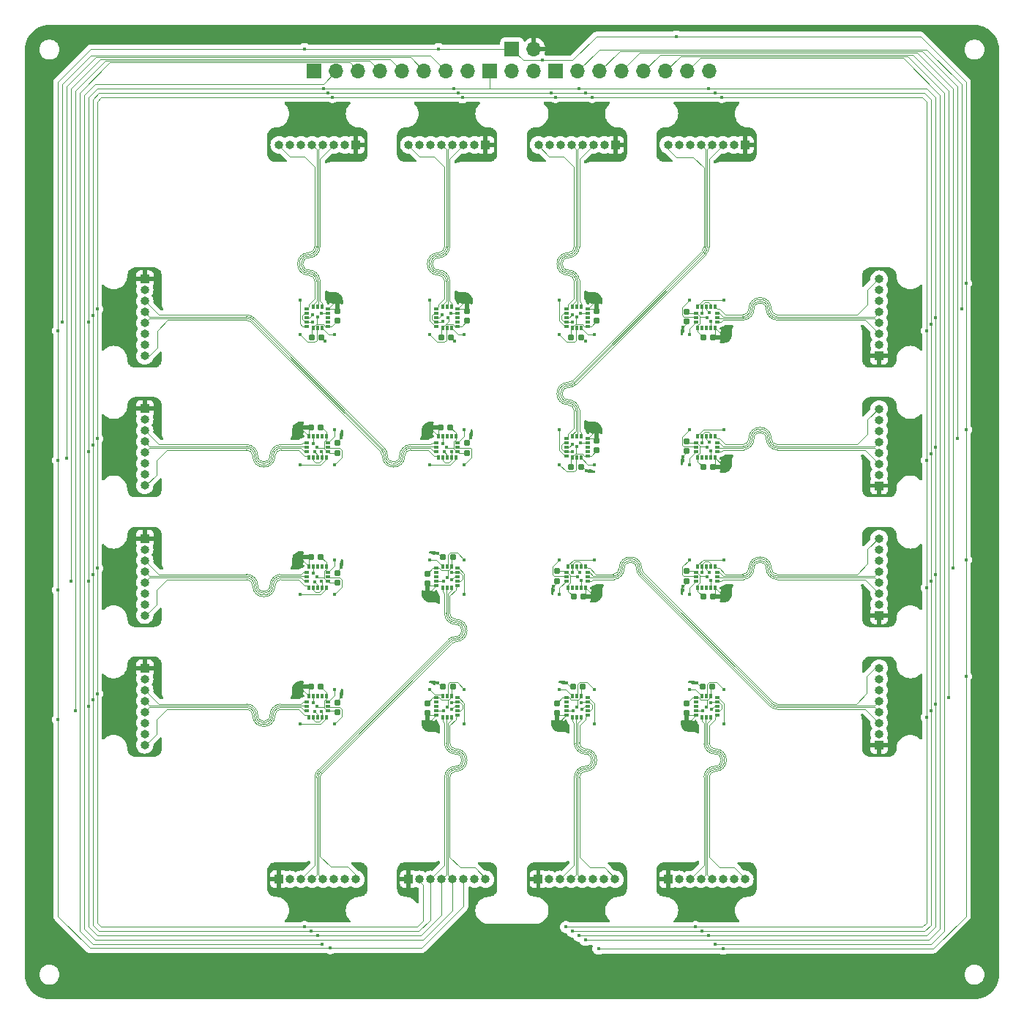
<source format=gtl>
G04 #@! TF.GenerationSoftware,KiCad,Pcbnew,7.0.7-7.0.7~ubuntu22.04.1*
G04 #@! TF.CreationDate,2023-08-15T12:14:28+01:00*
G04 #@! TF.ProjectId,LIS3DH_array,4c495333-4448-45f6-9172-7261792e6b69,rev?*
G04 #@! TF.SameCoordinates,Original*
G04 #@! TF.FileFunction,Copper,L1,Top*
G04 #@! TF.FilePolarity,Positive*
%FSLAX46Y46*%
G04 Gerber Fmt 4.6, Leading zero omitted, Abs format (unit mm)*
G04 Created by KiCad (PCBNEW 7.0.7-7.0.7~ubuntu22.04.1) date 2023-08-15 12:14:28*
%MOMM*%
%LPD*%
G01*
G04 APERTURE LIST*
G04 Aperture macros list*
%AMRoundRect*
0 Rectangle with rounded corners*
0 $1 Rounding radius*
0 $2 $3 $4 $5 $6 $7 $8 $9 X,Y pos of 4 corners*
0 Add a 4 corners polygon primitive as box body*
4,1,4,$2,$3,$4,$5,$6,$7,$8,$9,$2,$3,0*
0 Add four circle primitives for the rounded corners*
1,1,$1+$1,$2,$3*
1,1,$1+$1,$4,$5*
1,1,$1+$1,$6,$7*
1,1,$1+$1,$8,$9*
0 Add four rect primitives between the rounded corners*
20,1,$1+$1,$2,$3,$4,$5,0*
20,1,$1+$1,$4,$5,$6,$7,0*
20,1,$1+$1,$6,$7,$8,$9,0*
20,1,$1+$1,$8,$9,$2,$3,0*%
G04 Aperture macros list end*
G04 #@! TA.AperFunction,SMDPad,CuDef*
%ADD10RoundRect,0.087500X0.187500X0.087500X-0.187500X0.087500X-0.187500X-0.087500X0.187500X-0.087500X0*%
G04 #@! TD*
G04 #@! TA.AperFunction,SMDPad,CuDef*
%ADD11RoundRect,0.087500X0.087500X0.187500X-0.087500X0.187500X-0.087500X-0.187500X0.087500X-0.187500X0*%
G04 #@! TD*
G04 #@! TA.AperFunction,ComponentPad*
%ADD12R,1.000000X1.000000*%
G04 #@! TD*
G04 #@! TA.AperFunction,ComponentPad*
%ADD13O,1.000000X1.000000*%
G04 #@! TD*
G04 #@! TA.AperFunction,SMDPad,CuDef*
%ADD14RoundRect,0.155000X-0.155000X0.212500X-0.155000X-0.212500X0.155000X-0.212500X0.155000X0.212500X0*%
G04 #@! TD*
G04 #@! TA.AperFunction,SMDPad,CuDef*
%ADD15RoundRect,0.155000X0.212500X0.155000X-0.212500X0.155000X-0.212500X-0.155000X0.212500X-0.155000X0*%
G04 #@! TD*
G04 #@! TA.AperFunction,SMDPad,CuDef*
%ADD16RoundRect,0.087500X-0.187500X-0.087500X0.187500X-0.087500X0.187500X0.087500X-0.187500X0.087500X0*%
G04 #@! TD*
G04 #@! TA.AperFunction,SMDPad,CuDef*
%ADD17RoundRect,0.087500X-0.087500X-0.187500X0.087500X-0.187500X0.087500X0.187500X-0.087500X0.187500X0*%
G04 #@! TD*
G04 #@! TA.AperFunction,SMDPad,CuDef*
%ADD18RoundRect,0.087500X-0.087500X0.187500X-0.087500X-0.187500X0.087500X-0.187500X0.087500X0.187500X0*%
G04 #@! TD*
G04 #@! TA.AperFunction,SMDPad,CuDef*
%ADD19RoundRect,0.087500X-0.187500X0.087500X-0.187500X-0.087500X0.187500X-0.087500X0.187500X0.087500X0*%
G04 #@! TD*
G04 #@! TA.AperFunction,ComponentPad*
%ADD20R,1.700000X1.700000*%
G04 #@! TD*
G04 #@! TA.AperFunction,ComponentPad*
%ADD21O,1.700000X1.700000*%
G04 #@! TD*
G04 #@! TA.AperFunction,SMDPad,CuDef*
%ADD22RoundRect,0.087500X0.087500X-0.187500X0.087500X0.187500X-0.087500X0.187500X-0.087500X-0.187500X0*%
G04 #@! TD*
G04 #@! TA.AperFunction,SMDPad,CuDef*
%ADD23RoundRect,0.087500X0.187500X-0.087500X0.187500X0.087500X-0.187500X0.087500X-0.187500X-0.087500X0*%
G04 #@! TD*
G04 #@! TA.AperFunction,SMDPad,CuDef*
%ADD24RoundRect,0.155000X0.155000X-0.212500X0.155000X0.212500X-0.155000X0.212500X-0.155000X-0.212500X0*%
G04 #@! TD*
G04 #@! TA.AperFunction,SMDPad,CuDef*
%ADD25RoundRect,0.155000X-0.212500X-0.155000X0.212500X-0.155000X0.212500X0.155000X-0.212500X0.155000X0*%
G04 #@! TD*
G04 #@! TA.AperFunction,ViaPad*
%ADD26C,0.400000*%
G04 #@! TD*
G04 #@! TA.AperFunction,Conductor*
%ADD27C,0.100000*%
G04 #@! TD*
G04 APERTURE END LIST*
D10*
X131225000Y-96000000D03*
X131225000Y-95500000D03*
X131225000Y-95000000D03*
X131225000Y-94500000D03*
X131225000Y-94000000D03*
D11*
X130500000Y-93775000D03*
X130000000Y-93775000D03*
X129500000Y-93775000D03*
D10*
X128775000Y-94000000D03*
X128775000Y-94500000D03*
X128775000Y-95000000D03*
X128775000Y-95500000D03*
X128775000Y-96000000D03*
D11*
X129500000Y-96225000D03*
X130000000Y-96225000D03*
X130500000Y-96225000D03*
D12*
X80025000Y-75549999D03*
D13*
X80025000Y-76819999D03*
X80025000Y-78089999D03*
X80025000Y-79359999D03*
X80025000Y-80629999D03*
X80025000Y-81899999D03*
X80025000Y-83169999D03*
X80025000Y-84439999D03*
D14*
X127700000Y-109332501D03*
X127700000Y-110467501D03*
X127700000Y-124632500D03*
X127700000Y-125767500D03*
D15*
X115667499Y-107700000D03*
X114532499Y-107700000D03*
D14*
X142700000Y-124632500D03*
X142700000Y-125767500D03*
X112700000Y-124632500D03*
X112700000Y-125767500D03*
D12*
X104450000Y-60025000D03*
D13*
X103180000Y-60025000D03*
X101910000Y-60025000D03*
X100640000Y-60025000D03*
X99370000Y-60025000D03*
X98100000Y-60025000D03*
X96830000Y-60025000D03*
X95560000Y-60025000D03*
D16*
X113775000Y-124000000D03*
X113775000Y-124500000D03*
X113775000Y-125000000D03*
X113775000Y-125500000D03*
X113775000Y-126000000D03*
D17*
X114500000Y-126225000D03*
X115000000Y-126225000D03*
X115500000Y-126225000D03*
D16*
X116225000Y-126000000D03*
X116225000Y-125500000D03*
X116225000Y-125000000D03*
X116225000Y-124500000D03*
X116225000Y-124000000D03*
D17*
X115500000Y-123775000D03*
X115000000Y-123775000D03*
X114500000Y-123775000D03*
D18*
X101000000Y-123775000D03*
X100500000Y-123775000D03*
X100000000Y-123775000D03*
X99500000Y-123775000D03*
X99000000Y-123775000D03*
D19*
X98775000Y-124500000D03*
X98775000Y-125000000D03*
X98775000Y-125500000D03*
D18*
X99000000Y-126225000D03*
X99500000Y-126225000D03*
X100000000Y-126225000D03*
X100500000Y-126225000D03*
X101000000Y-126225000D03*
D19*
X101225000Y-125500000D03*
X101225000Y-125000000D03*
X101225000Y-124500000D03*
D20*
X122500000Y-48960000D03*
D21*
X125040000Y-48960000D03*
D12*
X80025000Y-105550001D03*
D13*
X80025000Y-106820001D03*
X80025000Y-108090001D03*
X80025000Y-109360001D03*
X80025000Y-110630001D03*
X80025000Y-111900001D03*
X80025000Y-113170001D03*
X80025000Y-114440001D03*
D22*
X144000000Y-96225000D03*
X144500000Y-96225000D03*
X145000000Y-96225000D03*
X145500000Y-96225000D03*
X146000000Y-96225000D03*
D23*
X146225000Y-95500000D03*
X146225000Y-95000000D03*
X146225000Y-94500000D03*
D22*
X146000000Y-93775000D03*
X145500000Y-93775000D03*
X145000000Y-93775000D03*
X144500000Y-93775000D03*
X144000000Y-93775000D03*
D23*
X143775000Y-94500000D03*
X143775000Y-95000000D03*
X143775000Y-95500000D03*
D16*
X143775000Y-124000000D03*
X143775000Y-124500000D03*
X143775000Y-125000000D03*
X143775000Y-125500000D03*
X143775000Y-126000000D03*
D17*
X144500000Y-126225000D03*
X145000000Y-126225000D03*
X145500000Y-126225000D03*
D16*
X146225000Y-126000000D03*
X146225000Y-125500000D03*
X146225000Y-125000000D03*
X146225000Y-124500000D03*
X146225000Y-124000000D03*
D17*
X145500000Y-123775000D03*
X145000000Y-123775000D03*
X144500000Y-123775000D03*
D15*
X145667499Y-122700000D03*
X144532499Y-122700000D03*
D12*
X95550000Y-144975000D03*
D13*
X96820000Y-144975000D03*
X98090000Y-144975000D03*
X99360000Y-144975000D03*
X100630000Y-144975000D03*
X101900000Y-144975000D03*
X103170000Y-144975000D03*
X104440000Y-144975000D03*
D12*
X149450000Y-60025000D03*
D13*
X148180000Y-60025000D03*
X146910000Y-60025000D03*
X145640000Y-60025000D03*
X144370000Y-60025000D03*
X143100000Y-60025000D03*
X141830000Y-60025000D03*
X140560000Y-60025000D03*
D12*
X164975000Y-84449999D03*
D13*
X164975000Y-83179999D03*
X164975000Y-81909999D03*
X164975000Y-80639999D03*
X164975000Y-79369999D03*
X164975000Y-78099999D03*
X164975000Y-76829999D03*
X164975000Y-75559999D03*
D24*
X117300000Y-95667499D03*
X117300000Y-94532499D03*
D25*
X129332500Y-82300000D03*
X130467500Y-82300000D03*
X144632500Y-82300000D03*
X145767500Y-82300000D03*
X144632500Y-112300000D03*
X145767500Y-112300000D03*
D12*
X164975000Y-99449999D03*
D13*
X164975000Y-98179999D03*
X164975000Y-96909999D03*
X164975000Y-95639999D03*
X164975000Y-94369999D03*
X164975000Y-93099999D03*
X164975000Y-91829999D03*
X164975000Y-90559999D03*
D12*
X80025000Y-90550001D03*
D13*
X80025000Y-91820001D03*
X80025000Y-93090001D03*
X80025000Y-94360001D03*
X80025000Y-95630001D03*
X80025000Y-96900001D03*
X80025000Y-98170001D03*
X80025000Y-99440001D03*
D25*
X129332500Y-97300000D03*
X130467500Y-97300000D03*
D22*
X129000000Y-111225000D03*
X129500000Y-111225000D03*
X130000000Y-111225000D03*
X130500000Y-111225000D03*
X131000000Y-111225000D03*
D23*
X131225000Y-110500000D03*
X131225000Y-110000000D03*
X131225000Y-109500000D03*
D22*
X131000000Y-108775000D03*
X130500000Y-108775000D03*
X130000000Y-108775000D03*
X129500000Y-108775000D03*
X129000000Y-108775000D03*
D23*
X128775000Y-109500000D03*
X128775000Y-110000000D03*
X128775000Y-110500000D03*
D14*
X112700000Y-109632500D03*
X112700000Y-110767500D03*
D15*
X115367500Y-92700000D03*
X114232500Y-92700000D03*
X115667499Y-122700000D03*
X114532499Y-122700000D03*
D10*
X131225000Y-81000000D03*
X131225000Y-80500000D03*
X131225000Y-80000000D03*
X131225000Y-79500000D03*
X131225000Y-79000000D03*
D11*
X130500000Y-78775000D03*
X130000000Y-78775000D03*
X129500000Y-78775000D03*
D10*
X128775000Y-79000000D03*
X128775000Y-79500000D03*
X128775000Y-80000000D03*
X128775000Y-80500000D03*
X128775000Y-81000000D03*
D11*
X129500000Y-81225000D03*
X130000000Y-81225000D03*
X130500000Y-81225000D03*
D14*
X142700000Y-79332501D03*
X142700000Y-80467501D03*
D24*
X132300000Y-95367500D03*
X132300000Y-94232500D03*
D25*
X114332500Y-82300000D03*
X115467500Y-82300000D03*
D24*
X102300000Y-80367500D03*
X102300000Y-79232500D03*
X117300000Y-80367500D03*
X117300000Y-79232500D03*
X132300000Y-80367500D03*
X132300000Y-79232500D03*
D18*
X101000000Y-93775000D03*
X100500000Y-93775000D03*
X100000000Y-93775000D03*
X99500000Y-93775000D03*
X99000000Y-93775000D03*
D19*
X98775000Y-94500000D03*
X98775000Y-95000000D03*
X98775000Y-95500000D03*
D18*
X99000000Y-96225000D03*
X99500000Y-96225000D03*
X100000000Y-96225000D03*
X100500000Y-96225000D03*
X101000000Y-96225000D03*
D19*
X101225000Y-95500000D03*
X101225000Y-95000000D03*
X101225000Y-94500000D03*
D18*
X116000000Y-93775000D03*
X115500000Y-93775000D03*
X115000000Y-93775000D03*
X114500000Y-93775000D03*
X114000000Y-93775000D03*
D19*
X113775000Y-94500000D03*
X113775000Y-95000000D03*
X113775000Y-95500000D03*
D18*
X114000000Y-96225000D03*
X114500000Y-96225000D03*
X115000000Y-96225000D03*
X115500000Y-96225000D03*
X116000000Y-96225000D03*
D19*
X116225000Y-95500000D03*
X116225000Y-95000000D03*
X116225000Y-94500000D03*
D24*
X102300000Y-125667499D03*
X102300000Y-124532499D03*
D15*
X100367500Y-122700000D03*
X99232500Y-122700000D03*
D24*
X102300000Y-110667499D03*
X102300000Y-109532499D03*
D16*
X128775000Y-124000000D03*
X128775000Y-124500000D03*
X128775000Y-125000000D03*
X128775000Y-125500000D03*
X128775000Y-126000000D03*
D17*
X129500000Y-126225000D03*
X130000000Y-126225000D03*
X130500000Y-126225000D03*
D16*
X131225000Y-126000000D03*
X131225000Y-125500000D03*
X131225000Y-125000000D03*
X131225000Y-124500000D03*
X131225000Y-124000000D03*
D17*
X130500000Y-123775000D03*
X130000000Y-123775000D03*
X129500000Y-123775000D03*
D22*
X144000000Y-81225000D03*
X144500000Y-81225000D03*
X145000000Y-81225000D03*
X145500000Y-81225000D03*
X146000000Y-81225000D03*
D23*
X146225000Y-80500000D03*
X146225000Y-80000000D03*
X146225000Y-79500000D03*
D22*
X146000000Y-78775000D03*
X145500000Y-78775000D03*
X145000000Y-78775000D03*
X144500000Y-78775000D03*
X144000000Y-78775000D03*
D23*
X143775000Y-79500000D03*
X143775000Y-80000000D03*
X143775000Y-80500000D03*
D15*
X100367500Y-107700000D03*
X99232500Y-107700000D03*
D10*
X116225000Y-81000000D03*
X116225000Y-80500000D03*
X116225000Y-80000000D03*
X116225000Y-79500000D03*
X116225000Y-79000000D03*
D11*
X115500000Y-78775000D03*
X115000000Y-78775000D03*
X114500000Y-78775000D03*
D10*
X113775000Y-79000000D03*
X113775000Y-79500000D03*
X113775000Y-80000000D03*
X113775000Y-80500000D03*
X113775000Y-81000000D03*
D11*
X114500000Y-81225000D03*
X115000000Y-81225000D03*
X115500000Y-81225000D03*
D15*
X100367500Y-92700000D03*
X99232500Y-92700000D03*
D12*
X110550001Y-144975000D03*
D13*
X111820001Y-144975000D03*
X113090001Y-144975000D03*
X114360001Y-144975000D03*
X115630001Y-144975000D03*
X116900001Y-144975000D03*
X118170001Y-144975000D03*
X119440001Y-144975000D03*
D22*
X144000000Y-111225000D03*
X144500000Y-111225000D03*
X145000000Y-111225000D03*
X145500000Y-111225000D03*
X146000000Y-111225000D03*
D23*
X146225000Y-110500000D03*
X146225000Y-110000000D03*
X146225000Y-109500000D03*
D22*
X146000000Y-108775000D03*
X145500000Y-108775000D03*
X145000000Y-108775000D03*
X144500000Y-108775000D03*
X144000000Y-108775000D03*
D23*
X143775000Y-109500000D03*
X143775000Y-110000000D03*
X143775000Y-110500000D03*
D14*
X142700000Y-109332501D03*
X142700000Y-110467501D03*
D16*
X113775000Y-109000000D03*
X113775000Y-109500000D03*
X113775000Y-110000000D03*
X113775000Y-110500000D03*
X113775000Y-111000000D03*
D17*
X114500000Y-111225000D03*
X115000000Y-111225000D03*
X115500000Y-111225000D03*
D16*
X116225000Y-111000000D03*
X116225000Y-110500000D03*
X116225000Y-110000000D03*
X116225000Y-109500000D03*
X116225000Y-109000000D03*
D17*
X115500000Y-108775000D03*
X115000000Y-108775000D03*
X114500000Y-108775000D03*
D18*
X101000000Y-108775000D03*
X100500000Y-108775000D03*
X100000000Y-108775000D03*
X99500000Y-108775000D03*
X99000000Y-108775000D03*
D19*
X98775000Y-109500000D03*
X98775000Y-110000000D03*
X98775000Y-110500000D03*
D18*
X99000000Y-111225000D03*
X99500000Y-111225000D03*
X100000000Y-111225000D03*
X100500000Y-111225000D03*
X101000000Y-111225000D03*
D19*
X101225000Y-110500000D03*
X101225000Y-110000000D03*
X101225000Y-109500000D03*
D20*
X127580000Y-51500000D03*
D21*
X130120000Y-51500000D03*
X132660000Y-51500000D03*
X135200000Y-51500000D03*
X137740000Y-51500000D03*
X140280000Y-51500000D03*
X142820000Y-51500000D03*
X145360000Y-51500000D03*
D12*
X80025000Y-120550001D03*
D13*
X80025000Y-121820001D03*
X80025000Y-123090001D03*
X80025000Y-124360001D03*
X80025000Y-125630001D03*
X80025000Y-126900001D03*
X80025000Y-128170001D03*
X80025000Y-129440001D03*
D20*
X119960000Y-51500000D03*
D21*
X122500000Y-51500000D03*
X125040000Y-51500000D03*
D25*
X144632500Y-97300000D03*
X145767500Y-97300000D03*
D12*
X134450000Y-60025000D03*
D13*
X133180000Y-60025000D03*
X131910000Y-60025000D03*
X130640000Y-60025000D03*
X129370000Y-60025000D03*
X128100000Y-60025000D03*
X126830000Y-60025000D03*
X125560000Y-60025000D03*
D12*
X164975000Y-114449999D03*
D13*
X164975000Y-113179999D03*
X164975000Y-111909999D03*
X164975000Y-110639999D03*
X164975000Y-109369999D03*
X164975000Y-108099999D03*
X164975000Y-106829999D03*
X164975000Y-105559999D03*
D12*
X140550001Y-144975000D03*
D13*
X141820001Y-144975000D03*
X143090001Y-144975000D03*
X144360001Y-144975000D03*
X145630001Y-144975000D03*
X146900001Y-144975000D03*
X148170001Y-144975000D03*
X149440001Y-144975000D03*
D24*
X102300000Y-95667499D03*
X102300000Y-94532499D03*
D25*
X129632500Y-112300000D03*
X130767500Y-112300000D03*
D14*
X142700000Y-94332501D03*
X142700000Y-95467501D03*
D12*
X164975000Y-129450001D03*
D13*
X164975000Y-128180001D03*
X164975000Y-126910001D03*
X164975000Y-125640001D03*
X164975000Y-124370001D03*
X164975000Y-123100001D03*
X164975000Y-121830001D03*
X164975000Y-120560001D03*
D15*
X130667499Y-122700000D03*
X129532499Y-122700000D03*
D20*
X99640000Y-51500000D03*
D21*
X102180000Y-51500000D03*
X104720000Y-51500000D03*
X107260000Y-51500000D03*
X109800000Y-51500000D03*
X112340000Y-51500000D03*
X114880000Y-51500000D03*
X117420000Y-51500000D03*
D12*
X119450000Y-60025000D03*
D13*
X118180000Y-60025000D03*
X116910000Y-60025000D03*
X115640000Y-60025000D03*
X114370000Y-60025000D03*
X113100000Y-60025000D03*
X111830000Y-60025000D03*
X110560000Y-60025000D03*
D25*
X99332500Y-82300000D03*
X100467500Y-82300000D03*
D10*
X101225000Y-81000000D03*
X101225000Y-80500000D03*
X101225000Y-80000000D03*
X101225000Y-79500000D03*
X101225000Y-79000000D03*
D11*
X100500000Y-78775000D03*
X100000000Y-78775000D03*
X99500000Y-78775000D03*
D10*
X98775000Y-79000000D03*
X98775000Y-79500000D03*
X98775000Y-80000000D03*
X98775000Y-80500000D03*
X98775000Y-81000000D03*
D11*
X99500000Y-81225000D03*
X100000000Y-81225000D03*
X100500000Y-81225000D03*
D12*
X125550001Y-144975000D03*
D13*
X126820001Y-144975000D03*
X128090001Y-144975000D03*
X129360001Y-144975000D03*
X130630001Y-144975000D03*
X131900001Y-144975000D03*
X133170001Y-144975000D03*
X134440001Y-144975000D03*
D26*
X142300000Y-81100000D03*
X131000000Y-82700000D03*
X115900000Y-82700000D03*
X117700000Y-93900000D03*
X116999998Y-96999997D03*
X102700000Y-93900000D03*
X101999998Y-96999997D03*
X102700000Y-108900000D03*
X101999998Y-111999997D03*
X102700000Y-123900000D03*
X101999998Y-126999997D03*
X113900000Y-107300000D03*
X116999997Y-108000002D03*
X113900000Y-122300000D03*
X116999997Y-123000002D03*
X128800000Y-122300000D03*
X131999997Y-123000002D03*
X143900000Y-122300000D03*
X146999997Y-123000002D03*
X127300000Y-111100000D03*
X128000002Y-108000003D03*
X142300000Y-111100000D03*
X143000002Y-108000003D03*
X131100000Y-97700000D03*
X128000002Y-96999998D03*
X142300000Y-96100000D03*
X143000002Y-93000003D03*
X147750000Y-57250000D03*
X132750000Y-147250000D03*
X75500000Y-122250000D03*
X147750000Y-149500000D03*
X168500000Y-112250000D03*
X127500000Y-149500000D03*
X77000000Y-122250000D03*
X169500000Y-77250000D03*
X169500000Y-92250000D03*
X142500000Y-147250000D03*
X132000000Y-78000000D03*
X77750000Y-127750000D03*
X102000000Y-78000000D03*
X97500000Y-148750000D03*
X168750000Y-107250000D03*
X168000000Y-107250000D03*
X169500000Y-97500000D03*
X168750000Y-92250000D03*
X117000000Y-78000000D03*
X76250000Y-77500000D03*
X97500000Y-147250000D03*
X132750000Y-55500000D03*
X78000000Y-82750000D03*
X98000000Y-93000000D03*
X103000000Y-148750000D03*
X142500000Y-149500000D03*
X132750000Y-149500000D03*
X99470000Y-80490000D03*
X169500000Y-122250000D03*
X102750000Y-57750000D03*
X112250000Y-56250000D03*
X77250000Y-97750000D03*
X128000000Y-127000000D03*
X168000000Y-77250000D03*
X145530000Y-124510000D03*
X127250000Y-57750000D03*
X129470000Y-80490000D03*
X167250000Y-122250000D03*
X144510000Y-94470000D03*
X169500000Y-127500000D03*
X147750000Y-147250000D03*
X168000000Y-127500000D03*
X127500000Y-148750000D03*
X127500000Y-147250000D03*
X142250000Y-55750000D03*
X168000000Y-97500000D03*
X167250000Y-127500000D03*
X167250000Y-97500000D03*
X144510000Y-109470000D03*
X117750000Y-55500000D03*
X169500000Y-82500000D03*
X132750000Y-148750000D03*
X147000000Y-112000000D03*
X168000000Y-122250000D03*
X147750000Y-56500000D03*
X129470000Y-95490000D03*
X142500000Y-148750000D03*
X167250000Y-77250000D03*
X77750000Y-107500000D03*
X113000000Y-112000000D03*
X144510000Y-79470000D03*
X113000000Y-127000000D03*
X147750000Y-148750000D03*
X113000000Y-93000000D03*
X97250000Y-57000000D03*
X97250000Y-56250000D03*
X167250000Y-107250000D03*
X147750000Y-55750000D03*
X143000000Y-127000000D03*
X98000000Y-108000000D03*
X75500000Y-92500000D03*
X167250000Y-82500000D03*
X132000000Y-93000000D03*
X97250000Y-55500000D03*
X167250000Y-92250000D03*
X76250000Y-127750000D03*
X77750000Y-112750000D03*
X168750000Y-97500000D03*
X103000000Y-148000000D03*
X127250000Y-56250000D03*
X112250000Y-57750000D03*
X77000000Y-107500000D03*
X75500000Y-112750000D03*
X115530000Y-124510000D03*
X76500000Y-97750000D03*
X75500000Y-107500000D03*
X77750000Y-122250000D03*
X129510000Y-109470000D03*
X147000000Y-97000000D03*
X142500000Y-148000000D03*
X75500000Y-127750000D03*
X77250000Y-82750000D03*
X117750000Y-56250000D03*
X127250000Y-57000000D03*
X114470000Y-80430000D03*
X132750000Y-57750000D03*
X142250000Y-57250000D03*
X132750000Y-56250000D03*
X75750000Y-82750000D03*
X102750000Y-56250000D03*
X168750000Y-82500000D03*
X76500000Y-82750000D03*
X115490000Y-95530000D03*
X115530000Y-109510000D03*
X169500000Y-107250000D03*
X103000000Y-149500000D03*
X132750000Y-57000000D03*
X168750000Y-122250000D03*
X127250000Y-55500000D03*
X147750000Y-148000000D03*
X97500000Y-148000000D03*
X97500000Y-149500000D03*
X77000000Y-77500000D03*
X76250000Y-122250000D03*
X76250000Y-112750000D03*
X130530000Y-124510000D03*
X75750000Y-97750000D03*
X102750000Y-57000000D03*
X103000000Y-147250000D03*
X77000000Y-112750000D03*
X75500000Y-77500000D03*
X117750000Y-57750000D03*
X112250000Y-55500000D03*
X97250000Y-57750000D03*
X147750000Y-58000000D03*
X102750000Y-55500000D03*
X169250000Y-112250000D03*
X132000000Y-112000000D03*
X142250000Y-56500000D03*
X168750000Y-127500000D03*
X168000000Y-82500000D03*
X77750000Y-77500000D03*
X77750000Y-92500000D03*
X132750000Y-148000000D03*
X77000000Y-92500000D03*
X98000000Y-123000000D03*
X77000000Y-127750000D03*
X76250000Y-92500000D03*
X168000000Y-92250000D03*
X147000000Y-82000000D03*
X76250000Y-107500000D03*
X100900000Y-82700000D03*
X100490000Y-110530000D03*
X142250000Y-58000000D03*
X167000000Y-112250000D03*
X168750000Y-77250000D03*
X167750000Y-112250000D03*
X100490000Y-95530000D03*
X112250000Y-57000000D03*
X100490000Y-125530000D03*
X117750000Y-57000000D03*
X127500000Y-148000000D03*
X78000000Y-97750000D03*
X129990000Y-125050000D03*
X70000000Y-126500000D03*
X175000000Y-93000000D03*
X126000000Y-50250000D03*
X144990000Y-125050000D03*
X114000000Y-48960000D03*
X145050000Y-80010000D03*
X130010000Y-94950000D03*
X114990000Y-125050000D03*
X145050000Y-110010000D03*
X98500000Y-48960000D03*
X130010000Y-79950000D03*
X115130000Y-80030000D03*
X101500000Y-152950000D03*
X70000000Y-96500000D03*
X130050000Y-110010000D03*
X100010000Y-79950000D03*
X175000000Y-76000000D03*
X175000000Y-121500000D03*
X99950000Y-94990000D03*
X114950000Y-94990000D03*
X70000000Y-111500000D03*
X114990000Y-110050000D03*
X99950000Y-109990000D03*
X175000000Y-108000000D03*
X146900000Y-153000000D03*
X145050000Y-95010000D03*
X141500000Y-47500000D03*
X70000000Y-81500000D03*
X99950000Y-124990000D03*
X132500000Y-153000000D03*
X171500000Y-80000000D03*
X171500000Y-109750000D03*
X130250000Y-151500000D03*
X73500000Y-125000000D03*
X73500000Y-95500000D03*
X73500000Y-80500000D03*
X171500000Y-124750000D03*
X73500000Y-110500000D03*
X145250000Y-53500000D03*
X100000000Y-151500000D03*
X115750000Y-53500000D03*
X145250000Y-151500000D03*
X100700000Y-53500000D03*
X130250000Y-53500000D03*
X171500000Y-95000000D03*
X114500000Y-94550000D03*
X170500000Y-111250000D03*
X74500000Y-123500000D03*
X100450000Y-79500000D03*
X144550000Y-125500000D03*
X146750000Y-54500000D03*
X129550000Y-125500000D03*
X170500000Y-126250000D03*
X116768106Y-54536212D03*
X130450000Y-79500000D03*
X74500000Y-94000000D03*
X74500000Y-79000000D03*
X130500000Y-110450000D03*
X99500000Y-124550000D03*
X115450000Y-79500000D03*
X128750000Y-150500000D03*
X98500000Y-150500000D03*
X130450000Y-94500000D03*
X101750000Y-54500000D03*
X99500000Y-94550000D03*
X145500000Y-80450000D03*
X145500000Y-95450000D03*
X170500000Y-81500000D03*
X143750000Y-150500000D03*
X114550000Y-110500000D03*
X74500000Y-109000000D03*
X127500000Y-54500000D03*
X131750000Y-54500000D03*
X170500000Y-96500000D03*
X114550000Y-125500000D03*
X99500000Y-109550000D03*
X145500000Y-110450000D03*
X171000000Y-125500000D03*
X171000000Y-95750000D03*
X99250000Y-151000000D03*
X116250000Y-54000000D03*
X129500000Y-151000000D03*
X144500000Y-151000000D03*
X74000000Y-109750000D03*
X74000000Y-79750000D03*
X127000000Y-54000000D03*
X74000000Y-94750000D03*
X171000000Y-110500000D03*
X74000000Y-124250000D03*
X146000000Y-54000000D03*
X171000000Y-80750000D03*
X101250000Y-54000000D03*
X131000000Y-54000000D03*
X71000000Y-96250000D03*
X70500000Y-80500000D03*
X174500000Y-79000000D03*
X174000000Y-94000000D03*
X71500000Y-110500000D03*
X99450000Y-79650000D03*
X114450000Y-79650000D03*
X129450000Y-79650000D03*
X145350000Y-79450000D03*
X99650000Y-95550000D03*
X114650000Y-95550000D03*
X129450000Y-94650000D03*
X145350000Y-94450000D03*
X99650000Y-110550000D03*
X102000000Y-82000000D03*
X117000000Y-82000000D03*
X132000000Y-82000000D03*
X143000000Y-82000000D03*
X102000000Y-93000000D03*
X117000000Y-93000000D03*
X132000000Y-97000000D03*
X143000000Y-97000000D03*
X102000000Y-108000000D03*
X98000000Y-82000000D03*
X113000000Y-82000000D03*
X128000000Y-82000000D03*
X143000000Y-78000000D03*
X98000000Y-78000000D03*
X113000000Y-78000000D03*
X128000000Y-78000000D03*
X147000000Y-78000000D03*
X98000000Y-97000000D03*
X113000000Y-97000000D03*
X128000000Y-93000000D03*
X147000000Y-93000000D03*
X98000000Y-112000000D03*
X100500000Y-152500000D03*
X115550000Y-110350000D03*
X173000000Y-124000000D03*
X130350000Y-109450000D03*
X173500000Y-109000000D03*
X145350000Y-109450000D03*
X72000000Y-125500000D03*
X115550000Y-125350000D03*
X99650000Y-125550000D03*
X131000000Y-152000000D03*
X130550000Y-125350000D03*
X146000000Y-152500000D03*
X145550000Y-125350000D03*
X113000000Y-108000000D03*
X117000000Y-112000000D03*
X128000000Y-112000000D03*
X132000000Y-108000000D03*
X143000000Y-112000000D03*
X147000000Y-108000000D03*
X113000000Y-123000000D03*
X117000000Y-127000000D03*
X102000000Y-123000000D03*
X98000000Y-127000000D03*
X128000000Y-123000000D03*
X132000000Y-127000000D03*
X143000000Y-123000000D03*
X147000000Y-127000000D03*
D27*
X130000000Y-96225000D02*
X129900000Y-96325000D01*
X128800004Y-97800000D02*
X128000002Y-96999998D01*
X129900000Y-96325000D02*
X129900000Y-97600000D01*
X129700000Y-97800000D02*
X128800004Y-97800000D01*
X129900000Y-97600000D02*
X129700000Y-97800000D01*
X116225000Y-95000000D02*
X116325000Y-95100000D01*
X116325000Y-95100000D02*
X117700000Y-95100000D01*
X117800000Y-95200000D02*
X117800000Y-96199995D01*
X117700000Y-95100000D02*
X117800000Y-95200000D01*
X117800000Y-96199995D02*
X116999998Y-96999997D01*
X115000000Y-108775000D02*
X115100000Y-108675000D01*
X115100000Y-108675000D02*
X115100000Y-107434332D01*
X116199995Y-107200000D02*
X116999997Y-108000002D01*
X115100000Y-107434332D02*
X115334332Y-107200000D01*
X115334332Y-107200000D02*
X116199995Y-107200000D01*
X128775000Y-110000000D02*
X128675000Y-109900000D01*
X128675000Y-109900000D02*
X127400000Y-109900000D01*
X127400000Y-109900000D02*
X127200000Y-109700000D01*
X127200000Y-109700000D02*
X127200000Y-108800005D01*
X127200000Y-108800005D02*
X128000002Y-108000003D01*
X101225000Y-125000000D02*
X101325000Y-125100000D01*
X101325000Y-125100000D02*
X102600000Y-125100000D01*
X102600000Y-125100000D02*
X102800000Y-125300000D01*
X102800000Y-125300000D02*
X102800000Y-126199995D01*
X102800000Y-126199995D02*
X101999998Y-126999997D01*
X101225000Y-110000000D02*
X101325000Y-110100000D01*
X101325000Y-110100000D02*
X102565668Y-110100000D01*
X102565668Y-110100000D02*
X102800000Y-110334332D01*
X102800000Y-110334332D02*
X102800000Y-111199995D01*
X102800000Y-111199995D02*
X101999998Y-111999997D01*
X101225000Y-95000000D02*
X101325000Y-95100000D01*
X101325000Y-95100000D02*
X102600000Y-95100000D01*
X102600000Y-95100000D02*
X102800000Y-95300000D01*
X102800000Y-95300000D02*
X102800000Y-96199995D01*
X102800000Y-96199995D02*
X101999998Y-96999997D01*
X100000000Y-81225000D02*
X99900000Y-81325000D01*
X99900000Y-81325000D02*
X99900000Y-82600000D01*
X99900000Y-82600000D02*
X99700000Y-82800000D01*
X99700000Y-82800000D02*
X98800000Y-82800000D01*
X98800000Y-82800000D02*
X98000000Y-82000000D01*
X115000000Y-81225000D02*
X114900000Y-81325000D01*
X114900000Y-81325000D02*
X114900000Y-82600000D01*
X113800000Y-82800000D02*
X113000000Y-82000000D01*
X114900000Y-82600000D02*
X114700000Y-82800000D01*
X114700000Y-82800000D02*
X113800000Y-82800000D01*
X130000000Y-81225000D02*
X129900000Y-81325000D01*
X129900000Y-81325000D02*
X129900000Y-82665667D01*
X129900000Y-82665667D02*
X129715667Y-82850000D01*
X129715667Y-82850000D02*
X128850000Y-82850000D01*
X128850000Y-82850000D02*
X128000000Y-82000000D01*
X143775000Y-80000000D02*
X143675000Y-79900000D01*
X143675000Y-79900000D02*
X142400000Y-79900000D01*
X142400000Y-79900000D02*
X142200000Y-79700000D01*
X142200000Y-79700000D02*
X142200000Y-78800000D01*
X142200000Y-78800000D02*
X143000000Y-78000000D01*
X143775000Y-95000000D02*
X143675000Y-94900000D01*
X143675000Y-94900000D02*
X142384332Y-94900000D01*
X142384332Y-94900000D02*
X142200000Y-94715668D01*
X142200000Y-93800005D02*
X143000002Y-93000003D01*
X142200000Y-94715668D02*
X142200000Y-93800005D01*
X143775000Y-110000000D02*
X143675000Y-109900000D01*
X143675000Y-109900000D02*
X142400000Y-109900000D01*
X142200000Y-109700000D02*
X142200000Y-108800005D01*
X142400000Y-109900000D02*
X142200000Y-109700000D01*
X142200000Y-108800005D02*
X143000002Y-108000003D01*
X145000000Y-123775000D02*
X145100000Y-123675000D01*
X145100000Y-123675000D02*
X145100000Y-122400000D01*
X145100000Y-122400000D02*
X145300000Y-122200000D01*
X145300000Y-122200000D02*
X146199995Y-122200000D01*
X146199995Y-122200000D02*
X146999997Y-123000002D01*
X130000000Y-123775000D02*
X130100000Y-123675000D01*
X130100000Y-123675000D02*
X130100000Y-122434332D01*
X130100000Y-122434332D02*
X130334332Y-122200000D01*
X130334332Y-122200000D02*
X131199995Y-122200000D01*
X131199995Y-122200000D02*
X131999997Y-123000002D01*
X115000000Y-123775000D02*
X115100000Y-123675000D01*
X116199995Y-122200000D02*
X116999997Y-123000002D01*
X115100000Y-123675000D02*
X115100000Y-122400000D01*
X115100000Y-122400000D02*
X115300000Y-122200000D01*
X115300000Y-122200000D02*
X116199995Y-122200000D01*
X114500000Y-123775000D02*
X114325000Y-123600000D01*
X114325000Y-123600000D02*
X113600000Y-123600000D01*
X113600000Y-123600000D02*
X113000000Y-123000000D01*
X142700000Y-80700000D02*
X142300000Y-81100000D01*
X142700000Y-80467501D02*
X142700000Y-80700000D01*
X130600000Y-82300000D02*
X131000000Y-82700000D01*
X130467500Y-82300000D02*
X130600000Y-82300000D01*
X115500000Y-82300000D02*
X115900000Y-82700000D01*
X115467500Y-82300000D02*
X115500000Y-82300000D01*
X117300000Y-94300000D02*
X117700000Y-93900000D01*
X117300000Y-94532499D02*
X117300000Y-94300000D01*
X117300000Y-95667499D02*
X116392499Y-95667499D01*
X116392499Y-95667499D02*
X116225000Y-95500000D01*
X114232500Y-92700000D02*
X114000000Y-92932500D01*
X114000000Y-92932500D02*
X114000000Y-93775000D01*
X116000000Y-93775000D02*
X116000000Y-93332500D01*
X116000000Y-93332500D02*
X115367500Y-92700000D01*
X102300000Y-94300000D02*
X102700000Y-93900000D01*
X102300000Y-94532499D02*
X102300000Y-94300000D01*
X102300000Y-95667499D02*
X101392499Y-95667499D01*
X101392499Y-95667499D02*
X101225000Y-95500000D01*
X99232500Y-92700000D02*
X99000000Y-92932500D01*
X99000000Y-92932500D02*
X99000000Y-93775000D01*
X101000000Y-93775000D02*
X101000000Y-93200000D01*
X101000000Y-93200000D02*
X100500000Y-92700000D01*
X100500000Y-92700000D02*
X100367500Y-92700000D01*
X102300000Y-109300000D02*
X102700000Y-108900000D01*
X102300000Y-109532499D02*
X102300000Y-109300000D01*
X102300000Y-110667499D02*
X101392499Y-110667499D01*
X101392499Y-110667499D02*
X101225000Y-110500000D01*
X101000000Y-108775000D02*
X101000000Y-108332500D01*
X101000000Y-108332500D02*
X100367500Y-107700000D01*
X99232500Y-107700000D02*
X99000000Y-107932500D01*
X99000000Y-107932500D02*
X99000000Y-108775000D01*
X102300000Y-124300000D02*
X102700000Y-123900000D01*
X102300000Y-124532499D02*
X102300000Y-124300000D01*
X101225000Y-125500000D02*
X102132501Y-125500000D01*
X102132501Y-125500000D02*
X102300000Y-125667499D01*
X99232500Y-122700000D02*
X99000000Y-122932500D01*
X99000000Y-122932500D02*
X99000000Y-123775000D01*
X101000000Y-123775000D02*
X101000000Y-123332500D01*
X101000000Y-123332500D02*
X100367500Y-122700000D01*
X113775000Y-109000000D02*
X113332500Y-109000000D01*
X113332500Y-109000000D02*
X112700000Y-109632500D01*
X112700000Y-110767500D02*
X112932500Y-111000000D01*
X112932500Y-111000000D02*
X113775000Y-111000000D01*
X114300000Y-107700000D02*
X113900000Y-107300000D01*
X114532499Y-107700000D02*
X114300000Y-107700000D01*
X115500000Y-108775000D02*
X115500000Y-107867499D01*
X115500000Y-107867499D02*
X115667499Y-107700000D01*
X113775000Y-124000000D02*
X113332500Y-124000000D01*
X113332500Y-124000000D02*
X112700000Y-124632500D01*
X112700000Y-125767500D02*
X112932500Y-126000000D01*
X112932500Y-126000000D02*
X113775000Y-126000000D01*
X114300000Y-122700000D02*
X113800000Y-122200000D01*
X114532499Y-122700000D02*
X114300000Y-122700000D01*
X115500000Y-123775000D02*
X115500000Y-122867499D01*
X115500000Y-122867499D02*
X115667499Y-122700000D01*
X127700000Y-125767500D02*
X127932500Y-126000000D01*
X127932500Y-126000000D02*
X128775000Y-126000000D01*
X128775000Y-124000000D02*
X128332500Y-124000000D01*
X128332500Y-124000000D02*
X127700000Y-124632500D01*
X129200000Y-122700000D02*
X128800000Y-122300000D01*
X129532499Y-122700000D02*
X129200000Y-122700000D01*
X130500000Y-123775000D02*
X130500000Y-122867499D01*
X130500000Y-122867499D02*
X130667499Y-122700000D01*
X144300000Y-122700000D02*
X143900000Y-122300000D01*
X144532499Y-122700000D02*
X144300000Y-122700000D01*
X142700000Y-125767500D02*
X142932500Y-126000000D01*
X142932500Y-126000000D02*
X143775000Y-126000000D01*
X143775000Y-124000000D02*
X143332500Y-124000000D01*
X143332500Y-124000000D02*
X142700000Y-124632500D01*
X145500000Y-123775000D02*
X145500000Y-122867499D01*
X145500000Y-122867499D02*
X145667499Y-122700000D01*
X127700000Y-110700000D02*
X127300000Y-111100000D01*
X127700000Y-110467501D02*
X127700000Y-110700000D01*
X127700000Y-109332501D02*
X128607501Y-109332501D01*
X128607501Y-109332501D02*
X128775000Y-109500000D01*
X130767500Y-112300000D02*
X131000000Y-112067500D01*
X131000000Y-112067500D02*
X131000000Y-111225000D01*
X129000000Y-111225000D02*
X129000000Y-111667500D01*
X129000000Y-111667500D02*
X129632500Y-112300000D01*
X142700000Y-110700000D02*
X142300000Y-111100000D01*
X142700000Y-110467501D02*
X142700000Y-110700000D01*
X145767500Y-112300000D02*
X146000000Y-112067500D01*
X146000000Y-112067500D02*
X146000000Y-111225000D01*
X144000000Y-111225000D02*
X144000000Y-111667500D01*
X144000000Y-111667500D02*
X144632500Y-112300000D01*
X142700000Y-109332501D02*
X143607501Y-109332501D01*
X143607501Y-109332501D02*
X143775000Y-109500000D01*
X145767500Y-97300000D02*
X146000000Y-97067500D01*
X146000000Y-97067500D02*
X146000000Y-96225000D01*
X132300000Y-94232500D02*
X132067500Y-94000000D01*
X132067500Y-94000000D02*
X131225000Y-94000000D01*
X131225000Y-96000000D02*
X131667500Y-96000000D01*
X131667500Y-96000000D02*
X132300000Y-95367500D01*
X130700000Y-97300000D02*
X131100000Y-97700000D01*
X130467500Y-97300000D02*
X130700000Y-97300000D01*
X129332500Y-97300000D02*
X129332500Y-96392500D01*
X129332500Y-96392500D02*
X129500000Y-96225000D01*
X142700000Y-95600000D02*
X142200000Y-96100000D01*
X142700000Y-95467501D02*
X142700000Y-95600000D01*
X142700000Y-94332501D02*
X142867499Y-94500000D01*
X142867499Y-94500000D02*
X143775000Y-94500000D01*
X144000000Y-96225000D02*
X144000000Y-96667500D01*
X144000000Y-96667500D02*
X144632500Y-97300000D01*
X116225000Y-109500000D02*
X115540000Y-109500000D01*
X128775000Y-80500000D02*
X128560000Y-80500000D01*
X129500000Y-108775000D02*
X129500000Y-108560000D01*
X99760000Y-126770000D02*
X99500000Y-126510000D01*
X113775000Y-80500000D02*
X113560000Y-80500000D01*
X144500000Y-78560000D02*
X144830000Y-78230000D01*
X146225000Y-124500000D02*
X145540000Y-124500000D01*
X114760000Y-96770000D02*
X114500000Y-96510000D01*
X114500000Y-96510000D02*
X114500000Y-96225000D01*
X128000000Y-126775000D02*
X128000000Y-127000000D01*
X99000000Y-123775000D02*
X98225000Y-123000000D01*
X98225000Y-123000000D02*
X98000000Y-123000000D01*
X98225000Y-108000000D02*
X98000000Y-108000000D01*
X144500000Y-108775000D02*
X144500000Y-109460000D01*
X113560000Y-80500000D02*
X113230000Y-80170000D01*
X145500000Y-108490000D02*
X145500000Y-108775000D01*
X100500000Y-126440000D02*
X100170000Y-126770000D01*
X100170000Y-96770000D02*
X99760000Y-96770000D01*
X116510000Y-125500000D02*
X116225000Y-125500000D01*
X146770000Y-124830000D02*
X146770000Y-125240000D01*
X129500000Y-108560000D02*
X129830000Y-108230000D01*
X117300000Y-79232500D02*
X117067500Y-79000000D01*
X100500000Y-126225000D02*
X100500000Y-126440000D01*
X116440000Y-124500000D02*
X116770000Y-124830000D01*
X113490000Y-79500000D02*
X113775000Y-79500000D01*
X100500000Y-82300000D02*
X100900000Y-82700000D01*
X116225000Y-79000000D02*
X117000000Y-78225000D01*
X116770000Y-125240000D02*
X116510000Y-125500000D01*
X145500000Y-93490000D02*
X145500000Y-93775000D01*
X100500000Y-125540000D02*
X100490000Y-125530000D01*
X143000000Y-126775000D02*
X143000000Y-127000000D01*
X132000000Y-78225000D02*
X132000000Y-78000000D01*
X99500000Y-96510000D02*
X99500000Y-96225000D01*
X129500000Y-109460000D02*
X129510000Y-109470000D01*
X113230000Y-79760000D02*
X113490000Y-79500000D01*
X129830000Y-108230000D02*
X130240000Y-108230000D01*
X128560000Y-80500000D02*
X128230000Y-80170000D01*
X144500000Y-78775000D02*
X144500000Y-78560000D01*
X99460000Y-80500000D02*
X99470000Y-80490000D01*
X114470000Y-80430000D02*
X114400000Y-80500000D01*
X113000000Y-126775000D02*
X113000000Y-127000000D01*
X102067500Y-79000000D02*
X101225000Y-79000000D01*
X130540000Y-124500000D02*
X130530000Y-124510000D01*
X146775000Y-97000000D02*
X147000000Y-97000000D01*
X132000000Y-93225000D02*
X132000000Y-93000000D01*
X99760000Y-96770000D02*
X99500000Y-96510000D01*
X144500000Y-93775000D02*
X144500000Y-93560000D01*
X99000000Y-93775000D02*
X98225000Y-93000000D01*
X102000000Y-78225000D02*
X102000000Y-78000000D01*
X100500000Y-111225000D02*
X100500000Y-111440000D01*
X115500000Y-96440000D02*
X115170000Y-96770000D01*
X113225000Y-93000000D02*
X113000000Y-93000000D01*
X131225000Y-94000000D02*
X132000000Y-93225000D01*
X113000000Y-111775000D02*
X113000000Y-112000000D01*
X99760000Y-111770000D02*
X99500000Y-111510000D01*
X128775000Y-95500000D02*
X129460000Y-95500000D01*
X131510000Y-125500000D02*
X131225000Y-125500000D01*
X146775000Y-112000000D02*
X147000000Y-112000000D01*
X131225000Y-124500000D02*
X131440000Y-124500000D01*
X99500000Y-111510000D02*
X99500000Y-111225000D01*
X116225000Y-124500000D02*
X115540000Y-124500000D01*
X98230000Y-80170000D02*
X98230000Y-79760000D01*
X128490000Y-94500000D02*
X128775000Y-94500000D01*
X131225000Y-79000000D02*
X132000000Y-78225000D01*
X146000000Y-82067500D02*
X146000000Y-81225000D01*
X144500000Y-79460000D02*
X144510000Y-79470000D01*
X146000000Y-81225000D02*
X146775000Y-82000000D01*
X128775000Y-95500000D02*
X128560000Y-95500000D01*
X144830000Y-78230000D02*
X145240000Y-78230000D01*
X131225000Y-124500000D02*
X130540000Y-124500000D01*
X116770000Y-110240000D02*
X116510000Y-110500000D01*
X145240000Y-78230000D02*
X145500000Y-78490000D01*
X130500000Y-108490000D02*
X130500000Y-108775000D01*
X130240000Y-108230000D02*
X130500000Y-108490000D01*
X143775000Y-126000000D02*
X143000000Y-126775000D01*
X132067500Y-79000000D02*
X131225000Y-79000000D01*
X146440000Y-124500000D02*
X146770000Y-124830000D01*
X146775000Y-82000000D02*
X147000000Y-82000000D01*
X98775000Y-80500000D02*
X99460000Y-80500000D01*
X99500000Y-126510000D02*
X99500000Y-126225000D01*
X131440000Y-124500000D02*
X131770000Y-124830000D01*
X115500000Y-96225000D02*
X115500000Y-95540000D01*
X114400000Y-80500000D02*
X113775000Y-80500000D01*
X100500000Y-96225000D02*
X100500000Y-96440000D01*
X146770000Y-125240000D02*
X146510000Y-125500000D01*
X131770000Y-124830000D02*
X131770000Y-125240000D01*
X146000000Y-96225000D02*
X146775000Y-97000000D01*
X100500000Y-126225000D02*
X100500000Y-125540000D01*
X100500000Y-96225000D02*
X100500000Y-95540000D01*
X131770000Y-125240000D02*
X131510000Y-125500000D01*
X101225000Y-79000000D02*
X102000000Y-78225000D01*
X115500000Y-95540000D02*
X115490000Y-95530000D01*
X146000000Y-111225000D02*
X146775000Y-112000000D01*
X128775000Y-80500000D02*
X129460000Y-80500000D01*
X128775000Y-126000000D02*
X128000000Y-126775000D01*
X116440000Y-109500000D02*
X116770000Y-109830000D01*
X98230000Y-79760000D02*
X98490000Y-79500000D01*
X102300000Y-79232500D02*
X102067500Y-79000000D01*
X115540000Y-124500000D02*
X115530000Y-124510000D01*
X113775000Y-111000000D02*
X113000000Y-111775000D01*
X145767500Y-82300000D02*
X146000000Y-82067500D01*
X131000000Y-111225000D02*
X131775000Y-112000000D01*
X145240000Y-93230000D02*
X145500000Y-93490000D01*
X114000000Y-93775000D02*
X113225000Y-93000000D01*
X144500000Y-94460000D02*
X144510000Y-94470000D01*
X116770000Y-109830000D02*
X116770000Y-110240000D01*
X99000000Y-108775000D02*
X98225000Y-108000000D01*
X144500000Y-108775000D02*
X144500000Y-108560000D01*
X132300000Y-79232500D02*
X132067500Y-79000000D01*
X115170000Y-96770000D02*
X114760000Y-96770000D01*
X100500000Y-111440000D02*
X100170000Y-111770000D01*
X100467500Y-82300000D02*
X100500000Y-82300000D01*
X98775000Y-80500000D02*
X98560000Y-80500000D01*
X146510000Y-125500000D02*
X146225000Y-125500000D01*
X117067500Y-79000000D02*
X116225000Y-79000000D01*
X116510000Y-110500000D02*
X116225000Y-110500000D01*
X144500000Y-108560000D02*
X144830000Y-108230000D01*
X128490000Y-79500000D02*
X128775000Y-79500000D01*
X144500000Y-93775000D02*
X144500000Y-94460000D01*
X144830000Y-108230000D02*
X145240000Y-108230000D01*
X145240000Y-108230000D02*
X145500000Y-108490000D01*
X129500000Y-108775000D02*
X129500000Y-109460000D01*
X100170000Y-111770000D02*
X99760000Y-111770000D01*
X128560000Y-95500000D02*
X128230000Y-95170000D01*
X100500000Y-95540000D02*
X100490000Y-95530000D01*
X117000000Y-78225000D02*
X117000000Y-78000000D01*
X128230000Y-79760000D02*
X128490000Y-79500000D01*
X144500000Y-78775000D02*
X144500000Y-79460000D01*
X128230000Y-95170000D02*
X128230000Y-94760000D01*
X113230000Y-80170000D02*
X113230000Y-79760000D01*
X100500000Y-96440000D02*
X100170000Y-96770000D01*
X145540000Y-124500000D02*
X145530000Y-124510000D01*
X131775000Y-112000000D02*
X132000000Y-112000000D01*
X144500000Y-93560000D02*
X144830000Y-93230000D01*
X100500000Y-111225000D02*
X100500000Y-110540000D01*
X128230000Y-94760000D02*
X128490000Y-94500000D01*
X144830000Y-93230000D02*
X145240000Y-93230000D01*
X116225000Y-109500000D02*
X116440000Y-109500000D01*
X98490000Y-79500000D02*
X98775000Y-79500000D01*
X113775000Y-126000000D02*
X113000000Y-126775000D01*
X115500000Y-96225000D02*
X115500000Y-96440000D01*
X98225000Y-93000000D02*
X98000000Y-93000000D01*
X145500000Y-78490000D02*
X145500000Y-78775000D01*
X116770000Y-124830000D02*
X116770000Y-125240000D01*
X115540000Y-109500000D02*
X115530000Y-109510000D01*
X100500000Y-110540000D02*
X100490000Y-110530000D01*
X128230000Y-80170000D02*
X128230000Y-79760000D01*
X116225000Y-124500000D02*
X116440000Y-124500000D01*
X100170000Y-126770000D02*
X99760000Y-126770000D01*
X144500000Y-109460000D02*
X144510000Y-109470000D01*
X129460000Y-80500000D02*
X129470000Y-80490000D01*
X98560000Y-80500000D02*
X98230000Y-80170000D01*
X146225000Y-124500000D02*
X146440000Y-124500000D01*
X129460000Y-95500000D02*
X129470000Y-95490000D01*
X175000000Y-121500000D02*
X175000000Y-108000000D01*
X129332500Y-81392500D02*
X129500000Y-81225000D01*
X132200000Y-80135876D02*
X132200000Y-80050000D01*
X117300000Y-80367500D02*
X116667500Y-81000000D01*
X114500000Y-81110000D02*
X114500000Y-81225000D01*
X115080000Y-109960000D02*
X115080000Y-109310000D01*
X144960000Y-79920000D02*
X144310000Y-79920000D01*
X144000000Y-81225000D02*
X144000000Y-81667500D01*
X144114124Y-124000000D02*
X144314124Y-124200000D01*
X145500000Y-123885876D02*
X145500000Y-123775000D01*
X114314124Y-124200000D02*
X115185876Y-124200000D01*
X143775000Y-124000000D02*
X144114124Y-124000000D01*
X114114124Y-124000000D02*
X114314124Y-124200000D01*
X129500000Y-96110000D02*
X129500000Y-96225000D01*
X130885876Y-96000000D02*
X130685876Y-95800000D01*
X101114124Y-95500000D02*
X101225000Y-95500000D01*
X130500000Y-123890000D02*
X130500000Y-123775000D01*
X100800000Y-125185876D02*
X101114124Y-125500000D01*
X99950000Y-109990000D02*
X100040000Y-110080000D01*
X129814124Y-95800000D02*
X129500000Y-96114124D01*
X115500000Y-108885876D02*
X115500000Y-108775000D01*
X101110000Y-110500000D02*
X101225000Y-110500000D01*
X100685876Y-80800000D02*
X99814124Y-80800000D01*
X144960000Y-94920000D02*
X144310000Y-94920000D01*
X114000000Y-48960000D02*
X122500000Y-48960000D01*
X144310000Y-94920000D02*
X143890000Y-94500000D01*
X100800000Y-109314124D02*
X100800000Y-110185876D01*
X131225000Y-81000000D02*
X131335876Y-81000000D01*
X114990000Y-125050000D02*
X115080000Y-124960000D01*
X129920000Y-95040000D02*
X129920000Y-95690000D01*
X101114124Y-125500000D02*
X101225000Y-125500000D01*
X101110000Y-125500000D02*
X101225000Y-125500000D01*
X175000000Y-149250000D02*
X175000000Y-121500000D01*
X116000000Y-93775000D02*
X116000000Y-94114124D01*
X128890000Y-109500000D02*
X128775000Y-109500000D01*
X101110000Y-95500000D02*
X101225000Y-95500000D01*
X100885876Y-81000000D02*
X100685876Y-80800000D01*
X116110000Y-95500000D02*
X116225000Y-95500000D01*
X131667500Y-81000000D02*
X132300000Y-80367500D01*
X141500000Y-47500000D02*
X132250000Y-47500000D01*
X100690000Y-110080000D02*
X101110000Y-110500000D01*
X129814124Y-80800000D02*
X129500000Y-81114124D01*
X101000000Y-108775000D02*
X101000000Y-109114124D01*
X101000000Y-94114124D02*
X100800000Y-94314124D01*
X144000000Y-81667500D02*
X144632500Y-82300000D01*
X129500000Y-81110000D02*
X129500000Y-81225000D01*
X145050000Y-80010000D02*
X144960000Y-79920000D01*
X100800000Y-94314124D02*
X100800000Y-95185876D01*
X99500000Y-81114124D02*
X99500000Y-81225000D01*
X146900000Y-153000000D02*
X171250000Y-153000000D01*
X116667500Y-81000000D02*
X116225000Y-81000000D01*
X129310000Y-109920000D02*
X128890000Y-109500000D01*
X99950000Y-94990000D02*
X100040000Y-95080000D01*
X70000000Y-52750000D02*
X73790000Y-48960000D01*
X129314124Y-124200000D02*
X130185876Y-124200000D01*
X142867499Y-79500000D02*
X142700000Y-79332501D01*
X130080000Y-124310000D02*
X130500000Y-123890000D01*
X114114124Y-109000000D02*
X114314124Y-109200000D01*
X175000000Y-108000000D02*
X175000000Y-93000000D01*
X99950000Y-124990000D02*
X100040000Y-125080000D01*
X129200000Y-110685876D02*
X129200000Y-109814124D01*
X145050000Y-110010000D02*
X144960000Y-109920000D01*
X130050000Y-110010000D02*
X129960000Y-109920000D01*
X144960000Y-109920000D02*
X144310000Y-109920000D01*
X115500000Y-123885876D02*
X115500000Y-123775000D01*
X115690000Y-95080000D02*
X116110000Y-95500000D01*
X144000000Y-110885876D02*
X144200000Y-110685876D01*
X144200000Y-110685876D02*
X144200000Y-109814124D01*
X117300000Y-80367500D02*
X117300000Y-80150000D01*
X101114124Y-110500000D02*
X101225000Y-110500000D01*
X70000000Y-96500000D02*
X70000000Y-81500000D01*
X129500000Y-96114124D02*
X129500000Y-96225000D01*
X130500000Y-123885876D02*
X130500000Y-123775000D01*
X144000000Y-95885876D02*
X144200000Y-95685876D01*
X116900001Y-148099999D02*
X116900001Y-144975000D01*
X131225000Y-81000000D02*
X131667500Y-81000000D01*
X115185876Y-124200000D02*
X115500000Y-123885876D01*
X114314124Y-109200000D02*
X115185876Y-109200000D01*
X115185876Y-109200000D02*
X115500000Y-108885876D01*
X129500000Y-50250000D02*
X126000000Y-50250000D01*
X115800000Y-95185876D02*
X116114124Y-95500000D01*
X169750000Y-47500000D02*
X141500000Y-47500000D01*
X115500000Y-108890000D02*
X115500000Y-108775000D01*
X143890000Y-79500000D02*
X143775000Y-79500000D01*
X144314124Y-124200000D02*
X145185876Y-124200000D01*
X144200000Y-95685876D02*
X144200000Y-94814124D01*
X145080000Y-124960000D02*
X145080000Y-124310000D01*
X132500000Y-153000000D02*
X146900000Y-153000000D01*
X144310000Y-109920000D02*
X143890000Y-109500000D01*
X100010000Y-79950000D02*
X99920000Y-80040000D01*
X130080000Y-124960000D02*
X130080000Y-124310000D01*
X129500000Y-81114124D02*
X129500000Y-81225000D01*
X100800000Y-124314124D02*
X100800000Y-125185876D01*
X101000000Y-109114124D02*
X100800000Y-109314124D01*
X73700000Y-152950000D02*
X70000000Y-149250000D01*
X130685876Y-95800000D02*
X129814124Y-95800000D01*
X129920000Y-80040000D02*
X129920000Y-80690000D01*
X144200000Y-79814124D02*
X143885876Y-79500000D01*
X117300000Y-80150000D02*
X117200000Y-80050000D01*
X129200000Y-109814124D02*
X128885876Y-109500000D01*
X143885876Y-94500000D02*
X143775000Y-94500000D01*
X99814124Y-80800000D02*
X99500000Y-81114124D01*
X130685876Y-80800000D02*
X129814124Y-80800000D01*
X98500000Y-48960000D02*
X114000000Y-48960000D01*
X70000000Y-111500000D02*
X70000000Y-96500000D01*
X100800000Y-110185876D02*
X101114124Y-110500000D01*
X144200000Y-80685876D02*
X144200000Y-79814124D01*
X143885876Y-109500000D02*
X143775000Y-109500000D01*
X171250000Y-153000000D02*
X175000000Y-149250000D01*
X129114124Y-124000000D02*
X129314124Y-124200000D01*
X128885876Y-109500000D02*
X128775000Y-109500000D01*
X99332500Y-82300000D02*
X99332500Y-81392500D01*
X129332500Y-82300000D02*
X129332500Y-81392500D01*
X115040000Y-95080000D02*
X115690000Y-95080000D01*
X115885876Y-81000000D02*
X115685876Y-80800000D01*
X100040000Y-110080000D02*
X100690000Y-110080000D01*
X99332500Y-81392500D02*
X99500000Y-81225000D01*
X99500000Y-81110000D02*
X99500000Y-81225000D01*
X116225000Y-81000000D02*
X115885876Y-81000000D01*
X144000000Y-111225000D02*
X144000000Y-110885876D01*
X131225000Y-96000000D02*
X130885876Y-96000000D01*
X115500000Y-123890000D02*
X115500000Y-123775000D01*
X175000000Y-93000000D02*
X175000000Y-52750000D01*
X100800000Y-95185876D02*
X101114124Y-95500000D01*
X113775000Y-109000000D02*
X114114124Y-109000000D01*
X130010000Y-79950000D02*
X129920000Y-80040000D01*
X145050000Y-95010000D02*
X144960000Y-94920000D01*
X115080000Y-124960000D02*
X115080000Y-124310000D01*
X129000000Y-110885876D02*
X129200000Y-110685876D01*
X101225000Y-81000000D02*
X100885876Y-81000000D01*
X129960000Y-109920000D02*
X129310000Y-109920000D01*
X144200000Y-109814124D02*
X143885876Y-109500000D01*
X144000000Y-81225000D02*
X144000000Y-80885876D01*
X101500000Y-152950000D02*
X112050000Y-152950000D01*
X101667500Y-81000000D02*
X101225000Y-81000000D01*
X101000000Y-124114124D02*
X100800000Y-124314124D01*
X100690000Y-95080000D02*
X101110000Y-95500000D01*
X144990000Y-125050000D02*
X145080000Y-124960000D01*
X115080000Y-109310000D02*
X115500000Y-108890000D01*
X73790000Y-48960000D02*
X98500000Y-48960000D01*
X114814124Y-80800000D02*
X114500000Y-81114124D01*
X116000000Y-94114124D02*
X115800000Y-94314124D01*
X132250000Y-47500000D02*
X129500000Y-50250000D01*
X143775000Y-79500000D02*
X142867499Y-79500000D01*
X131225000Y-81000000D02*
X130885876Y-81000000D01*
X145080000Y-124310000D02*
X145500000Y-123890000D01*
X99920000Y-80040000D02*
X99920000Y-80690000D01*
X144200000Y-94814124D02*
X143885876Y-94500000D01*
X145185876Y-124200000D02*
X145500000Y-123885876D01*
X70000000Y-149250000D02*
X70000000Y-126500000D01*
X128775000Y-124000000D02*
X129114124Y-124000000D01*
X145500000Y-123890000D02*
X145500000Y-123775000D01*
X129990000Y-125050000D02*
X130080000Y-124960000D01*
X143885876Y-79500000D02*
X143775000Y-79500000D01*
X100040000Y-95080000D02*
X100690000Y-95080000D01*
X114990000Y-110050000D02*
X115080000Y-109960000D01*
X114332500Y-82300000D02*
X114332500Y-81392500D01*
X143890000Y-109500000D02*
X143775000Y-109500000D01*
X115685876Y-80800000D02*
X114814124Y-80800000D01*
X115140000Y-80470000D02*
X114500000Y-81110000D01*
X99920000Y-80690000D02*
X99500000Y-81110000D01*
X101500000Y-152950000D02*
X73700000Y-152950000D01*
X114332500Y-81392500D02*
X114500000Y-81225000D01*
X101000000Y-123775000D02*
X101000000Y-124114124D01*
X115800000Y-94314124D02*
X115800000Y-95185876D01*
X115080000Y-124310000D02*
X115500000Y-123890000D01*
X115130000Y-80030000D02*
X115140000Y-80040000D01*
X101000000Y-93775000D02*
X101000000Y-94114124D01*
X116114124Y-95500000D02*
X116225000Y-95500000D01*
X129920000Y-95690000D02*
X129500000Y-96110000D01*
X130885876Y-81000000D02*
X130685876Y-80800000D01*
X143890000Y-94500000D02*
X143775000Y-94500000D01*
X144310000Y-79920000D02*
X143890000Y-79500000D01*
X126000000Y-50250000D02*
X123790000Y-50250000D01*
X70000000Y-126500000D02*
X70000000Y-111500000D01*
X100040000Y-125080000D02*
X100690000Y-125080000D01*
X114950000Y-94990000D02*
X115040000Y-95080000D01*
X102300000Y-80367500D02*
X101667500Y-81000000D01*
X115140000Y-80040000D02*
X115140000Y-80470000D01*
X114500000Y-81114124D02*
X114500000Y-81225000D01*
X129920000Y-80690000D02*
X129500000Y-81110000D01*
X123790000Y-50250000D02*
X122500000Y-48960000D01*
X112050000Y-152950000D02*
X116900001Y-148099999D01*
X70000000Y-81500000D02*
X70000000Y-52750000D01*
X129000000Y-111225000D02*
X129000000Y-110885876D01*
X113775000Y-124000000D02*
X114114124Y-124000000D01*
X144000000Y-96225000D02*
X144000000Y-95885876D01*
X100690000Y-125080000D02*
X101110000Y-125500000D01*
X130185876Y-124200000D02*
X130500000Y-123885876D01*
X144000000Y-80885876D02*
X144200000Y-80685876D01*
X175000000Y-52750000D02*
X169750000Y-47500000D01*
X130010000Y-94950000D02*
X129920000Y-95040000D01*
X73500000Y-125000000D02*
X73500000Y-150500000D01*
X115000000Y-126225000D02*
X114900000Y-126325000D01*
X129777818Y-87577816D02*
X129777818Y-87577817D01*
X170500000Y-151500000D02*
X171500000Y-150500000D01*
X129900000Y-126325000D02*
X129900000Y-129200000D01*
X153200000Y-95100000D02*
X164435000Y-95100000D01*
X164435000Y-95100000D02*
X164975000Y-95640000D01*
X145100001Y-60564999D02*
X145640000Y-60025000D01*
X92577817Y-80222183D02*
X107577816Y-95222182D01*
X171500000Y-150500000D02*
X171500000Y-124750000D01*
X114900000Y-126325000D02*
X114900000Y-129200000D01*
X115100000Y-78675000D02*
X115100000Y-75800000D01*
X146325000Y-110100000D02*
X149200000Y-110100000D01*
X119960000Y-53460000D02*
X120000000Y-53500000D01*
X114900000Y-111325000D02*
X114900000Y-114200000D01*
X73500000Y-54500000D02*
X74500000Y-53500000D01*
X73500000Y-150500000D02*
X74500000Y-151500000D01*
X171500000Y-109750000D02*
X171500000Y-124750000D01*
X130100000Y-93675000D02*
X130100000Y-90800000D01*
X130000000Y-78775000D02*
X130100000Y-78675000D01*
X99899999Y-144435001D02*
X99360000Y-144975000D01*
X129900000Y-133200000D02*
X129900000Y-144435000D01*
X74500000Y-151500000D02*
X100000000Y-151500000D01*
X98775000Y-125000000D02*
X98675000Y-124900000D01*
X99899999Y-133200000D02*
X99899999Y-144435001D01*
X120000000Y-53500000D02*
X130250000Y-53500000D01*
X80565000Y-94900000D02*
X80025000Y-94360000D01*
X130250000Y-53500000D02*
X145250000Y-53500000D01*
X73500000Y-110500000D02*
X73500000Y-95500000D01*
X130100000Y-78675000D02*
X130100000Y-75800000D01*
X98675000Y-109900000D02*
X95800000Y-109900000D01*
X170500000Y-53500000D02*
X145250000Y-53500000D01*
X145250000Y-151500000D02*
X130250000Y-151500000D01*
X164435000Y-110100000D02*
X164975000Y-110640000D01*
X146325000Y-95100000D02*
X149200000Y-95100000D01*
X145000000Y-126225000D02*
X144900000Y-126325000D01*
X80565000Y-109900000D02*
X80025000Y-109360000D01*
X153200000Y-125100001D02*
X164435001Y-125100001D01*
X144900000Y-144435000D02*
X144360000Y-144975000D01*
X100700000Y-53500000D02*
X115750000Y-53500000D01*
X98775000Y-110000000D02*
X98675000Y-109900000D01*
X171500000Y-80000000D02*
X171500000Y-95000000D01*
X144900000Y-126325000D02*
X144900000Y-129200000D01*
X114360001Y-149139999D02*
X114360001Y-144975000D01*
X100100000Y-71800000D02*
X100100000Y-60565000D01*
X115000000Y-78775000D02*
X115100000Y-78675000D01*
X144777817Y-72577817D02*
X129777818Y-87577816D01*
X115000000Y-111225000D02*
X114900000Y-111325000D01*
X164435001Y-125100001D02*
X164975000Y-125640000D01*
X146325000Y-80100000D02*
X149200000Y-80100000D01*
X100222183Y-132422183D02*
X115222182Y-117422184D01*
X100100000Y-60565000D02*
X100640000Y-60025000D01*
X91800000Y-109900000D02*
X80565000Y-109900000D01*
X119960000Y-51500000D02*
X119960000Y-53460000D01*
X73500000Y-80500000D02*
X73500000Y-54500000D01*
X115750000Y-53500000D02*
X120000000Y-53500000D01*
X137422184Y-109777818D02*
X137422183Y-109777818D01*
X131225000Y-110000000D02*
X131325000Y-110100000D01*
X74500000Y-53500000D02*
X100700000Y-53500000D01*
X164435000Y-80100000D02*
X164975000Y-80640000D01*
X145100001Y-71800000D02*
X145100001Y-60564999D01*
X129900000Y-144435000D02*
X129360000Y-144975000D01*
X115100000Y-60565000D02*
X115640000Y-60025000D01*
X73500000Y-95500000D02*
X73500000Y-80500000D01*
X146225000Y-80000000D02*
X146325000Y-80100000D01*
X153200000Y-110100000D02*
X164435000Y-110100000D01*
X100000000Y-78775000D02*
X100100000Y-78675000D01*
X100100000Y-78675000D02*
X100100000Y-75800000D01*
X107577816Y-95222182D02*
X107577817Y-95222182D01*
X113675000Y-94900000D02*
X110800000Y-94900000D01*
X80565000Y-124900000D02*
X80025000Y-124360000D01*
X152422183Y-124777817D02*
X137422184Y-109777818D01*
X130100000Y-71800000D02*
X130100000Y-60565000D01*
X146225000Y-95000000D02*
X146325000Y-95100000D01*
X91800000Y-79899999D02*
X80564999Y-79899999D01*
X130100000Y-60565000D02*
X130640000Y-60025000D01*
X171500000Y-54500000D02*
X170500000Y-53500000D01*
X171500000Y-95000000D02*
X171500000Y-109750000D01*
X112000000Y-151500000D02*
X114360001Y-149139999D01*
X80564999Y-79899999D02*
X80025000Y-79360000D01*
X114900000Y-133200000D02*
X114900000Y-144435000D01*
X131325000Y-110100000D02*
X134200000Y-110100000D01*
X98675000Y-124900000D02*
X95800000Y-124900000D01*
X130000000Y-93775000D02*
X130100000Y-93675000D01*
X153200000Y-80100000D02*
X164435000Y-80100000D01*
X91800000Y-124900000D02*
X80565000Y-124900000D01*
X98675000Y-94900000D02*
X95800000Y-94900000D01*
X130000000Y-126225000D02*
X129900000Y-126325000D01*
X98775000Y-95000000D02*
X98675000Y-94900000D01*
X146225000Y-110000000D02*
X146325000Y-110100000D01*
X115100000Y-71800000D02*
X115100000Y-60565000D01*
X100000000Y-151500000D02*
X112000000Y-151500000D01*
X144900000Y-133200000D02*
X144900000Y-144435000D01*
X91800000Y-94900000D02*
X80565000Y-94900000D01*
X73500000Y-125000000D02*
X73500000Y-110500000D01*
X115222182Y-117422184D02*
X115222182Y-117422183D01*
X113775000Y-95000000D02*
X113675000Y-94900000D01*
X171500000Y-80000000D02*
X171500000Y-54500000D01*
X114900000Y-144435000D02*
X114360000Y-144975000D01*
X145250000Y-151500000D02*
X170500000Y-151500000D01*
X114000000Y-72900000D02*
G75*
G03*
X114000000Y-74700000I0J-900000D01*
G01*
X129000000Y-87899999D02*
G75*
G03*
X129777817Y-87577817I0J1099999D01*
G01*
X146000000Y-132100000D02*
G75*
G03*
X144900000Y-133200000I0J-1100000D01*
G01*
X100222182Y-132422182D02*
G75*
G03*
X99899999Y-133200000I777818J-777818D01*
G01*
X152422182Y-124777818D02*
G75*
G03*
X153200000Y-125100001I777818J777818D01*
G01*
X95800000Y-124900000D02*
G75*
G03*
X94700000Y-126000000I0J-1100000D01*
G01*
X114900000Y-114200000D02*
G75*
G03*
X116000000Y-115300000I1100000J0D01*
G01*
X131000000Y-132100000D02*
G75*
G03*
X131000000Y-130300000I0J900000D01*
G01*
X99000000Y-72900000D02*
G75*
G03*
X100100000Y-71800000I0J1100000D01*
G01*
X95800000Y-109900000D02*
G75*
G03*
X94700000Y-111000000I0J-1100000D01*
G01*
X114900000Y-129200000D02*
G75*
G03*
X116000000Y-130300000I1100000J0D01*
G01*
X110800000Y-94900000D02*
G75*
G03*
X109700000Y-96000000I0J-1100000D01*
G01*
X144777818Y-72577818D02*
G75*
G03*
X145100001Y-71800000I-777818J777818D01*
G01*
X149200000Y-80100000D02*
G75*
G03*
X150300000Y-79000000I0J1100000D01*
G01*
X107900000Y-96000000D02*
G75*
G03*
X109700000Y-96000000I900000J0D01*
G01*
X107899999Y-96000000D02*
G75*
G03*
X107577817Y-95222183I-1099999J0D01*
G01*
X131000000Y-132100000D02*
G75*
G03*
X129900000Y-133200000I0J-1100000D01*
G01*
X100100000Y-75800000D02*
G75*
G03*
X99000000Y-74700000I-1100000J0D01*
G01*
X129000000Y-87900000D02*
G75*
G03*
X129777818Y-87577817I0J1100000D01*
G01*
X116000000Y-132100000D02*
G75*
G03*
X116000000Y-130300000I0J900000D01*
G01*
X116000000Y-117100001D02*
G75*
G03*
X115222183Y-117422183I0J-1099999D01*
G01*
X149200000Y-95100000D02*
G75*
G03*
X150300000Y-94000000I0J1100000D01*
G01*
X92577818Y-80222182D02*
G75*
G03*
X91800000Y-79899999I-777818J-777818D01*
G01*
X115100000Y-75800000D02*
G75*
G03*
X114000000Y-74700000I-1100000J0D01*
G01*
X116000000Y-117100000D02*
G75*
G03*
X116000000Y-115300000I0J900000D01*
G01*
X95800000Y-94900000D02*
G75*
G03*
X94700000Y-96000000I0J-1100000D01*
G01*
X152100000Y-109000000D02*
G75*
G03*
X150300000Y-109000000I-900000J0D01*
G01*
X114000000Y-72900000D02*
G75*
G03*
X115100000Y-71800000I0J1100000D01*
G01*
X144900000Y-129200000D02*
G75*
G03*
X146000000Y-130300000I1100000J0D01*
G01*
X137100000Y-109000000D02*
G75*
G03*
X135300000Y-109000000I-900000J0D01*
G01*
X137100000Y-109000000D02*
G75*
G03*
X137422183Y-109777818I1100000J0D01*
G01*
X107900000Y-96000000D02*
G75*
G03*
X107577817Y-95222182I-1100000J0D01*
G01*
X99000000Y-72900000D02*
G75*
G03*
X99000000Y-74700000I0J-900000D01*
G01*
X129000000Y-87900000D02*
G75*
G03*
X129000000Y-89700000I0J-900000D01*
G01*
X116000000Y-132100000D02*
G75*
G03*
X114900000Y-133200000I0J-1100000D01*
G01*
X152100000Y-79000000D02*
G75*
G03*
X150300000Y-79000000I-900000J0D01*
G01*
X146000000Y-132100000D02*
G75*
G03*
X146000000Y-130300000I0J900000D01*
G01*
X152100000Y-94000000D02*
G75*
G03*
X153200000Y-95100000I1100000J0D01*
G01*
X116000000Y-117100000D02*
G75*
G03*
X115222182Y-117422183I0J-1100000D01*
G01*
X152100000Y-79000000D02*
G75*
G03*
X153200000Y-80100000I1100000J0D01*
G01*
X130100000Y-75800000D02*
G75*
G03*
X129000000Y-74700000I-1100000J0D01*
G01*
X92900000Y-126000000D02*
G75*
G03*
X91800000Y-124900000I-1100000J0D01*
G01*
X152100000Y-109000000D02*
G75*
G03*
X153200000Y-110100000I1100000J0D01*
G01*
X92900000Y-111000000D02*
G75*
G03*
X91800000Y-109900000I-1100000J0D01*
G01*
X129000000Y-72900000D02*
G75*
G03*
X130100000Y-71800000I0J1100000D01*
G01*
X129000000Y-72900000D02*
G75*
G03*
X129000000Y-74700000I0J-900000D01*
G01*
X149200000Y-110100000D02*
G75*
G03*
X150300000Y-109000000I0J1100000D01*
G01*
X92900000Y-96000000D02*
G75*
G03*
X91800000Y-94900000I-1100000J0D01*
G01*
X152100000Y-94000000D02*
G75*
G03*
X150300000Y-94000000I-900000J0D01*
G01*
X92900000Y-111000000D02*
G75*
G03*
X94700000Y-111000000I900000J0D01*
G01*
X92900000Y-126000000D02*
G75*
G03*
X94700000Y-126000000I900000J0D01*
G01*
X130100000Y-90800000D02*
G75*
G03*
X129000000Y-89700000I-1100000J0D01*
G01*
X134200000Y-110100000D02*
G75*
G03*
X135300000Y-109000000I0J1100000D01*
G01*
X137100001Y-109000000D02*
G75*
G03*
X137422183Y-109777817I1099999J0D01*
G01*
X129900000Y-129200000D02*
G75*
G03*
X131000000Y-130300000I1100000J0D01*
G01*
X92900000Y-96000000D02*
G75*
G03*
X94700000Y-96000000I900000J0D01*
G01*
X75000000Y-54500000D02*
X74500000Y-55000000D01*
X111820001Y-144975000D02*
X112000000Y-145154999D01*
X104000000Y-54500000D02*
X75000000Y-54500000D01*
X100450000Y-79500000D02*
X101225000Y-79500000D01*
X112250000Y-149750000D02*
X111500000Y-150500000D01*
X116804318Y-54500000D02*
X118900000Y-54500000D01*
X128750000Y-150500000D02*
X143750000Y-150500000D01*
X112250000Y-145654999D02*
X112250000Y-149750000D01*
X114550000Y-110500000D02*
X113775000Y-110500000D01*
X74500000Y-94000000D02*
X74500000Y-91200000D01*
X130450000Y-79500000D02*
X131225000Y-79500000D01*
X145500000Y-110450000D02*
X145500000Y-111225000D01*
X74500000Y-109000000D02*
X74500000Y-105800000D01*
X99500000Y-94550000D02*
X99500000Y-93775000D01*
X101750000Y-54500000D02*
X104000000Y-54500000D01*
X116804318Y-54500000D02*
X116768106Y-54536212D01*
X74500000Y-123500000D02*
X74500000Y-120900000D01*
X99500000Y-109550000D02*
X99500000Y-108775000D01*
X170500000Y-114100000D02*
X170500000Y-99100000D01*
X74500000Y-91200000D02*
X74500000Y-105800000D01*
X115450000Y-79500000D02*
X116225000Y-79500000D01*
X74500000Y-55000000D02*
X74500000Y-76000000D01*
X129550000Y-125500000D02*
X128775000Y-125500000D01*
X98500000Y-150500000D02*
X96200000Y-150500000D01*
X146750000Y-54500000D02*
X149000000Y-54500000D01*
X170500000Y-150000000D02*
X170500000Y-129100000D01*
X112000000Y-145404999D02*
X112250000Y-145654999D01*
X170000000Y-54500000D02*
X149000000Y-54500000D01*
X170500000Y-81500000D02*
X170500000Y-83900000D01*
X131750000Y-54500000D02*
X134200000Y-54500000D01*
X111500000Y-150500000D02*
X96200000Y-150500000D01*
X145500000Y-95450000D02*
X145500000Y-96225000D01*
X74500000Y-79000000D02*
X74500000Y-76000000D01*
X127500000Y-54500000D02*
X118804318Y-54500000D01*
X74500000Y-105800000D02*
X74500000Y-120900000D01*
X74500000Y-150000000D02*
X75000000Y-150500000D01*
X164975000Y-128180001D02*
X165155001Y-128000000D01*
X114550000Y-125500000D02*
X113775000Y-125500000D01*
X143750000Y-150500000D02*
X170000000Y-150500000D01*
X130500000Y-110450000D02*
X130500000Y-111225000D01*
X170500000Y-83900000D02*
X170500000Y-55000000D01*
X144550000Y-125500000D02*
X143775000Y-125500000D01*
X74500000Y-76000000D02*
X74500000Y-91200000D01*
X130450000Y-94500000D02*
X131225000Y-94500000D01*
X114500000Y-94550000D02*
X114500000Y-93775000D01*
X118804318Y-54500000D02*
X116804318Y-54500000D01*
X75000000Y-150500000D02*
X96200000Y-150500000D01*
X127500000Y-54500000D02*
X134200000Y-54500000D01*
X170500000Y-96500000D02*
X170500000Y-99100000D01*
X112000000Y-145154999D02*
X112000000Y-145404999D01*
X170500000Y-111250000D02*
X170500000Y-114100000D01*
X74500000Y-120900000D02*
X74500000Y-150000000D01*
X145500000Y-80450000D02*
X145500000Y-81225000D01*
X170000000Y-150500000D02*
X170500000Y-150000000D01*
X170500000Y-126250000D02*
X170500000Y-129100000D01*
X99500000Y-124550000D02*
X99500000Y-123775000D01*
X118900000Y-54500000D02*
X104000000Y-54500000D01*
X118900000Y-54500000D02*
X118804318Y-54500000D01*
X170500000Y-99100000D02*
X170500000Y-83900000D01*
X170000000Y-54500000D02*
X170500000Y-55000000D01*
X170500000Y-129100000D02*
X170500000Y-114100000D01*
X149000000Y-54500000D02*
X134200000Y-54500000D01*
X99500000Y-78775000D02*
X99500000Y-78500000D01*
X99900000Y-78100000D02*
X99900000Y-75800000D01*
X99900000Y-60555000D02*
X99370000Y-60025000D01*
X99900000Y-71800000D02*
X99900000Y-60555000D01*
X99500000Y-78500000D02*
X99900000Y-78100000D01*
X99900000Y-75800000D02*
G75*
G03*
X99000000Y-74900000I-900000J0D01*
G01*
X99000000Y-72700000D02*
G75*
G03*
X99900000Y-71800000I0J900000D01*
G01*
X99000000Y-72700000D02*
G75*
G03*
X99000000Y-74900000I0J-1100000D01*
G01*
X129919239Y-87719239D02*
X144919239Y-72719239D01*
X100300000Y-71800000D02*
X100300000Y-61635000D01*
X99250000Y-151000000D02*
X111750000Y-151000000D01*
X98100000Y-94700000D02*
X95688954Y-94700000D01*
X127000000Y-54000000D02*
X131000000Y-54000000D01*
X130300000Y-78100000D02*
X130300000Y-75688954D01*
X98300000Y-94500000D02*
X98100000Y-94700000D01*
X100300000Y-75688954D02*
X100297527Y-75686481D01*
X129700000Y-133200000D02*
X129700000Y-143365000D01*
X95688954Y-109700000D02*
X95686481Y-109702473D01*
X113300000Y-94500000D02*
X113100000Y-94700000D01*
X144700000Y-129311046D02*
X144702473Y-129313519D01*
X115300000Y-78100000D02*
X115300000Y-75688954D01*
X145300000Y-71800000D02*
X145300000Y-61635000D01*
X100500000Y-78300000D02*
X100300000Y-78100000D01*
X114500000Y-126700000D02*
X114700000Y-126900000D01*
X81635000Y-109700000D02*
X80025000Y-108090000D01*
X130300000Y-61635000D02*
X131910000Y-60025000D01*
X146700000Y-110500000D02*
X146900000Y-110300000D01*
X131900000Y-110300000D02*
X134311046Y-110300000D01*
X114500000Y-111700000D02*
X114700000Y-111900000D01*
X91800000Y-109700000D02*
X81635000Y-109700000D01*
X113100000Y-94700000D02*
X110688954Y-94700000D01*
X98775000Y-94500000D02*
X98300000Y-94500000D01*
X99700000Y-143365000D02*
X98090000Y-144975000D01*
X74000000Y-79750000D02*
X74000000Y-94750000D01*
X129700000Y-129311046D02*
X129702473Y-129313519D01*
X115300000Y-75688954D02*
X115297527Y-75686481D01*
X170250000Y-54000000D02*
X146000000Y-54000000D01*
X153200000Y-95300000D02*
X163365000Y-95300000D01*
X146225000Y-95500000D02*
X146700000Y-95500000D01*
X130300000Y-71800000D02*
X130300000Y-61635000D01*
X110688954Y-94700000D02*
X110686481Y-94702473D01*
X74000000Y-94750000D02*
X74000000Y-109750000D01*
X171000000Y-54750000D02*
X170250000Y-54000000D01*
X146900000Y-80300000D02*
X149311046Y-80300000D01*
X134311046Y-110300000D02*
X134313519Y-110297527D01*
X100080761Y-132280761D02*
X100080761Y-132280762D01*
X163365000Y-80300000D02*
X164975000Y-81910000D01*
X130300000Y-75688954D02*
X130297527Y-75686481D01*
X98100000Y-109700000D02*
X95688954Y-109700000D01*
X74000000Y-79750000D02*
X74000000Y-54750000D01*
X170250000Y-151000000D02*
X171000000Y-150250000D01*
X115300000Y-61635000D02*
X116910000Y-60025000D01*
X171000000Y-125500000D02*
X171000000Y-110500000D01*
X113090001Y-149659999D02*
X113090001Y-144975000D01*
X145300000Y-61635000D02*
X146910000Y-60025000D01*
X115500000Y-78300000D02*
X115300000Y-78100000D01*
X115300000Y-71800000D02*
X115300000Y-61635000D01*
X92719239Y-80080761D02*
X92719238Y-80080761D01*
X74000000Y-150250000D02*
X74750000Y-151000000D01*
X115080761Y-117280761D02*
X100080761Y-132280761D01*
X114500000Y-126225000D02*
X114500000Y-126700000D01*
X74750000Y-151000000D02*
X99250000Y-151000000D01*
X149311046Y-80300000D02*
X149313519Y-80297527D01*
X113775000Y-94500000D02*
X113300000Y-94500000D01*
X91800000Y-79700000D02*
X81635000Y-79700000D01*
X144919239Y-72719239D02*
X144919239Y-72719238D01*
X81635000Y-79700000D02*
X80025000Y-78090000D01*
X98775000Y-109500000D02*
X98300000Y-109500000D01*
X81635000Y-124700000D02*
X80025000Y-123090000D01*
X74000000Y-109750000D02*
X74000000Y-124250000D01*
X130500000Y-93300000D02*
X130300000Y-93100000D01*
X149311046Y-95300000D02*
X149313519Y-95297527D01*
X146700000Y-95500000D02*
X146900000Y-95300000D01*
X107719239Y-95080761D02*
X92719239Y-80080761D01*
X95688954Y-94700000D02*
X95686481Y-94702473D01*
X116250000Y-54000000D02*
X101250000Y-54000000D01*
X131225000Y-110500000D02*
X131700000Y-110500000D01*
X144700000Y-143365000D02*
X143090000Y-144975000D01*
X99700000Y-133200000D02*
X99700000Y-143365000D01*
X163365000Y-95300000D02*
X164975000Y-96910000D01*
X114700000Y-126900000D02*
X114700000Y-129311046D01*
X98100000Y-124700000D02*
X95688954Y-124700000D01*
X144500000Y-126225000D02*
X144500000Y-126700000D01*
X115500000Y-78775000D02*
X115500000Y-78300000D01*
X146700000Y-80500000D02*
X146900000Y-80300000D01*
X171000000Y-80750000D02*
X171000000Y-54750000D01*
X130500000Y-93775000D02*
X130500000Y-93300000D01*
X98775000Y-124500000D02*
X98300000Y-124500000D01*
X114700000Y-111900000D02*
X114700000Y-114311046D01*
X163365000Y-125300000D02*
X164975000Y-126910000D01*
X130500000Y-78300000D02*
X130300000Y-78100000D01*
X100500000Y-78775000D02*
X100500000Y-78300000D01*
X153200000Y-80300000D02*
X163365000Y-80300000D01*
X74000000Y-124250000D02*
X74000000Y-150250000D01*
X100300000Y-78100000D02*
X100300000Y-75688954D01*
X129500000Y-126700000D02*
X129700000Y-126900000D01*
X81635000Y-94700000D02*
X80025000Y-93090000D01*
X144500000Y-151000000D02*
X170250000Y-151000000D01*
X144700000Y-133200000D02*
X144700000Y-143365000D01*
X98300000Y-124500000D02*
X98100000Y-124700000D01*
X100300000Y-61635000D02*
X101910000Y-60025000D01*
X153200000Y-110300000D02*
X163365000Y-110300000D01*
X146900000Y-95300000D02*
X149311046Y-95300000D01*
X152280761Y-124919239D02*
X152280762Y-124919239D01*
X114700000Y-143365000D02*
X113090000Y-144975000D01*
X131700000Y-110500000D02*
X131900000Y-110300000D01*
X91800000Y-94700000D02*
X81635000Y-94700000D01*
X149311046Y-110300000D02*
X149313519Y-110297527D01*
X171000000Y-150250000D02*
X171000000Y-125500000D01*
X74750000Y-54000000D02*
X101250000Y-54000000D01*
X129700000Y-143365000D02*
X128090000Y-144975000D01*
X111750000Y-151000000D02*
X113090001Y-149659999D01*
X116250000Y-54000000D02*
X127000000Y-54000000D01*
X171000000Y-110500000D02*
X171000000Y-95750000D01*
X95688954Y-124700000D02*
X95686481Y-124702473D01*
X74000000Y-54750000D02*
X74750000Y-54000000D01*
X129500000Y-151000000D02*
X144500000Y-151000000D01*
X144700000Y-126900000D02*
X144700000Y-129311046D01*
X130500000Y-78775000D02*
X130500000Y-78300000D01*
X98300000Y-109500000D02*
X98100000Y-109700000D01*
X146000000Y-54000000D02*
X131000000Y-54000000D01*
X130300000Y-90688954D02*
X130297527Y-90686481D01*
X146900000Y-110300000D02*
X149311046Y-110300000D01*
X171000000Y-95750000D02*
X171000000Y-80750000D01*
X153200000Y-125300000D02*
X163365000Y-125300000D01*
X129500000Y-126225000D02*
X129500000Y-126700000D01*
X146225000Y-110500000D02*
X146700000Y-110500000D01*
X114700000Y-114311046D02*
X114702473Y-114313519D01*
X114700000Y-133200000D02*
X114700000Y-143365000D01*
X130300000Y-93100000D02*
X130300000Y-90688954D01*
X129700000Y-126900000D02*
X129700000Y-129311046D01*
X114500000Y-111225000D02*
X114500000Y-111700000D01*
X146225000Y-80500000D02*
X146700000Y-80500000D01*
X114700000Y-129311046D02*
X114702473Y-129313519D01*
X163365000Y-110300000D02*
X164975000Y-111910000D01*
X137280761Y-109919239D02*
X152280761Y-124919239D01*
X91800000Y-124700000D02*
X81635000Y-124700000D01*
X144500000Y-126700000D02*
X144700000Y-126900000D01*
X93100000Y-126000000D02*
G75*
G03*
X94500000Y-126000000I700000J0D01*
G01*
X136900000Y-109000000D02*
G75*
G03*
X137280761Y-109919239I1300000J0D01*
G01*
X144702466Y-129313520D02*
G75*
G03*
X146000000Y-130500000I1299334J118220D01*
G01*
X146000000Y-131900000D02*
G75*
G03*
X146000000Y-130500000I0J700000D01*
G01*
X99000000Y-73100000D02*
G75*
G03*
X100300000Y-71800000I0J1300000D01*
G01*
X129000000Y-88100000D02*
G75*
G03*
X129919239Y-87719239I0J1300000D01*
G01*
X114702466Y-114313520D02*
G75*
G03*
X116000000Y-115500000I1299334J118220D01*
G01*
X95686480Y-94702466D02*
G75*
G03*
X94500000Y-96000000I118220J-1299334D01*
G01*
X136900001Y-109000000D02*
G75*
G03*
X137280762Y-109919239I1299999J0D01*
G01*
X114000000Y-73100000D02*
G75*
G03*
X115300000Y-71800000I0J1300000D01*
G01*
X93100000Y-96000000D02*
G75*
G03*
X91800000Y-94700000I-1300000J0D01*
G01*
X149313520Y-110297534D02*
G75*
G03*
X150500000Y-109000000I-118220J1299334D01*
G01*
X92719238Y-80080761D02*
G75*
G03*
X91800000Y-79700000I-919238J-919239D01*
G01*
X93100000Y-126000000D02*
G75*
G03*
X91800000Y-124700000I-1300000J0D01*
G01*
X116000000Y-131900000D02*
G75*
G03*
X114700000Y-133200000I0J-1300000D01*
G01*
X146000000Y-131900000D02*
G75*
G03*
X144700000Y-133200000I0J-1300000D01*
G01*
X129000000Y-88100000D02*
G75*
G03*
X129000000Y-89500000I0J-700000D01*
G01*
X151900000Y-109000000D02*
G75*
G03*
X153200000Y-110300000I1300000J0D01*
G01*
X151900000Y-94000000D02*
G75*
G03*
X150500000Y-94000000I-700000J0D01*
G01*
X144919239Y-72719238D02*
G75*
G03*
X145300000Y-71800000I-919239J919238D01*
G01*
X100080761Y-132280762D02*
G75*
G03*
X99700000Y-133200000I919239J-919238D01*
G01*
X149313520Y-80297534D02*
G75*
G03*
X150500000Y-79000000I-118220J1299334D01*
G01*
X108100000Y-96000000D02*
G75*
G03*
X109500000Y-96000000I700000J0D01*
G01*
X129000000Y-88099999D02*
G75*
G03*
X129919239Y-87719238I0J1299999D01*
G01*
X130297534Y-75686480D02*
G75*
G03*
X129000000Y-74500000I-1299334J-118220D01*
G01*
X114000000Y-73100000D02*
G75*
G03*
X114000000Y-74500000I0J-700000D01*
G01*
X114702466Y-129313520D02*
G75*
G03*
X116000000Y-130500000I1299334J118220D01*
G01*
X151900000Y-79000000D02*
G75*
G03*
X150500000Y-79000000I-700000J0D01*
G01*
X116000000Y-116900001D02*
G75*
G03*
X115080761Y-117280762I0J-1299999D01*
G01*
X131000000Y-131900000D02*
G75*
G03*
X129700000Y-133200000I0J-1300000D01*
G01*
X151900000Y-79000000D02*
G75*
G03*
X153200000Y-80300000I1300000J0D01*
G01*
X131000000Y-131900000D02*
G75*
G03*
X131000000Y-130500000I0J700000D01*
G01*
X130297534Y-90686480D02*
G75*
G03*
X129000000Y-89500000I-1299334J-118220D01*
G01*
X151900000Y-94000000D02*
G75*
G03*
X153200000Y-95300000I1300000J0D01*
G01*
X116000000Y-131900000D02*
G75*
G03*
X116000000Y-130500000I0J700000D01*
G01*
X129000000Y-73100000D02*
G75*
G03*
X129000000Y-74500000I0J-700000D01*
G01*
X93100000Y-111000000D02*
G75*
G03*
X91800000Y-109700000I-1300000J0D01*
G01*
X136900000Y-109000000D02*
G75*
G03*
X135500000Y-109000000I-700000J0D01*
G01*
X149313520Y-95297534D02*
G75*
G03*
X150500000Y-94000000I-118220J1299334D01*
G01*
X110686480Y-94702466D02*
G75*
G03*
X109500000Y-96000000I118220J-1299334D01*
G01*
X134313520Y-110297534D02*
G75*
G03*
X135500000Y-109000000I-118220J1299334D01*
G01*
X95686480Y-109702466D02*
G75*
G03*
X94500000Y-111000000I118220J-1299334D01*
G01*
X116000000Y-116900000D02*
G75*
G03*
X116000000Y-115500000I0J700000D01*
G01*
X100297534Y-75686480D02*
G75*
G03*
X99000000Y-74500000I-1299334J-118220D01*
G01*
X108100000Y-96000000D02*
G75*
G03*
X107719239Y-95080761I-1300000J0D01*
G01*
X115297534Y-75686480D02*
G75*
G03*
X114000000Y-74500000I-1299334J-118220D01*
G01*
X116000000Y-116900000D02*
G75*
G03*
X115080761Y-117280761I0J-1300000D01*
G01*
X99000000Y-73100000D02*
G75*
G03*
X99000000Y-74500000I0J-700000D01*
G01*
X129000000Y-73100000D02*
G75*
G03*
X130300000Y-71800000I0J1300000D01*
G01*
X93100000Y-96000000D02*
G75*
G03*
X94500000Y-96000000I700000J0D01*
G01*
X129702466Y-129313520D02*
G75*
G03*
X131000000Y-130500000I1299334J118220D01*
G01*
X152280762Y-124919239D02*
G75*
G03*
X153200000Y-125300000I919238J919239D01*
G01*
X151900000Y-109000000D02*
G75*
G03*
X150500000Y-109000000I-700000J0D01*
G01*
X93100000Y-111000000D02*
G75*
G03*
X94500000Y-111000000I700000J0D01*
G01*
X95686480Y-124702466D02*
G75*
G03*
X94500000Y-126000000I118220J-1299334D01*
G01*
X108099999Y-96000000D02*
G75*
G03*
X107719238Y-95080761I-1299999J0D01*
G01*
X114900000Y-71800000D02*
X114900000Y-60555000D01*
X114900000Y-78100000D02*
X114900000Y-75800000D01*
X114500000Y-78775000D02*
X114500000Y-78500000D01*
X114900000Y-60555000D02*
X114370000Y-60025000D01*
X114500000Y-78500000D02*
X114900000Y-78100000D01*
X114900000Y-75800000D02*
G75*
G03*
X114000000Y-74900000I-900000J0D01*
G01*
X114000000Y-72700000D02*
G75*
G03*
X114900000Y-71800000I0J900000D01*
G01*
X114000000Y-72700000D02*
G75*
G03*
X114000000Y-74900000I0J-1100000D01*
G01*
X98100000Y-95100000D02*
X95800000Y-95100000D01*
X98775000Y-95500000D02*
X98500000Y-95500000D01*
X71000000Y-53250000D02*
X74350000Y-49900000D01*
X110740000Y-49900000D02*
X112340000Y-51500000D01*
X91800000Y-95100000D02*
X80555000Y-95100000D01*
X74350000Y-49900000D02*
X110740000Y-49900000D01*
X98500000Y-95500000D02*
X98100000Y-95100000D01*
X71000000Y-96250000D02*
X71000000Y-53250000D01*
X80555000Y-95100000D02*
X80025000Y-95630000D01*
X92700000Y-96000000D02*
G75*
G03*
X94900000Y-96000000I1100000J0D01*
G01*
X92700000Y-96000000D02*
G75*
G03*
X91800000Y-95100000I-900000J0D01*
G01*
X95800000Y-95100000D02*
G75*
G03*
X94900000Y-96000000I0J-900000D01*
G01*
X113775000Y-95500000D02*
X113500000Y-95500000D01*
X70500000Y-80500000D02*
X70500000Y-53000000D01*
X113080000Y-49700000D02*
X114880000Y-51500000D01*
X70500000Y-53000000D02*
X73800000Y-49700000D01*
X73800000Y-49700000D02*
X113080000Y-49700000D01*
X107436396Y-95363604D02*
X92436395Y-80363603D01*
X91799999Y-80100000D02*
X80555000Y-80100000D01*
X113500000Y-95500000D02*
X113100000Y-95100000D01*
X113100000Y-95100000D02*
X110800000Y-95100000D01*
X80555000Y-80100000D02*
X80025000Y-80630000D01*
X107700000Y-96000000D02*
G75*
G03*
X109900000Y-96000000I1100000J0D01*
G01*
X107699999Y-96000000D02*
G75*
G03*
X107436395Y-95363605I-899999J0D01*
G01*
X110800000Y-95100000D02*
G75*
G03*
X109900000Y-96000000I0J-900000D01*
G01*
X107699999Y-96000000D02*
G75*
G03*
X107436395Y-95363605I-899999J0D01*
G01*
X92436395Y-80363603D02*
G75*
G03*
X91799999Y-80100000I-636395J-636397D01*
G01*
X132620000Y-49000000D02*
X130120000Y-51500000D01*
X146500000Y-79500000D02*
X146900000Y-79900000D01*
X174500000Y-53000000D02*
X170500000Y-49000000D01*
X164445000Y-79900000D02*
X164975000Y-79370000D01*
X174500000Y-79000000D02*
X174500000Y-53000000D01*
X146225000Y-79500000D02*
X146500000Y-79500000D01*
X170500000Y-49000000D02*
X132620000Y-49000000D01*
X146900000Y-79900000D02*
X149200000Y-79900000D01*
X153200000Y-79900000D02*
X164445000Y-79900000D01*
X152300000Y-79000000D02*
G75*
G03*
X150100000Y-79000000I-1100000J0D01*
G01*
X149200000Y-79900000D02*
G75*
G03*
X150100000Y-79000000I0J900000D01*
G01*
X152300000Y-79000000D02*
G75*
G03*
X153200000Y-79900000I900000J0D01*
G01*
X146500000Y-94500000D02*
X146900000Y-94900000D01*
X146225000Y-94500000D02*
X146500000Y-94500000D01*
X153200000Y-94900000D02*
X164445000Y-94900000D01*
X174000000Y-94000000D02*
X174000000Y-53250000D01*
X164445000Y-94900000D02*
X164975000Y-94370000D01*
X169950000Y-49200000D02*
X134960000Y-49200000D01*
X146900000Y-94900000D02*
X149200000Y-94900000D01*
X174000000Y-53250000D02*
X169950000Y-49200000D01*
X134960000Y-49200000D02*
X132660000Y-51500000D01*
X149200000Y-94900000D02*
G75*
G03*
X150100000Y-94000000I0J900000D01*
G01*
X152300000Y-94000000D02*
G75*
G03*
X150100000Y-94000000I-1100000J0D01*
G01*
X152300000Y-94000000D02*
G75*
G03*
X153200000Y-94900000I900000J0D01*
G01*
X108400000Y-50100000D02*
X109800000Y-51500000D01*
X80555000Y-110100000D02*
X80025000Y-110630000D01*
X91800000Y-110100000D02*
X80555000Y-110100000D01*
X98500000Y-110500000D02*
X98100000Y-110100000D01*
X98100000Y-110100000D02*
X95800000Y-110100000D01*
X71500000Y-53500000D02*
X74900000Y-50100000D01*
X74900000Y-50100000D02*
X108400000Y-50100000D01*
X71500000Y-110500000D02*
X71500000Y-53500000D01*
X98775000Y-110500000D02*
X98500000Y-110500000D01*
X92700000Y-111000000D02*
G75*
G03*
X91800000Y-110100000I-900000J0D01*
G01*
X95800000Y-110100000D02*
G75*
G03*
X94900000Y-111000000I0J-900000D01*
G01*
X92700000Y-111000000D02*
G75*
G03*
X94900000Y-111000000I1100000J0D01*
G01*
X129500000Y-93500000D02*
X129900000Y-93100000D01*
X129500000Y-93775000D02*
X129500000Y-93500000D01*
X129636396Y-87436396D02*
X144636397Y-72436395D01*
X144900000Y-71799999D02*
X144900000Y-60555000D01*
X144900000Y-60555000D02*
X144370000Y-60025000D01*
X129900000Y-93100000D02*
X129900000Y-90800000D01*
X144636397Y-72436395D02*
G75*
G03*
X144900000Y-71799999I-636397J636395D01*
G01*
X129000000Y-87700000D02*
G75*
G03*
X129000000Y-89900000I0J-1100000D01*
G01*
X129000000Y-87699999D02*
G75*
G03*
X129636395Y-87436395I0J899999D01*
G01*
X129900000Y-90800000D02*
G75*
G03*
X129000000Y-89900000I-900000J0D01*
G01*
X129000000Y-87699999D02*
G75*
G03*
X129636395Y-87436395I0J899999D01*
G01*
X129900000Y-78100000D02*
X129900000Y-75800000D01*
X129500000Y-78500000D02*
X129900000Y-78100000D01*
X129500000Y-78775000D02*
X129500000Y-78500000D01*
X129900000Y-71800000D02*
X129900000Y-60555000D01*
X129900000Y-60555000D02*
X129370000Y-60025000D01*
X129000000Y-72700000D02*
G75*
G03*
X129900000Y-71800000I0J900000D01*
G01*
X129900000Y-75800000D02*
G75*
G03*
X129000000Y-74900000I-900000J0D01*
G01*
X129000000Y-72700000D02*
G75*
G03*
X129000000Y-74900000I0J-1100000D01*
G01*
X99100000Y-80000000D02*
X99450000Y-79650000D01*
X98775000Y-80000000D02*
X99100000Y-80000000D01*
X98500000Y-61400000D02*
X96800000Y-61400000D01*
X99000000Y-78500000D02*
X99700000Y-77800000D01*
X99700000Y-77800000D02*
X99700000Y-75800000D01*
X96800000Y-61400000D02*
X95560000Y-60160000D01*
X99000000Y-78775000D02*
X99000000Y-78500000D01*
X95560000Y-60160000D02*
X95560000Y-60025000D01*
X99700000Y-71800000D02*
X99700000Y-62600000D01*
X98775000Y-79000000D02*
X99000000Y-78775000D01*
X99700000Y-62600000D02*
X98500000Y-61400000D01*
X99700000Y-75800000D02*
G75*
G03*
X99000000Y-75100000I-700000J0D01*
G01*
X99000000Y-72500000D02*
G75*
G03*
X99000000Y-75100000I0J-1300000D01*
G01*
X99000000Y-72500000D02*
G75*
G03*
X99700000Y-71800000I0J700000D01*
G01*
X113775000Y-80000000D02*
X114100000Y-80000000D01*
X114100000Y-80000000D02*
X114450000Y-79650000D01*
X114000000Y-78500000D02*
X114700000Y-77800000D01*
X114000000Y-78775000D02*
X114000000Y-78500000D01*
X114700000Y-62600000D02*
X113500000Y-61400000D01*
X114700000Y-71800000D02*
X114700000Y-62600000D01*
X114700000Y-77800000D02*
X114700000Y-75800000D01*
X113775000Y-79000000D02*
X114000000Y-78775000D01*
X113500000Y-61400000D02*
X111800000Y-61400000D01*
X110560000Y-60160000D02*
X110560000Y-60025000D01*
X111800000Y-61400000D02*
X110560000Y-60160000D01*
X114000000Y-72500000D02*
G75*
G03*
X114700000Y-71800000I0J700000D01*
G01*
X114000000Y-72500000D02*
G75*
G03*
X114000000Y-75100000I0J-1300000D01*
G01*
X114700000Y-75800000D02*
G75*
G03*
X114000000Y-75100000I-700000J0D01*
G01*
X128775000Y-80000000D02*
X129100000Y-80000000D01*
X129100000Y-80000000D02*
X129450000Y-79650000D01*
X129000000Y-78775000D02*
X129000000Y-78500000D01*
X129000000Y-78500000D02*
X129700000Y-77800000D01*
X129700000Y-71800000D02*
X129700000Y-62600000D01*
X125560000Y-60160000D02*
X125560000Y-60025000D01*
X129700000Y-62600000D02*
X128500000Y-61400000D01*
X128775000Y-79000000D02*
X129000000Y-78775000D01*
X128500000Y-61400000D02*
X126800000Y-61400000D01*
X126800000Y-61400000D02*
X125560000Y-60160000D01*
X129700000Y-77800000D02*
X129700000Y-75800000D01*
X129000000Y-72500000D02*
G75*
G03*
X129700000Y-71800000I0J700000D01*
G01*
X129700000Y-75800000D02*
G75*
G03*
X129000000Y-75100000I-700000J0D01*
G01*
X129000000Y-72500000D02*
G75*
G03*
X129000000Y-75100000I0J-1300000D01*
G01*
X145000000Y-79100000D02*
X145350000Y-79450000D01*
X145000000Y-78775000D02*
X145000000Y-79100000D01*
X146225000Y-79000000D02*
X146500000Y-79000000D01*
X153200000Y-79700000D02*
X162400000Y-79700000D01*
X162400000Y-79700000D02*
X163600000Y-78500000D01*
X163600000Y-78500000D02*
X163600000Y-76800000D01*
X147200000Y-79700000D02*
X149200000Y-79700000D01*
X146000000Y-78775000D02*
X146225000Y-79000000D01*
X146500000Y-79000000D02*
X147200000Y-79700000D01*
X164840000Y-75560000D02*
X164975000Y-75560000D01*
X163600000Y-76800000D02*
X164840000Y-75560000D01*
X152500000Y-79000000D02*
G75*
G03*
X153200000Y-79700000I700000J0D01*
G01*
X152500000Y-79000000D02*
G75*
G03*
X149900000Y-79000000I-1300000J0D01*
G01*
X149200000Y-79700000D02*
G75*
G03*
X149900000Y-79000000I0J700000D01*
G01*
X100000000Y-96225000D02*
X100000000Y-95900000D01*
X100000000Y-95900000D02*
X99650000Y-95550000D01*
X99000000Y-96225000D02*
X98775000Y-96000000D01*
X82600000Y-95300000D02*
X81400000Y-96500000D01*
X81400000Y-98200000D02*
X80160000Y-99440000D01*
X98775000Y-96000000D02*
X98500000Y-96000000D01*
X97800000Y-95300000D02*
X95800000Y-95300000D01*
X91800000Y-95300000D02*
X82600000Y-95300000D01*
X80160000Y-99440000D02*
X80025000Y-99440000D01*
X98500000Y-96000000D02*
X97800000Y-95300000D01*
X81400000Y-96500000D02*
X81400000Y-98200000D01*
X92500000Y-96000000D02*
G75*
G03*
X91800000Y-95300000I-700000J0D01*
G01*
X92500000Y-96000000D02*
G75*
G03*
X95100000Y-96000000I1300000J0D01*
G01*
X95800000Y-95300000D02*
G75*
G03*
X95100000Y-96000000I0J-700000D01*
G01*
X115000000Y-95900000D02*
X114650000Y-95550000D01*
X115000000Y-96225000D02*
X115000000Y-95900000D01*
X113775000Y-96000000D02*
X113500000Y-96000000D01*
X113500000Y-96000000D02*
X112800000Y-95300000D01*
X91800000Y-80300000D02*
X82700000Y-80300000D01*
X114000000Y-96225000D02*
X113775000Y-96000000D01*
X81450000Y-81550000D02*
X81450000Y-83500000D01*
X81450000Y-83500000D02*
X80510000Y-84440000D01*
X82700000Y-80300000D02*
X81450000Y-81550000D01*
X112800000Y-95300000D02*
X110800000Y-95300000D01*
X80510000Y-84440000D02*
X80025000Y-84440000D01*
X92294974Y-80505025D02*
X107294974Y-95505025D01*
X107500000Y-96000000D02*
G75*
G03*
X107294975Y-95505025I-700000J0D01*
G01*
X110800000Y-95300000D02*
G75*
G03*
X110100000Y-96000000I0J-700000D01*
G01*
X92294974Y-80505025D02*
G75*
G03*
X91800000Y-80300000I-494974J-494975D01*
G01*
X107499999Y-96000000D02*
G75*
G03*
X107294974Y-95505025I-699999J0D01*
G01*
X107500000Y-96000000D02*
G75*
G03*
X110100000Y-96000000I1300000J0D01*
G01*
X129100000Y-95000000D02*
X129450000Y-94650000D01*
X128775000Y-95000000D02*
X129100000Y-95000000D01*
X128775000Y-94000000D02*
X129000000Y-93775000D01*
X140560000Y-60510000D02*
X140560000Y-60025000D01*
X143450000Y-61450000D02*
X141500000Y-61450000D01*
X129700000Y-92800000D02*
X129700000Y-90800000D01*
X144700000Y-62700000D02*
X143450000Y-61450000D01*
X129000000Y-93775000D02*
X129000000Y-93500000D01*
X141500000Y-61450000D02*
X140560000Y-60510000D01*
X144494975Y-72294974D02*
X129494975Y-87294974D01*
X144700000Y-71800000D02*
X144700000Y-62700000D01*
X129000000Y-93500000D02*
X129700000Y-92800000D01*
X144494975Y-72294974D02*
G75*
G03*
X144700000Y-71800000I-494975J494974D01*
G01*
X129000000Y-87500000D02*
G75*
G03*
X129000000Y-90100000I0J-1300000D01*
G01*
X129000000Y-87500000D02*
G75*
G03*
X129494975Y-87294975I0J700000D01*
G01*
X129000000Y-87499999D02*
G75*
G03*
X129494975Y-87294974I0J699999D01*
G01*
X129700000Y-90800000D02*
G75*
G03*
X129000000Y-90100000I-700000J0D01*
G01*
X145000000Y-93775000D02*
X145000000Y-94100000D01*
X145000000Y-94100000D02*
X145350000Y-94450000D01*
X147200000Y-94700000D02*
X149200000Y-94700000D01*
X163600000Y-93500000D02*
X163600000Y-91800000D01*
X146000000Y-93775000D02*
X146225000Y-94000000D01*
X163600000Y-91800000D02*
X164840000Y-90560000D01*
X164840000Y-90560000D02*
X164975000Y-90560000D01*
X146225000Y-94000000D02*
X146500000Y-94000000D01*
X162400000Y-94700000D02*
X163600000Y-93500000D01*
X153200000Y-94700000D02*
X162400000Y-94700000D01*
X146500000Y-94000000D02*
X147200000Y-94700000D01*
X152500000Y-94000000D02*
G75*
G03*
X149900000Y-94000000I-1300000J0D01*
G01*
X149200000Y-94700000D02*
G75*
G03*
X149900000Y-94000000I0J700000D01*
G01*
X152500000Y-94000000D02*
G75*
G03*
X153200000Y-94700000I700000J0D01*
G01*
X100000000Y-111225000D02*
X100000000Y-110900000D01*
X100000000Y-110900000D02*
X99650000Y-110550000D01*
X81400000Y-111500000D02*
X81400000Y-113200000D01*
X98500000Y-111000000D02*
X97800000Y-110300000D01*
X98775000Y-111000000D02*
X98500000Y-111000000D01*
X99000000Y-111225000D02*
X98775000Y-111000000D01*
X81400000Y-113200000D02*
X80160000Y-114440000D01*
X97800000Y-110300000D02*
X95800000Y-110300000D01*
X80160000Y-114440000D02*
X80025000Y-114440000D01*
X82600000Y-110300000D02*
X81400000Y-111500000D01*
X91800000Y-110300000D02*
X82600000Y-110300000D01*
X92500000Y-111000000D02*
G75*
G03*
X91800000Y-110300000I-700000J0D01*
G01*
X95800000Y-110300000D02*
G75*
G03*
X95100000Y-111000000I0J-700000D01*
G01*
X92500000Y-111000000D02*
G75*
G03*
X95100000Y-111000000I1300000J0D01*
G01*
X100500000Y-81225000D02*
X101275000Y-82000000D01*
X101275000Y-82000000D02*
X102000000Y-82000000D01*
X115500000Y-81225000D02*
X116275000Y-82000000D01*
X116275000Y-82000000D02*
X117000000Y-82000000D01*
X130500000Y-81225000D02*
X131275000Y-82000000D01*
X131275000Y-82000000D02*
X132000000Y-82000000D01*
X143000000Y-81275000D02*
X143000000Y-82000000D01*
X143775000Y-80500000D02*
X143000000Y-81275000D01*
X102000000Y-93725000D02*
X102000000Y-93000000D01*
X101225000Y-94500000D02*
X102000000Y-93725000D01*
X116225000Y-94500000D02*
X117000000Y-93725000D01*
X117000000Y-93725000D02*
X117000000Y-93000000D01*
X131275000Y-97000000D02*
X132000000Y-97000000D01*
X130500000Y-96225000D02*
X131275000Y-97000000D01*
X143000000Y-96275000D02*
X143000000Y-97000000D01*
X143775000Y-95500000D02*
X143000000Y-96275000D01*
X101225000Y-109500000D02*
X102000000Y-108725000D01*
X102000000Y-108725000D02*
X102000000Y-108000000D01*
X98270000Y-81000000D02*
X98000000Y-80730000D01*
X98000000Y-80730000D02*
X98000000Y-78000000D01*
X98775000Y-81000000D02*
X98270000Y-81000000D01*
X113000000Y-80335876D02*
X113000000Y-78000000D01*
X113664124Y-81000000D02*
X113000000Y-80335876D01*
X113775000Y-81000000D02*
X113664124Y-81000000D01*
X128000000Y-80335876D02*
X128000000Y-78000000D01*
X128775000Y-81000000D02*
X128664124Y-81000000D01*
X128664124Y-81000000D02*
X128000000Y-80335876D01*
X144000000Y-78775000D02*
X144000000Y-78664124D01*
X144664124Y-78000000D02*
X147000000Y-78000000D01*
X144000000Y-78664124D02*
X144664124Y-78000000D01*
X100335876Y-97000000D02*
X98000000Y-97000000D01*
X101000000Y-96335876D02*
X100335876Y-97000000D01*
X101000000Y-96225000D02*
X101000000Y-96335876D01*
X116000000Y-96225000D02*
X116000000Y-96335876D01*
X115335876Y-97000000D02*
X113000000Y-97000000D01*
X116000000Y-96335876D02*
X115335876Y-97000000D01*
X128000000Y-95335876D02*
X128000000Y-93000000D01*
X128664124Y-96000000D02*
X128000000Y-95335876D01*
X128775000Y-96000000D02*
X128664124Y-96000000D01*
X144664124Y-93000000D02*
X147000000Y-93000000D01*
X144000000Y-93775000D02*
X144000000Y-93664124D01*
X144000000Y-93664124D02*
X144664124Y-93000000D01*
X101000000Y-111225000D02*
X101000000Y-111335876D01*
X101000000Y-111335876D02*
X100335876Y-112000000D01*
X100335876Y-112000000D02*
X98000000Y-112000000D01*
X72500000Y-54000000D02*
X76000000Y-50500000D01*
X115100000Y-111900000D02*
X115100000Y-114200000D01*
X100500000Y-152500000D02*
X74000000Y-152500000D01*
X76000000Y-50500000D02*
X103720000Y-50500000D01*
X115500000Y-111500000D02*
X115100000Y-111900000D01*
X74000000Y-152500000D02*
X72500000Y-151000000D01*
X100100000Y-144445000D02*
X100630000Y-144975000D01*
X100100000Y-133200001D02*
X100100000Y-144445000D01*
X72500000Y-151000000D02*
X72500000Y-54000000D01*
X103720000Y-50500000D02*
X104720000Y-51500000D01*
X115363604Y-117563604D02*
X100363603Y-132563605D01*
X115500000Y-111225000D02*
X115500000Y-111500000D01*
X116000000Y-117300000D02*
G75*
G03*
X116000000Y-115100000I0J1100000D01*
G01*
X100363603Y-132563605D02*
G75*
G03*
X100100000Y-133200001I636397J-636395D01*
G01*
X115100000Y-114200000D02*
G75*
G03*
X116000000Y-115100000I900000J0D01*
G01*
X116000000Y-117300001D02*
G75*
G03*
X115363605Y-117563605I0J-899999D01*
G01*
X116000000Y-117300001D02*
G75*
G03*
X115363605Y-117563605I0J-899999D01*
G01*
X116225000Y-110000000D02*
X115900000Y-110000000D01*
X115900000Y-110000000D02*
X115550000Y-110350000D01*
X116000000Y-111225000D02*
X116000000Y-111500000D01*
X115300000Y-112200000D02*
X115300000Y-114200000D01*
X100505025Y-132705026D02*
X115505025Y-117705026D01*
X101550000Y-143550000D02*
X103500000Y-143550000D01*
X100300000Y-142300000D02*
X101550000Y-143550000D01*
X100300000Y-133200000D02*
X100300000Y-142300000D01*
X116000000Y-111500000D02*
X115300000Y-112200000D01*
X116225000Y-111000000D02*
X116000000Y-111225000D01*
X104440000Y-144490000D02*
X104440000Y-144975000D01*
X103500000Y-143550000D02*
X104440000Y-144490000D01*
X116000000Y-117500000D02*
G75*
G03*
X115505025Y-117705025I0J-700000D01*
G01*
X116000000Y-117500000D02*
G75*
G03*
X116000000Y-114900000I0J1300000D01*
G01*
X115300000Y-114200000D02*
G75*
G03*
X116000000Y-114900000I700000J0D01*
G01*
X100505025Y-132705026D02*
G75*
G03*
X100300000Y-133200000I494975J-494974D01*
G01*
X116000000Y-117500001D02*
G75*
G03*
X115505025Y-117705026I0J-699999D01*
G01*
X164445000Y-124900000D02*
X164975000Y-124370000D01*
X173000000Y-124000000D02*
X173000000Y-53750000D01*
X131225000Y-109500000D02*
X131500000Y-109500000D01*
X131500000Y-109500000D02*
X131900000Y-109900000D01*
X131900000Y-109900000D02*
X134200000Y-109900000D01*
X153200001Y-124900000D02*
X164445000Y-124900000D01*
X168850000Y-49600000D02*
X139640000Y-49600000D01*
X173000000Y-53750000D02*
X168850000Y-49600000D01*
X139640000Y-49600000D02*
X137740000Y-51500000D01*
X137563604Y-109636396D02*
X152563605Y-124636397D01*
X137300001Y-109000000D02*
G75*
G03*
X137563605Y-109636395I899999J0D01*
G01*
X134200000Y-109900000D02*
G75*
G03*
X135100000Y-109000000I0J900000D01*
G01*
X137300001Y-109000000D02*
G75*
G03*
X137563605Y-109636395I899999J0D01*
G01*
X137300000Y-109000000D02*
G75*
G03*
X135100000Y-109000000I-1100000J0D01*
G01*
X152563605Y-124636397D02*
G75*
G03*
X153200001Y-124900000I636395J636397D01*
G01*
X130000000Y-108775000D02*
X130000000Y-109100000D01*
X130000000Y-109100000D02*
X130350000Y-109450000D01*
X131225000Y-109000000D02*
X131500000Y-109000000D01*
X163550000Y-121500000D02*
X164490000Y-120560000D01*
X163550000Y-123450000D02*
X163550000Y-121500000D01*
X152705026Y-124494975D02*
X137705026Y-109494975D01*
X162300000Y-124700000D02*
X163550000Y-123450000D01*
X164490000Y-120560000D02*
X164975000Y-120560000D01*
X131000000Y-108775000D02*
X131225000Y-109000000D01*
X132200000Y-109700000D02*
X134200000Y-109700000D01*
X153200000Y-124700000D02*
X162300000Y-124700000D01*
X131500000Y-109000000D02*
X132200000Y-109700000D01*
X134200000Y-109700000D02*
G75*
G03*
X134900000Y-109000000I0J700000D01*
G01*
X137500000Y-109000000D02*
G75*
G03*
X134900000Y-109000000I-1300000J0D01*
G01*
X137500000Y-109000000D02*
G75*
G03*
X137705025Y-109494975I700000J0D01*
G01*
X137500001Y-109000000D02*
G75*
G03*
X137705026Y-109494975I699999J0D01*
G01*
X152705026Y-124494975D02*
G75*
G03*
X153200000Y-124700000I494974J494975D01*
G01*
X146500000Y-109500000D02*
X146900000Y-109900000D01*
X146900000Y-109900000D02*
X149200000Y-109900000D01*
X146225000Y-109500000D02*
X146500000Y-109500000D01*
X173500000Y-53500000D02*
X169400000Y-49400000D01*
X164445000Y-109900000D02*
X164975000Y-109370000D01*
X173500000Y-109000000D02*
X173500000Y-53500000D01*
X153200000Y-109900000D02*
X164445000Y-109900000D01*
X137300000Y-49400000D02*
X135200000Y-51500000D01*
X169400000Y-49400000D02*
X137300000Y-49400000D01*
X152300000Y-109000000D02*
G75*
G03*
X153200000Y-109900000I900000J0D01*
G01*
X149200000Y-109900000D02*
G75*
G03*
X150100000Y-109000000I0J900000D01*
G01*
X152300000Y-109000000D02*
G75*
G03*
X150100000Y-109000000I-1100000J0D01*
G01*
X145000000Y-109100000D02*
X145350000Y-109450000D01*
X145000000Y-108775000D02*
X145000000Y-109100000D01*
X147200000Y-109700000D02*
X149200000Y-109700000D01*
X153200000Y-109700000D02*
X162400000Y-109700000D01*
X164840000Y-105560000D02*
X164975000Y-105560000D01*
X163600000Y-106800000D02*
X164840000Y-105560000D01*
X146000000Y-108775000D02*
X146225000Y-109000000D01*
X146225000Y-109000000D02*
X146500000Y-109000000D01*
X162400000Y-109700000D02*
X163600000Y-108500000D01*
X163600000Y-108500000D02*
X163600000Y-106800000D01*
X146500000Y-109000000D02*
X147200000Y-109700000D01*
X152500000Y-109000000D02*
G75*
G03*
X153200000Y-109700000I700000J0D01*
G01*
X152500000Y-109000000D02*
G75*
G03*
X149900000Y-109000000I-1300000J0D01*
G01*
X149200000Y-109700000D02*
G75*
G03*
X149900000Y-109000000I0J700000D01*
G01*
X72000000Y-125500000D02*
X72000000Y-53750000D01*
X98100000Y-125100000D02*
X95800000Y-125100000D01*
X80555000Y-125100000D02*
X80025000Y-125630000D01*
X106060000Y-50300000D02*
X107260000Y-51500000D01*
X72000000Y-53750000D02*
X75450000Y-50300000D01*
X91800000Y-125100000D02*
X80555000Y-125100000D01*
X98775000Y-125500000D02*
X98500000Y-125500000D01*
X98500000Y-125500000D02*
X98100000Y-125100000D01*
X75450000Y-50300000D02*
X106060000Y-50300000D01*
X92700000Y-126000000D02*
G75*
G03*
X91800000Y-125100000I-900000J0D01*
G01*
X95800000Y-125100000D02*
G75*
G03*
X94900000Y-126000000I0J-900000D01*
G01*
X92700000Y-126000000D02*
G75*
G03*
X94900000Y-126000000I1100000J0D01*
G01*
X116225000Y-125000000D02*
X115900000Y-125000000D01*
X115900000Y-125000000D02*
X115550000Y-125350000D01*
X115300000Y-127200000D02*
X115300000Y-129200000D01*
X116225000Y-126000000D02*
X116000000Y-126225000D01*
X116500000Y-143600000D02*
X118200000Y-143600000D01*
X119440000Y-144840000D02*
X119440000Y-144975000D01*
X115300000Y-142400000D02*
X116500000Y-143600000D01*
X116000000Y-126500000D02*
X115300000Y-127200000D01*
X118200000Y-143600000D02*
X119440000Y-144840000D01*
X116000000Y-126225000D02*
X116000000Y-126500000D01*
X115300000Y-133200000D02*
X115300000Y-142400000D01*
X116000000Y-132500000D02*
G75*
G03*
X116000000Y-129900000I0J1300000D01*
G01*
X115300000Y-129200000D02*
G75*
G03*
X116000000Y-129900000I700000J0D01*
G01*
X116000000Y-132500000D02*
G75*
G03*
X115300000Y-133200000I0J-700000D01*
G01*
X115630001Y-144975000D02*
X115630001Y-148619999D01*
X115100000Y-144445000D02*
X115630000Y-144975000D01*
X74250000Y-152000000D02*
X73000000Y-150750000D01*
X115100000Y-126900000D02*
X115100000Y-129200000D01*
X115630001Y-148619999D02*
X112250000Y-152000000D01*
X115500000Y-126500000D02*
X115100000Y-126900000D01*
X115100000Y-133200000D02*
X115100000Y-144445000D01*
X100680000Y-53000000D02*
X102180000Y-51500000D01*
X73000000Y-150750000D02*
X73000000Y-54250000D01*
X73000000Y-54250000D02*
X74250000Y-53000000D01*
X115500000Y-126225000D02*
X115500000Y-126500000D01*
X112250000Y-152000000D02*
X74250000Y-152000000D01*
X74250000Y-53000000D02*
X100680000Y-53000000D01*
X116000000Y-132300000D02*
G75*
G03*
X115100000Y-133200000I0J-900000D01*
G01*
X115100000Y-129200000D02*
G75*
G03*
X116000000Y-130100000I900000J0D01*
G01*
X116000000Y-132300000D02*
G75*
G03*
X116000000Y-130100000I0J1100000D01*
G01*
X100000000Y-125900000D02*
X99650000Y-125550000D01*
X100000000Y-126225000D02*
X100000000Y-125900000D01*
X82600000Y-125300000D02*
X81400000Y-126500000D01*
X97800000Y-125300000D02*
X95800000Y-125300000D01*
X80160000Y-129440000D02*
X80025000Y-129440000D01*
X81400000Y-128200000D02*
X80160000Y-129440000D01*
X98775000Y-126000000D02*
X98500000Y-126000000D01*
X91800000Y-125300000D02*
X82600000Y-125300000D01*
X98500000Y-126000000D02*
X97800000Y-125300000D01*
X99000000Y-126225000D02*
X98775000Y-126000000D01*
X81400000Y-126500000D02*
X81400000Y-128200000D01*
X95800000Y-125300000D02*
G75*
G03*
X95100000Y-126000000I0J-700000D01*
G01*
X92500000Y-126000000D02*
G75*
G03*
X95100000Y-126000000I1300000J0D01*
G01*
X92500000Y-126000000D02*
G75*
G03*
X91800000Y-125300000I-700000J0D01*
G01*
X170750000Y-152000000D02*
X172000000Y-150750000D01*
X130500000Y-126225000D02*
X130500000Y-126500000D01*
X172000000Y-150750000D02*
X172000000Y-54250000D01*
X130100000Y-144445000D02*
X130630000Y-144975000D01*
X167750000Y-50000000D02*
X144320000Y-50000000D01*
X130500000Y-126500000D02*
X130100000Y-126900000D01*
X130100000Y-133200000D02*
X130100000Y-144445000D01*
X144320000Y-50000000D02*
X142820000Y-51500000D01*
X131000000Y-152000000D02*
X170750000Y-152000000D01*
X130100000Y-126900000D02*
X130100000Y-129200000D01*
X172000000Y-54250000D02*
X167750000Y-50000000D01*
X131000000Y-132300000D02*
G75*
G03*
X131000000Y-130100000I0J1100000D01*
G01*
X130100000Y-129200000D02*
G75*
G03*
X131000000Y-130100000I900000J0D01*
G01*
X131000000Y-132300000D02*
G75*
G03*
X130100000Y-133200000I0J-900000D01*
G01*
X130900000Y-125000000D02*
X130550000Y-125350000D01*
X131225000Y-125000000D02*
X130900000Y-125000000D01*
X131225000Y-126000000D02*
X131000000Y-126225000D01*
X131500000Y-143600000D02*
X133200000Y-143600000D01*
X130300000Y-142400000D02*
X131500000Y-143600000D01*
X134440000Y-144840000D02*
X134440000Y-144975000D01*
X133200000Y-143600000D02*
X134440000Y-144840000D01*
X130300000Y-133200000D02*
X130300000Y-142400000D01*
X131000000Y-126225000D02*
X131000000Y-126500000D01*
X130300000Y-127200000D02*
X130300000Y-129200000D01*
X131000000Y-126500000D02*
X130300000Y-127200000D01*
X130300000Y-129200000D02*
G75*
G03*
X131000000Y-129900000I700000J0D01*
G01*
X131000000Y-132500000D02*
G75*
G03*
X130300000Y-133200000I0J-700000D01*
G01*
X131000000Y-132500000D02*
G75*
G03*
X131000000Y-129900000I0J1300000D01*
G01*
X172500000Y-151000000D02*
X172500000Y-54000000D01*
X172500000Y-54000000D02*
X168300000Y-49800000D01*
X145100000Y-144445000D02*
X145630000Y-144975000D01*
X145100000Y-133200000D02*
X145100000Y-144445000D01*
X171000000Y-152500000D02*
X172500000Y-151000000D01*
X168300000Y-49800000D02*
X141980000Y-49800000D01*
X145500000Y-126500000D02*
X145100000Y-126900000D01*
X145500000Y-126225000D02*
X145500000Y-126500000D01*
X141980000Y-49800000D02*
X140280000Y-51500000D01*
X146000000Y-152500000D02*
X171000000Y-152500000D01*
X145100000Y-126900000D02*
X145100000Y-129200000D01*
X145100000Y-129200000D02*
G75*
G03*
X146000000Y-130100000I900000J0D01*
G01*
X146000000Y-132300000D02*
G75*
G03*
X146000000Y-130100000I0J1100000D01*
G01*
X146000000Y-132300000D02*
G75*
G03*
X145100000Y-133200000I0J-900000D01*
G01*
X146225000Y-125000000D02*
X145900000Y-125000000D01*
X145900000Y-125000000D02*
X145550000Y-125350000D01*
X149440000Y-144840000D02*
X149440000Y-144975000D01*
X146225000Y-126000000D02*
X146000000Y-126225000D01*
X145300000Y-127200000D02*
X145300000Y-129200000D01*
X148200000Y-143600000D02*
X149440000Y-144840000D01*
X146500000Y-143600000D02*
X148200000Y-143600000D01*
X146000000Y-126225000D02*
X146000000Y-126500000D01*
X146000000Y-126500000D02*
X145300000Y-127200000D01*
X145300000Y-133200000D02*
X145300000Y-142400000D01*
X145300000Y-142400000D02*
X146500000Y-143600000D01*
X146000000Y-132500000D02*
G75*
G03*
X146000000Y-129900000I0J1300000D01*
G01*
X145300000Y-129200000D02*
G75*
G03*
X146000000Y-129900000I700000J0D01*
G01*
X146000000Y-132500000D02*
G75*
G03*
X145300000Y-133200000I0J-700000D01*
G01*
X114500000Y-108775000D02*
X113725000Y-108000000D01*
X113725000Y-108000000D02*
X113000000Y-108000000D01*
X116335876Y-109000000D02*
X117000000Y-109664124D01*
X117000000Y-109664124D02*
X117000000Y-112000000D01*
X116225000Y-109000000D02*
X116335876Y-109000000D01*
X128000000Y-111275000D02*
X128000000Y-112000000D01*
X128775000Y-110500000D02*
X128000000Y-111275000D01*
X129664124Y-108000000D02*
X132000000Y-108000000D01*
X129000000Y-108775000D02*
X129000000Y-108664124D01*
X129000000Y-108664124D02*
X129664124Y-108000000D01*
X143775000Y-110500000D02*
X143000000Y-111275000D01*
X143000000Y-111275000D02*
X143000000Y-112000000D01*
X144664124Y-108000000D02*
X147000000Y-108000000D01*
X144000000Y-108664124D02*
X144664124Y-108000000D01*
X144000000Y-108775000D02*
X144000000Y-108664124D01*
X117000000Y-124664124D02*
X117000000Y-127000000D01*
X116335876Y-124000000D02*
X117000000Y-124664124D01*
X116225000Y-124000000D02*
X116335876Y-124000000D01*
X102000000Y-123725000D02*
X102000000Y-123000000D01*
X101225000Y-124500000D02*
X102000000Y-123725000D01*
X100335876Y-127000000D02*
X98000000Y-127000000D01*
X101000000Y-126335876D02*
X100335876Y-127000000D01*
X101000000Y-126225000D02*
X101000000Y-126335876D01*
X128725000Y-123000000D02*
X128000000Y-123000000D01*
X129500000Y-123775000D02*
X128725000Y-123000000D01*
X131225000Y-124000000D02*
X131335876Y-124000000D01*
X132000000Y-124664124D02*
X132000000Y-127000000D01*
X131335876Y-124000000D02*
X132000000Y-124664124D01*
X144500000Y-123775000D02*
X143725000Y-123000000D01*
X143725000Y-123000000D02*
X143000000Y-123000000D01*
X146335876Y-124000000D02*
X147000000Y-124664124D01*
X146225000Y-124000000D02*
X146335876Y-124000000D01*
X147000000Y-124664124D02*
X147000000Y-127000000D01*
G04 #@! TA.AperFunction,Conductor*
G36*
X99102614Y-142851347D02*
G01*
X99142872Y-142908453D01*
X99149500Y-142948452D01*
X99149500Y-143085612D01*
X99129815Y-143152651D01*
X99113181Y-143173293D01*
X98337949Y-143948524D01*
X98276626Y-143982009D01*
X98238115Y-143984246D01*
X98090001Y-143969659D01*
X98090000Y-143969659D01*
X97893870Y-143988975D01*
X97705266Y-144046188D01*
X97531467Y-144139086D01*
X97526399Y-144142473D01*
X97525305Y-144140836D01*
X97469337Y-144164596D01*
X97400471Y-144152795D01*
X97383843Y-144142109D01*
X97383601Y-144142473D01*
X97378532Y-144139086D01*
X97204733Y-144046188D01*
X97204727Y-144046186D01*
X97030146Y-143993227D01*
X97016129Y-143988975D01*
X96820000Y-143969659D01*
X96623870Y-143988975D01*
X96579470Y-144002444D01*
X96435273Y-144046186D01*
X96435270Y-144046187D01*
X96435268Y-144046188D01*
X96432647Y-144047589D01*
X96431118Y-144047907D01*
X96429646Y-144048517D01*
X96429530Y-144048237D01*
X96364243Y-144061823D01*
X96299894Y-144037490D01*
X96292091Y-144031648D01*
X96157376Y-143981402D01*
X96157372Y-143981401D01*
X96097844Y-143975000D01*
X95800000Y-143975000D01*
X95800000Y-144517101D01*
X95780315Y-144584140D01*
X95727511Y-144629895D01*
X95658353Y-144639839D01*
X95635738Y-144634383D01*
X95608406Y-144625000D01*
X95608405Y-144625000D01*
X95520995Y-144625000D01*
X95520994Y-144625000D01*
X95444408Y-144637779D01*
X95375043Y-144629396D01*
X95321222Y-144584843D01*
X95300031Y-144518264D01*
X95300000Y-144515470D01*
X95300000Y-143975000D01*
X95002155Y-143975000D01*
X94942627Y-143981401D01*
X94942620Y-143981403D01*
X94807913Y-144031645D01*
X94807906Y-144031649D01*
X94692812Y-144117809D01*
X94692809Y-144117812D01*
X94606649Y-144232906D01*
X94606645Y-144232913D01*
X94556403Y-144367620D01*
X94556401Y-144367627D01*
X94550000Y-144427155D01*
X94550000Y-144725000D01*
X95087953Y-144725000D01*
X95154992Y-144744685D01*
X95200747Y-144797489D01*
X95210691Y-144866647D01*
X95208158Y-144879443D01*
X95206017Y-144887896D01*
X95196371Y-145004299D01*
X95196371Y-145004302D01*
X95196372Y-145004302D01*
X95211010Y-145062108D01*
X95213151Y-145070560D01*
X95210525Y-145140381D01*
X95170569Y-145197698D01*
X95105968Y-145224314D01*
X95092945Y-145225000D01*
X94550000Y-145225000D01*
X94550000Y-145522844D01*
X94556401Y-145582372D01*
X94556403Y-145582379D01*
X94606645Y-145717086D01*
X94606649Y-145717093D01*
X94692809Y-145832187D01*
X94692812Y-145832190D01*
X94807906Y-145918350D01*
X94807913Y-145918354D01*
X94942620Y-145968596D01*
X94942627Y-145968598D01*
X95002155Y-145974999D01*
X95002172Y-145975000D01*
X95300000Y-145975000D01*
X95300000Y-145432898D01*
X95319685Y-145365859D01*
X95372489Y-145320104D01*
X95441647Y-145310160D01*
X95464259Y-145315615D01*
X95491595Y-145325000D01*
X95579004Y-145325000D01*
X95579005Y-145325000D01*
X95655590Y-145312220D01*
X95724955Y-145320602D01*
X95778777Y-145365155D01*
X95799968Y-145431733D01*
X95800000Y-145434529D01*
X95800000Y-145975000D01*
X96097828Y-145975000D01*
X96097844Y-145974999D01*
X96157372Y-145968598D01*
X96157376Y-145968597D01*
X96292089Y-145918351D01*
X96299890Y-145912512D01*
X96365353Y-145888091D01*
X96429529Y-145901751D01*
X96429641Y-145901482D01*
X96431100Y-145902086D01*
X96432663Y-145902419D01*
X96435273Y-145903814D01*
X96623868Y-145961024D01*
X96820000Y-145980341D01*
X97016132Y-145961024D01*
X97204727Y-145903814D01*
X97378538Y-145810910D01*
X97378544Y-145810904D01*
X97383607Y-145807523D01*
X97384703Y-145809164D01*
X97440639Y-145785405D01*
X97509507Y-145797194D01*
X97526148Y-145807888D01*
X97526393Y-145807523D01*
X97531458Y-145810907D01*
X97531462Y-145810910D01*
X97705273Y-145903814D01*
X97893868Y-145961024D01*
X98090000Y-145980341D01*
X98286132Y-145961024D01*
X98474727Y-145903814D01*
X98648538Y-145810910D01*
X98648544Y-145810904D01*
X98653607Y-145807523D01*
X98654706Y-145809168D01*
X98710614Y-145785408D01*
X98779485Y-145797183D01*
X98796149Y-145807887D01*
X98796393Y-145807523D01*
X98801458Y-145810907D01*
X98801462Y-145810910D01*
X98975273Y-145903814D01*
X99163868Y-145961024D01*
X99360000Y-145980341D01*
X99556132Y-145961024D01*
X99744727Y-145903814D01*
X99918538Y-145810910D01*
X99918544Y-145810904D01*
X99923607Y-145807523D01*
X99924703Y-145809164D01*
X99980639Y-145785405D01*
X100049507Y-145797194D01*
X100066148Y-145807888D01*
X100066393Y-145807523D01*
X100071458Y-145810907D01*
X100071462Y-145810910D01*
X100245273Y-145903814D01*
X100433868Y-145961024D01*
X100630000Y-145980341D01*
X100826132Y-145961024D01*
X101014727Y-145903814D01*
X101188538Y-145810910D01*
X101188544Y-145810904D01*
X101193607Y-145807523D01*
X101194706Y-145809168D01*
X101250614Y-145785408D01*
X101319485Y-145797183D01*
X101336149Y-145807887D01*
X101336393Y-145807523D01*
X101341458Y-145810907D01*
X101341462Y-145810910D01*
X101515273Y-145903814D01*
X101703868Y-145961024D01*
X101900000Y-145980341D01*
X102096132Y-145961024D01*
X102284727Y-145903814D01*
X102458538Y-145810910D01*
X102458544Y-145810904D01*
X102463607Y-145807523D01*
X102464703Y-145809164D01*
X102520639Y-145785405D01*
X102589507Y-145797194D01*
X102606148Y-145807888D01*
X102606393Y-145807523D01*
X102611458Y-145810907D01*
X102611462Y-145810910D01*
X102785273Y-145903814D01*
X102973868Y-145961024D01*
X103170000Y-145980341D01*
X103366132Y-145961024D01*
X103554727Y-145903814D01*
X103728538Y-145810910D01*
X103728544Y-145810904D01*
X103733607Y-145807523D01*
X103734706Y-145809168D01*
X103790614Y-145785408D01*
X103859485Y-145797183D01*
X103876149Y-145807887D01*
X103876393Y-145807523D01*
X103881458Y-145810907D01*
X103881462Y-145810910D01*
X104055273Y-145903814D01*
X104243868Y-145961024D01*
X104440000Y-145980341D01*
X104636132Y-145961024D01*
X104824727Y-145903814D01*
X104998538Y-145810910D01*
X105150883Y-145685883D01*
X105275910Y-145533538D01*
X105330326Y-145431733D01*
X105368811Y-145359733D01*
X105368811Y-145359732D01*
X105368814Y-145359727D01*
X105426024Y-145171132D01*
X105445341Y-144975000D01*
X105426024Y-144778868D01*
X105368814Y-144590273D01*
X105368811Y-144590269D01*
X105368811Y-144590266D01*
X105275913Y-144416467D01*
X105275909Y-144416460D01*
X105150883Y-144264116D01*
X104998539Y-144139090D01*
X104998532Y-144139086D01*
X104824731Y-144046187D01*
X104812708Y-144042540D01*
X104782653Y-144033422D01*
X104730969Y-144002444D01*
X103940710Y-143212185D01*
X103907225Y-143150862D01*
X103912209Y-143081170D01*
X103954081Y-143025237D01*
X104019545Y-143000820D01*
X104028382Y-143000504D01*
X104847294Y-143000503D01*
X104852694Y-143000738D01*
X105004072Y-143013982D01*
X105025352Y-143017734D01*
X105109674Y-143040328D01*
X105164267Y-143054956D01*
X105184579Y-143062349D01*
X105224941Y-143081170D01*
X105314918Y-143123127D01*
X105333634Y-143133933D01*
X105451437Y-143216419D01*
X105467995Y-143230313D01*
X105569681Y-143331999D01*
X105583575Y-143348556D01*
X105666066Y-143466365D01*
X105676873Y-143485084D01*
X105737649Y-143615417D01*
X105745042Y-143635728D01*
X105782264Y-143774642D01*
X105786017Y-143795928D01*
X105790887Y-143851584D01*
X105797763Y-143930183D01*
X105799261Y-143947297D01*
X105799497Y-143952703D01*
X105799497Y-143996158D01*
X105799500Y-143996199D01*
X105799500Y-146003039D01*
X105799497Y-146003069D01*
X105799497Y-146047293D01*
X105799261Y-146052695D01*
X105797763Y-146069815D01*
X105786017Y-146204070D01*
X105782264Y-146225355D01*
X105745043Y-146364266D01*
X105737651Y-146384577D01*
X105676874Y-146514916D01*
X105666066Y-146533636D01*
X105583580Y-146651438D01*
X105569686Y-146667995D01*
X105467997Y-146769684D01*
X105451439Y-146783578D01*
X105333636Y-146866064D01*
X105314918Y-146876871D01*
X105184583Y-146937648D01*
X105164271Y-146945041D01*
X105025356Y-146982263D01*
X105004072Y-146986016D01*
X104878260Y-146997024D01*
X104852698Y-146999261D01*
X104847296Y-146999497D01*
X104803840Y-146999497D01*
X104803798Y-146999502D01*
X104731930Y-146999502D01*
X104498445Y-147034694D01*
X104498435Y-147034697D01*
X104272809Y-147104292D01*
X104272790Y-147104299D01*
X104060053Y-147206747D01*
X104060045Y-147206752D01*
X103864940Y-147339772D01*
X103741715Y-147454108D01*
X103691848Y-147500378D01*
X103691840Y-147500385D01*
X103544614Y-147685000D01*
X103426548Y-147889496D01*
X103340277Y-148109309D01*
X103340275Y-148109316D01*
X103287729Y-148339532D01*
X103287729Y-148339534D01*
X103270085Y-148574994D01*
X103270085Y-148575003D01*
X103287730Y-148810471D01*
X103340273Y-149040676D01*
X103340276Y-149040688D01*
X103340277Y-149040690D01*
X103340278Y-149040693D01*
X103426546Y-149260500D01*
X103426545Y-149260500D01*
X103479901Y-149352913D01*
X103544614Y-149464999D01*
X103640918Y-149585760D01*
X103691845Y-149649620D01*
X103783434Y-149734601D01*
X103819189Y-149794629D01*
X103816814Y-149864459D01*
X103777063Y-149921919D01*
X103712558Y-149948767D01*
X103699093Y-149949500D01*
X98982006Y-149949500D01*
X98914967Y-149929815D01*
X98902925Y-149920697D01*
X98900845Y-149919261D01*
X98750226Y-149840210D01*
X98585056Y-149799500D01*
X98414944Y-149799500D01*
X98249773Y-149840210D01*
X98099154Y-149919261D01*
X98092980Y-149923524D01*
X98092039Y-149922160D01*
X98036989Y-149948037D01*
X98017994Y-149949500D01*
X96300916Y-149949500D01*
X96233877Y-149929815D01*
X96188122Y-149877011D01*
X96178178Y-149807853D01*
X96207203Y-149744297D01*
X96216574Y-149734602D01*
X96308164Y-149649619D01*
X96455392Y-149465001D01*
X96573460Y-149260502D01*
X96659730Y-149040690D01*
X96712275Y-148810475D01*
X96729921Y-148575000D01*
X96725974Y-148522336D01*
X96713484Y-148355656D01*
X96712275Y-148339525D01*
X96659730Y-148109310D01*
X96573460Y-147889498D01*
X96573459Y-147889497D01*
X96573460Y-147889497D01*
X96512089Y-147783201D01*
X96455392Y-147684999D01*
X96308164Y-147500381D01*
X96135065Y-147339768D01*
X95939961Y-147206748D01*
X95939957Y-147206746D01*
X95939954Y-147206744D01*
X95939953Y-147206743D01*
X95727212Y-147104294D01*
X95727214Y-147104294D01*
X95501566Y-147034691D01*
X95501560Y-147034689D01*
X95268075Y-146999497D01*
X95268068Y-146999497D01*
X95152706Y-146999497D01*
X95147305Y-146999261D01*
X95100568Y-146995172D01*
X94995929Y-146986017D01*
X94974644Y-146982264D01*
X94835732Y-146945043D01*
X94815420Y-146937650D01*
X94685083Y-146876873D01*
X94666365Y-146866066D01*
X94548562Y-146783580D01*
X94532004Y-146769686D01*
X94430318Y-146668000D01*
X94416424Y-146651443D01*
X94416420Y-146651438D01*
X94333933Y-146533634D01*
X94323126Y-146514915D01*
X94262350Y-146384582D01*
X94254957Y-146364271D01*
X94249211Y-146342828D01*
X94217735Y-146225355D01*
X94213982Y-146204070D01*
X94202236Y-146069818D01*
X94200738Y-146052698D01*
X94200503Y-146047296D01*
X94200503Y-146005663D01*
X94200502Y-146005649D01*
X94200502Y-145004299D01*
X94200502Y-143952681D01*
X94200736Y-143947323D01*
X94213982Y-143795923D01*
X94217733Y-143774649D01*
X94254957Y-143635728D01*
X94262349Y-143615420D01*
X94323129Y-143485076D01*
X94333929Y-143466370D01*
X94416424Y-143348554D01*
X94430307Y-143332010D01*
X94532005Y-143230312D01*
X94548550Y-143216428D01*
X94666368Y-143133931D01*
X94685081Y-143123127D01*
X94815423Y-143062347D01*
X94835721Y-143054959D01*
X94974645Y-143017734D01*
X94995926Y-143013982D01*
X95147302Y-143000738D01*
X95152703Y-143000503D01*
X95235704Y-143000503D01*
X95235707Y-143000501D01*
X98298642Y-143000497D01*
X98298652Y-143000500D01*
X98350007Y-143000500D01*
X98448422Y-143000500D01*
X98448423Y-143000500D01*
X98642832Y-142969707D01*
X98830030Y-142908882D01*
X98969208Y-142837966D01*
X99037874Y-142825071D01*
X99102614Y-142851347D01*
G37*
G04 #@! TD.AperFunction*
G04 #@! TA.AperFunction,Conductor*
G36*
X144102614Y-142851347D02*
G01*
X144142872Y-142908453D01*
X144149500Y-142948452D01*
X144149500Y-143085612D01*
X144129815Y-143152651D01*
X144113181Y-143173293D01*
X143337949Y-143948524D01*
X143276626Y-143982009D01*
X143238115Y-143984246D01*
X143090002Y-143969659D01*
X143090001Y-143969659D01*
X142893871Y-143988975D01*
X142705267Y-144046188D01*
X142531468Y-144139086D01*
X142526400Y-144142473D01*
X142525306Y-144140836D01*
X142469338Y-144164596D01*
X142400472Y-144152795D01*
X142383844Y-144142109D01*
X142383602Y-144142473D01*
X142378533Y-144139086D01*
X142204734Y-144046188D01*
X142204728Y-144046186D01*
X142030147Y-143993227D01*
X142016130Y-143988975D01*
X141820001Y-143969659D01*
X141623871Y-143988975D01*
X141579471Y-144002444D01*
X141435274Y-144046186D01*
X141435271Y-144046187D01*
X141435269Y-144046188D01*
X141432648Y-144047589D01*
X141431119Y-144047907D01*
X141429647Y-144048517D01*
X141429531Y-144048237D01*
X141364244Y-144061823D01*
X141299895Y-144037490D01*
X141292092Y-144031648D01*
X141157377Y-143981402D01*
X141157373Y-143981401D01*
X141097845Y-143975000D01*
X140800001Y-143975000D01*
X140800001Y-144517101D01*
X140780316Y-144584140D01*
X140727512Y-144629895D01*
X140658354Y-144639839D01*
X140635739Y-144634383D01*
X140608407Y-144625000D01*
X140608406Y-144625000D01*
X140520996Y-144625000D01*
X140520995Y-144625000D01*
X140444409Y-144637779D01*
X140375044Y-144629396D01*
X140321223Y-144584843D01*
X140300032Y-144518264D01*
X140300001Y-144515470D01*
X140300001Y-143975000D01*
X140002156Y-143975000D01*
X139942628Y-143981401D01*
X139942621Y-143981403D01*
X139807914Y-144031645D01*
X139807907Y-144031649D01*
X139692813Y-144117809D01*
X139692810Y-144117812D01*
X139606650Y-144232906D01*
X139606646Y-144232913D01*
X139556404Y-144367620D01*
X139556402Y-144367627D01*
X139550001Y-144427155D01*
X139550001Y-144725000D01*
X140087954Y-144725000D01*
X140154993Y-144744685D01*
X140200748Y-144797489D01*
X140210692Y-144866647D01*
X140208159Y-144879443D01*
X140206018Y-144887896D01*
X140196372Y-145004299D01*
X140196372Y-145004302D01*
X140196373Y-145004302D01*
X140211011Y-145062108D01*
X140213152Y-145070560D01*
X140210526Y-145140381D01*
X140170570Y-145197698D01*
X140105969Y-145224314D01*
X140092946Y-145225000D01*
X139550001Y-145225000D01*
X139550001Y-145522844D01*
X139556402Y-145582372D01*
X139556404Y-145582379D01*
X139606646Y-145717086D01*
X139606650Y-145717093D01*
X139692810Y-145832187D01*
X139692813Y-145832190D01*
X139807907Y-145918350D01*
X139807914Y-145918354D01*
X139942621Y-145968596D01*
X139942628Y-145968598D01*
X140002156Y-145974999D01*
X140002173Y-145975000D01*
X140300001Y-145975000D01*
X140300001Y-145432898D01*
X140319686Y-145365859D01*
X140372490Y-145320104D01*
X140441648Y-145310160D01*
X140464260Y-145315615D01*
X140491596Y-145325000D01*
X140579005Y-145325000D01*
X140579006Y-145325000D01*
X140655591Y-145312220D01*
X140724956Y-145320602D01*
X140778778Y-145365155D01*
X140799969Y-145431733D01*
X140800001Y-145434529D01*
X140800001Y-145975000D01*
X141097829Y-145975000D01*
X141097845Y-145974999D01*
X141157373Y-145968598D01*
X141157377Y-145968597D01*
X141292090Y-145918351D01*
X141299891Y-145912512D01*
X141365354Y-145888091D01*
X141429530Y-145901751D01*
X141429642Y-145901482D01*
X141431101Y-145902086D01*
X141432664Y-145902419D01*
X141435274Y-145903814D01*
X141623869Y-145961024D01*
X141820001Y-145980341D01*
X142016133Y-145961024D01*
X142204728Y-145903814D01*
X142378539Y-145810910D01*
X142378545Y-145810904D01*
X142383608Y-145807523D01*
X142384704Y-145809164D01*
X142440640Y-145785405D01*
X142509508Y-145797194D01*
X142526149Y-145807888D01*
X142526394Y-145807523D01*
X142531459Y-145810907D01*
X142531463Y-145810910D01*
X142705274Y-145903814D01*
X142893869Y-145961024D01*
X143090001Y-145980341D01*
X143286133Y-145961024D01*
X143474728Y-145903814D01*
X143648539Y-145810910D01*
X143648545Y-145810904D01*
X143653608Y-145807523D01*
X143654704Y-145809164D01*
X143710640Y-145785405D01*
X143779508Y-145797194D01*
X143796149Y-145807888D01*
X143796394Y-145807523D01*
X143801459Y-145810907D01*
X143801463Y-145810910D01*
X143975274Y-145903814D01*
X144163869Y-145961024D01*
X144360001Y-145980341D01*
X144556133Y-145961024D01*
X144744728Y-145903814D01*
X144918539Y-145810910D01*
X144918545Y-145810904D01*
X144923608Y-145807523D01*
X144924704Y-145809164D01*
X144980640Y-145785405D01*
X145049508Y-145797194D01*
X145066149Y-145807888D01*
X145066394Y-145807523D01*
X145071459Y-145810907D01*
X145071463Y-145810910D01*
X145245274Y-145903814D01*
X145433869Y-145961024D01*
X145630001Y-145980341D01*
X145826133Y-145961024D01*
X146014728Y-145903814D01*
X146188539Y-145810910D01*
X146188545Y-145810904D01*
X146193608Y-145807523D01*
X146194704Y-145809164D01*
X146250640Y-145785405D01*
X146319508Y-145797194D01*
X146336149Y-145807888D01*
X146336394Y-145807523D01*
X146341459Y-145810907D01*
X146341463Y-145810910D01*
X146515274Y-145903814D01*
X146703869Y-145961024D01*
X146900001Y-145980341D01*
X147096133Y-145961024D01*
X147284728Y-145903814D01*
X147458539Y-145810910D01*
X147458545Y-145810904D01*
X147463608Y-145807523D01*
X147464704Y-145809164D01*
X147520640Y-145785405D01*
X147589508Y-145797194D01*
X147606149Y-145807888D01*
X147606394Y-145807523D01*
X147611459Y-145810907D01*
X147611463Y-145810910D01*
X147785274Y-145903814D01*
X147973869Y-145961024D01*
X148170001Y-145980341D01*
X148366133Y-145961024D01*
X148554728Y-145903814D01*
X148728539Y-145810910D01*
X148728545Y-145810904D01*
X148733608Y-145807523D01*
X148734704Y-145809164D01*
X148790640Y-145785405D01*
X148859508Y-145797194D01*
X148876149Y-145807888D01*
X148876394Y-145807523D01*
X148881459Y-145810907D01*
X148881463Y-145810910D01*
X149055274Y-145903814D01*
X149243869Y-145961024D01*
X149440001Y-145980341D01*
X149636133Y-145961024D01*
X149824728Y-145903814D01*
X149998539Y-145810910D01*
X150150884Y-145685883D01*
X150275911Y-145533538D01*
X150330327Y-145431733D01*
X150368812Y-145359733D01*
X150368812Y-145359732D01*
X150368815Y-145359727D01*
X150426025Y-145171132D01*
X150445342Y-144975000D01*
X150426025Y-144778868D01*
X150368815Y-144590273D01*
X150368812Y-144590269D01*
X150368812Y-144590266D01*
X150275914Y-144416467D01*
X150275910Y-144416460D01*
X150150884Y-144264116D01*
X149998540Y-144139090D01*
X149998533Y-144139086D01*
X149824734Y-144046188D01*
X149824728Y-144046186D01*
X149650147Y-143993227D01*
X149636130Y-143988975D01*
X149440001Y-143969659D01*
X149439995Y-143969659D01*
X149414775Y-143972142D01*
X149346130Y-143959121D01*
X149314945Y-143936420D01*
X148984174Y-143605649D01*
X148595906Y-143217381D01*
X148588210Y-143209141D01*
X148556838Y-143146712D01*
X148564198Y-143077231D01*
X148607954Y-143022759D01*
X148674213Y-143000590D01*
X148678787Y-143000504D01*
X149847294Y-143000503D01*
X149852694Y-143000738D01*
X150004072Y-143013982D01*
X150025352Y-143017734D01*
X150109674Y-143040328D01*
X150164267Y-143054956D01*
X150184579Y-143062349D01*
X150224941Y-143081170D01*
X150314918Y-143123127D01*
X150333634Y-143133933D01*
X150451437Y-143216419D01*
X150467995Y-143230313D01*
X150569681Y-143331999D01*
X150583575Y-143348556D01*
X150666066Y-143466365D01*
X150676873Y-143485084D01*
X150737649Y-143615417D01*
X150745042Y-143635728D01*
X150782264Y-143774642D01*
X150786017Y-143795929D01*
X150792288Y-143867602D01*
X150798308Y-143936420D01*
X150799260Y-143947295D01*
X150799496Y-143952701D01*
X150799496Y-146047304D01*
X150799260Y-146052706D01*
X150797760Y-146069850D01*
X150786017Y-146204070D01*
X150782264Y-146225355D01*
X150745043Y-146364266D01*
X150737651Y-146384577D01*
X150676874Y-146514916D01*
X150666066Y-146533636D01*
X150583580Y-146651438D01*
X150569686Y-146667995D01*
X150467997Y-146769684D01*
X150451439Y-146783578D01*
X150333636Y-146866064D01*
X150314918Y-146876871D01*
X150184583Y-146937648D01*
X150164271Y-146945041D01*
X150025356Y-146982263D01*
X150004072Y-146986016D01*
X149878260Y-146997024D01*
X149852698Y-146999261D01*
X149847296Y-146999497D01*
X149803840Y-146999497D01*
X149803798Y-146999502D01*
X149731929Y-146999502D01*
X149498444Y-147034694D01*
X149498434Y-147034697D01*
X149272808Y-147104292D01*
X149272789Y-147104299D01*
X149060052Y-147206747D01*
X149060044Y-147206752D01*
X148864943Y-147339769D01*
X148691845Y-147500378D01*
X148544616Y-147684998D01*
X148544614Y-147684999D01*
X148544614Y-147685001D01*
X148529140Y-147711802D01*
X148426544Y-147889501D01*
X148340278Y-148109305D01*
X148340277Y-148109310D01*
X148340273Y-148109322D01*
X148287730Y-148339527D01*
X148270085Y-148574995D01*
X148270085Y-148575004D01*
X148287730Y-148810472D01*
X148339248Y-149036185D01*
X148340276Y-149040689D01*
X148340278Y-149040693D01*
X148340278Y-149040694D01*
X148426544Y-149260498D01*
X148431414Y-149268933D01*
X148544614Y-149464999D01*
X148620492Y-149560147D01*
X148691845Y-149649621D01*
X148783433Y-149734601D01*
X148819188Y-149794629D01*
X148816813Y-149864459D01*
X148777063Y-149921919D01*
X148712557Y-149948767D01*
X148699092Y-149949500D01*
X144232006Y-149949500D01*
X144164967Y-149929815D01*
X144152925Y-149920697D01*
X144150845Y-149919261D01*
X144000226Y-149840210D01*
X143835056Y-149799500D01*
X143664944Y-149799500D01*
X143499773Y-149840210D01*
X143349154Y-149919261D01*
X143342980Y-149923524D01*
X143342039Y-149922160D01*
X143286989Y-149948037D01*
X143267994Y-149949500D01*
X141300916Y-149949500D01*
X141233877Y-149929815D01*
X141188122Y-149877011D01*
X141178178Y-149807853D01*
X141207203Y-149744297D01*
X141216574Y-149734602D01*
X141308164Y-149649619D01*
X141455392Y-149465001D01*
X141573460Y-149260502D01*
X141659730Y-149040690D01*
X141712275Y-148810475D01*
X141729921Y-148575000D01*
X141725974Y-148522336D01*
X141713484Y-148355656D01*
X141712275Y-148339525D01*
X141659730Y-148109310D01*
X141573460Y-147889498D01*
X141573459Y-147889497D01*
X141573460Y-147889497D01*
X141512089Y-147783201D01*
X141455392Y-147684999D01*
X141308164Y-147500381D01*
X141135065Y-147339768D01*
X140939961Y-147206748D01*
X140939957Y-147206746D01*
X140939954Y-147206744D01*
X140939953Y-147206743D01*
X140727212Y-147104294D01*
X140727214Y-147104294D01*
X140501566Y-147034691D01*
X140501560Y-147034689D01*
X140268075Y-146999497D01*
X140268068Y-146999497D01*
X140152706Y-146999497D01*
X140147305Y-146999261D01*
X140100568Y-146995172D01*
X139995929Y-146986017D01*
X139974644Y-146982264D01*
X139835732Y-146945043D01*
X139815420Y-146937650D01*
X139685083Y-146876873D01*
X139666365Y-146866066D01*
X139548562Y-146783580D01*
X139532004Y-146769686D01*
X139430318Y-146668000D01*
X139416424Y-146651443D01*
X139416420Y-146651438D01*
X139333933Y-146533634D01*
X139323126Y-146514915D01*
X139262350Y-146384582D01*
X139254957Y-146364271D01*
X139249211Y-146342828D01*
X139217735Y-146225355D01*
X139213982Y-146204070D01*
X139202236Y-146069818D01*
X139200738Y-146052698D01*
X139200503Y-146047296D01*
X139200503Y-146001864D01*
X139200493Y-146001773D01*
X139200493Y-145004299D01*
X139200493Y-144000350D01*
X139200503Y-144000287D01*
X139200503Y-143952706D01*
X139200739Y-143947300D01*
X139200739Y-143947297D01*
X139213982Y-143795925D01*
X139217733Y-143774649D01*
X139254957Y-143635728D01*
X139262349Y-143615420D01*
X139323129Y-143485076D01*
X139333929Y-143466370D01*
X139416424Y-143348554D01*
X139430307Y-143332010D01*
X139532005Y-143230312D01*
X139548550Y-143216428D01*
X139666368Y-143133931D01*
X139685081Y-143123127D01*
X139815423Y-143062347D01*
X139835721Y-143054959D01*
X139974645Y-143017734D01*
X139995926Y-143013982D01*
X140147302Y-143000738D01*
X140152703Y-143000503D01*
X140235704Y-143000503D01*
X140235707Y-143000501D01*
X143298642Y-143000497D01*
X143298652Y-143000500D01*
X143350007Y-143000500D01*
X143448422Y-143000500D01*
X143448423Y-143000500D01*
X143642832Y-142969707D01*
X143830030Y-142908882D01*
X143969208Y-142837966D01*
X144037874Y-142825071D01*
X144102614Y-142851347D01*
G37*
G04 #@! TD.AperFunction*
G04 #@! TA.AperFunction,Conductor*
G36*
X114102614Y-142851347D02*
G01*
X114142872Y-142908453D01*
X114149500Y-142948452D01*
X114149500Y-143085612D01*
X114129815Y-143152651D01*
X114113181Y-143173293D01*
X113337949Y-143948524D01*
X113276626Y-143982009D01*
X113238115Y-143984246D01*
X113090002Y-143969659D01*
X113090001Y-143969659D01*
X112893871Y-143988975D01*
X112705267Y-144046188D01*
X112531468Y-144139086D01*
X112526400Y-144142473D01*
X112525306Y-144140836D01*
X112469338Y-144164596D01*
X112400472Y-144152795D01*
X112383844Y-144142109D01*
X112383602Y-144142473D01*
X112378533Y-144139086D01*
X112204734Y-144046188D01*
X112204728Y-144046186D01*
X112030147Y-143993227D01*
X112016130Y-143988975D01*
X111820001Y-143969659D01*
X111623871Y-143988975D01*
X111579471Y-144002444D01*
X111435274Y-144046186D01*
X111435271Y-144046187D01*
X111435269Y-144046188D01*
X111432648Y-144047589D01*
X111431119Y-144047907D01*
X111429647Y-144048517D01*
X111429531Y-144048237D01*
X111364244Y-144061823D01*
X111299895Y-144037490D01*
X111292092Y-144031648D01*
X111157377Y-143981402D01*
X111157373Y-143981401D01*
X111097845Y-143975000D01*
X110800001Y-143975000D01*
X110800001Y-144517101D01*
X110780316Y-144584140D01*
X110727512Y-144629895D01*
X110658354Y-144639839D01*
X110635739Y-144634383D01*
X110608407Y-144625000D01*
X110608406Y-144625000D01*
X110520996Y-144625000D01*
X110520995Y-144625000D01*
X110444409Y-144637779D01*
X110375044Y-144629396D01*
X110321223Y-144584843D01*
X110300032Y-144518264D01*
X110300001Y-144515470D01*
X110300001Y-143975000D01*
X110002156Y-143975000D01*
X109942628Y-143981401D01*
X109942621Y-143981403D01*
X109807914Y-144031645D01*
X109807907Y-144031649D01*
X109692813Y-144117809D01*
X109692810Y-144117812D01*
X109606650Y-144232906D01*
X109606646Y-144232913D01*
X109556404Y-144367620D01*
X109556402Y-144367627D01*
X109550001Y-144427155D01*
X109550000Y-144427172D01*
X109550001Y-144725000D01*
X110087954Y-144725000D01*
X110154993Y-144744685D01*
X110200748Y-144797489D01*
X110210692Y-144866647D01*
X110208159Y-144879443D01*
X110206018Y-144887896D01*
X110196372Y-145004299D01*
X110196372Y-145004302D01*
X110196373Y-145004302D01*
X110211011Y-145062108D01*
X110213152Y-145070560D01*
X110210526Y-145140381D01*
X110170570Y-145197698D01*
X110105969Y-145224314D01*
X110092946Y-145225000D01*
X109550001Y-145225000D01*
X109550000Y-145522827D01*
X109550001Y-145522844D01*
X109556402Y-145582372D01*
X109556404Y-145582379D01*
X109606646Y-145717086D01*
X109606650Y-145717093D01*
X109692810Y-145832187D01*
X109692813Y-145832190D01*
X109807907Y-145918350D01*
X109807914Y-145918354D01*
X109942621Y-145968596D01*
X109942628Y-145968598D01*
X110002156Y-145974999D01*
X110002173Y-145975000D01*
X110300001Y-145975000D01*
X110300001Y-145432898D01*
X110319686Y-145365859D01*
X110372490Y-145320104D01*
X110441648Y-145310160D01*
X110464260Y-145315615D01*
X110491596Y-145325000D01*
X110579005Y-145325000D01*
X110579006Y-145325000D01*
X110655591Y-145312220D01*
X110724956Y-145320602D01*
X110778778Y-145365155D01*
X110799969Y-145431733D01*
X110800001Y-145434529D01*
X110800001Y-145975000D01*
X111097829Y-145975000D01*
X111097845Y-145974999D01*
X111157373Y-145968598D01*
X111157377Y-145968597D01*
X111292090Y-145918351D01*
X111299891Y-145912512D01*
X111365354Y-145888091D01*
X111429530Y-145901751D01*
X111429642Y-145901482D01*
X111431101Y-145902086D01*
X111432664Y-145902419D01*
X111435274Y-145903814D01*
X111611497Y-145957270D01*
X111669933Y-145995567D01*
X111698389Y-146059379D01*
X111699499Y-146075930D01*
X111699499Y-147645032D01*
X111679814Y-147712071D01*
X111627010Y-147757826D01*
X111557852Y-147767770D01*
X111494296Y-147738745D01*
X111468113Y-147707032D01*
X111455392Y-147684999D01*
X111308164Y-147500381D01*
X111135065Y-147339768D01*
X110939961Y-147206748D01*
X110939957Y-147206746D01*
X110939954Y-147206744D01*
X110939953Y-147206743D01*
X110727212Y-147104294D01*
X110727214Y-147104294D01*
X110501566Y-147034691D01*
X110501560Y-147034689D01*
X110268075Y-146999497D01*
X110268068Y-146999497D01*
X110152706Y-146999497D01*
X110147305Y-146999261D01*
X110100569Y-146995172D01*
X109995929Y-146986017D01*
X109974644Y-146982264D01*
X109835732Y-146945043D01*
X109815420Y-146937650D01*
X109685083Y-146876873D01*
X109666365Y-146866066D01*
X109548562Y-146783580D01*
X109532004Y-146769686D01*
X109430318Y-146668000D01*
X109416424Y-146651443D01*
X109416420Y-146651438D01*
X109333933Y-146533634D01*
X109323126Y-146514915D01*
X109262350Y-146384582D01*
X109254957Y-146364271D01*
X109249211Y-146342828D01*
X109217735Y-146225355D01*
X109213982Y-146204070D01*
X109202236Y-146069818D01*
X109200738Y-146052698D01*
X109200503Y-146047296D01*
X109200503Y-146005663D01*
X109200502Y-146005649D01*
X109200502Y-145004299D01*
X109200502Y-143952681D01*
X109200736Y-143947323D01*
X109213982Y-143795923D01*
X109217733Y-143774649D01*
X109254957Y-143635728D01*
X109262349Y-143615420D01*
X109323129Y-143485076D01*
X109333929Y-143466370D01*
X109416424Y-143348554D01*
X109430307Y-143332010D01*
X109532005Y-143230312D01*
X109548550Y-143216428D01*
X109666368Y-143133931D01*
X109685081Y-143123127D01*
X109815423Y-143062347D01*
X109835721Y-143054959D01*
X109974645Y-143017734D01*
X109995926Y-143013982D01*
X110147302Y-143000738D01*
X110152703Y-143000503D01*
X110235704Y-143000503D01*
X110235707Y-143000501D01*
X113298642Y-143000497D01*
X113298652Y-143000500D01*
X113350007Y-143000500D01*
X113448422Y-143000500D01*
X113448423Y-143000500D01*
X113642832Y-142969707D01*
X113830030Y-142908882D01*
X113969208Y-142837966D01*
X114037874Y-142825071D01*
X114102614Y-142851347D01*
G37*
G04 #@! TD.AperFunction*
G04 #@! TA.AperFunction,Conductor*
G36*
X81052706Y-119200738D02*
G01*
X81204074Y-119213982D01*
X81225352Y-119217734D01*
X81338711Y-119248108D01*
X81364267Y-119254956D01*
X81384579Y-119262349D01*
X81449747Y-119292737D01*
X81514918Y-119323127D01*
X81533634Y-119333933D01*
X81651437Y-119416419D01*
X81667995Y-119430313D01*
X81769681Y-119531999D01*
X81783575Y-119548556D01*
X81866066Y-119666365D01*
X81876873Y-119685084D01*
X81937649Y-119815417D01*
X81945042Y-119835728D01*
X81982264Y-119974642D01*
X81986017Y-119995928D01*
X81999261Y-120147294D01*
X81999497Y-120152701D01*
X81999502Y-123298642D01*
X81999500Y-123298648D01*
X81999500Y-123350007D01*
X81999500Y-123448423D01*
X82010026Y-123514879D01*
X82026626Y-123619685D01*
X82030293Y-123642832D01*
X82091118Y-123830030D01*
X82156562Y-123958470D01*
X82162032Y-123969205D01*
X82174928Y-124037874D01*
X82148652Y-124102615D01*
X82091545Y-124142872D01*
X82051547Y-124149500D01*
X81914387Y-124149500D01*
X81847348Y-124129815D01*
X81826706Y-124113181D01*
X81051475Y-123337950D01*
X81017990Y-123276627D01*
X81015753Y-123238115D01*
X81019488Y-123200195D01*
X81030341Y-123090001D01*
X81011024Y-122893869D01*
X80953814Y-122705274D01*
X80860910Y-122531463D01*
X80860907Y-122531459D01*
X80857523Y-122526394D01*
X80859164Y-122525297D01*
X80835405Y-122469362D01*
X80847194Y-122400494D01*
X80857888Y-122383852D01*
X80857523Y-122383608D01*
X80860904Y-122378545D01*
X80860910Y-122378539D01*
X80953814Y-122204728D01*
X81011024Y-122016133D01*
X81030341Y-121820001D01*
X81011024Y-121623869D01*
X80953814Y-121435274D01*
X80952419Y-121432664D01*
X80952100Y-121431136D01*
X80951482Y-121429642D01*
X80951765Y-121429524D01*
X80938174Y-121364262D01*
X80962512Y-121299891D01*
X80968351Y-121292090D01*
X81018597Y-121157377D01*
X81018598Y-121157373D01*
X81024999Y-121097845D01*
X81025000Y-121097828D01*
X81025000Y-120800001D01*
X80487047Y-120800001D01*
X80420008Y-120780316D01*
X80374253Y-120727512D01*
X80364309Y-120658354D01*
X80366842Y-120645558D01*
X80368979Y-120637115D01*
X80368982Y-120637109D01*
X80378628Y-120520699D01*
X80361849Y-120454439D01*
X80364475Y-120384620D01*
X80404431Y-120327303D01*
X80469032Y-120300687D01*
X80482055Y-120300001D01*
X81025000Y-120300001D01*
X81025000Y-120002173D01*
X81024999Y-120002156D01*
X81018598Y-119942628D01*
X81018596Y-119942621D01*
X80968354Y-119807914D01*
X80968350Y-119807907D01*
X80882190Y-119692813D01*
X80882187Y-119692810D01*
X80767093Y-119606650D01*
X80767086Y-119606646D01*
X80632379Y-119556404D01*
X80632372Y-119556402D01*
X80572844Y-119550001D01*
X80275000Y-119550001D01*
X80275000Y-120092102D01*
X80255315Y-120159141D01*
X80202511Y-120204896D01*
X80133353Y-120214840D01*
X80110738Y-120209384D01*
X80083406Y-120200001D01*
X80083405Y-120200001D01*
X79995995Y-120200001D01*
X79995994Y-120200001D01*
X79919408Y-120212780D01*
X79850043Y-120204397D01*
X79796222Y-120159844D01*
X79775031Y-120093265D01*
X79775000Y-120090471D01*
X79775000Y-119550001D01*
X79477155Y-119550001D01*
X79417627Y-119556402D01*
X79417620Y-119556404D01*
X79282913Y-119606646D01*
X79282906Y-119606650D01*
X79167812Y-119692810D01*
X79167809Y-119692813D01*
X79081649Y-119807907D01*
X79081645Y-119807914D01*
X79031403Y-119942621D01*
X79031401Y-119942628D01*
X79025000Y-120002156D01*
X79025000Y-120300001D01*
X79562953Y-120300001D01*
X79629992Y-120319686D01*
X79675747Y-120372490D01*
X79685691Y-120441648D01*
X79683158Y-120454444D01*
X79681017Y-120462897D01*
X79671371Y-120579300D01*
X79671371Y-120579303D01*
X79671372Y-120579303D01*
X79686010Y-120637109D01*
X79688151Y-120645561D01*
X79685525Y-120715382D01*
X79645569Y-120772699D01*
X79580968Y-120799315D01*
X79567945Y-120800001D01*
X79025000Y-120800001D01*
X79025000Y-121097845D01*
X79031401Y-121157373D01*
X79031402Y-121157377D01*
X79081648Y-121292092D01*
X79087490Y-121299895D01*
X79111908Y-121365360D01*
X79098251Y-121429536D01*
X79098517Y-121429647D01*
X79097921Y-121431083D01*
X79097589Y-121432648D01*
X79096188Y-121435269D01*
X79096187Y-121435271D01*
X79096186Y-121435274D01*
X79064645Y-121539247D01*
X79038975Y-121623871D01*
X79019659Y-121820001D01*
X79038975Y-122016130D01*
X79042009Y-122026133D01*
X79085620Y-122169898D01*
X79096188Y-122204734D01*
X79189086Y-122378533D01*
X79192473Y-122383602D01*
X79190836Y-122384695D01*
X79214596Y-122440664D01*
X79202795Y-122509530D01*
X79192109Y-122526157D01*
X79192473Y-122526400D01*
X79189086Y-122531468D01*
X79096188Y-122705267D01*
X79038975Y-122893871D01*
X79019659Y-123090001D01*
X79038975Y-123286130D01*
X79042009Y-123296133D01*
X79096037Y-123474238D01*
X79096188Y-123474734D01*
X79189086Y-123648533D01*
X79192473Y-123653602D01*
X79190836Y-123654695D01*
X79214596Y-123710664D01*
X79202795Y-123779530D01*
X79192109Y-123796157D01*
X79192473Y-123796400D01*
X79189086Y-123801468D01*
X79096188Y-123975267D01*
X79038975Y-124163871D01*
X79019659Y-124360001D01*
X79038975Y-124556130D01*
X79096187Y-124744731D01*
X79189089Y-124918537D01*
X79192474Y-124923602D01*
X79190833Y-124924698D01*
X79214595Y-124980639D01*
X79202806Y-125049507D01*
X79192106Y-125066163D01*
X79192469Y-125066406D01*
X79189087Y-125071466D01*
X79096188Y-125245267D01*
X79038975Y-125433871D01*
X79019659Y-125630001D01*
X79038975Y-125826130D01*
X79042009Y-125836133D01*
X79090077Y-125994591D01*
X79096187Y-126014731D01*
X79189089Y-126188537D01*
X79192474Y-126193602D01*
X79190833Y-126194698D01*
X79214595Y-126250639D01*
X79202806Y-126319507D01*
X79192106Y-126336163D01*
X79192469Y-126336406D01*
X79189087Y-126341466D01*
X79096188Y-126515267D01*
X79038975Y-126703871D01*
X79019659Y-126900001D01*
X79038975Y-127096130D01*
X79096187Y-127284731D01*
X79189089Y-127458537D01*
X79192474Y-127463602D01*
X79190833Y-127464698D01*
X79214595Y-127520639D01*
X79202806Y-127589507D01*
X79192106Y-127606163D01*
X79192469Y-127606406D01*
X79189087Y-127611466D01*
X79096188Y-127785267D01*
X79038975Y-127973871D01*
X79019659Y-128170001D01*
X79038975Y-128366130D01*
X79096187Y-128554731D01*
X79189089Y-128728537D01*
X79192474Y-128733602D01*
X79190833Y-128734698D01*
X79214595Y-128790639D01*
X79202806Y-128859507D01*
X79192106Y-128876163D01*
X79192469Y-128876406D01*
X79189087Y-128881466D01*
X79096188Y-129055267D01*
X79038975Y-129243871D01*
X79019659Y-129440001D01*
X79038975Y-129636130D01*
X79038976Y-129636133D01*
X79089490Y-129802656D01*
X79096188Y-129824734D01*
X79189086Y-129998533D01*
X79189090Y-129998540D01*
X79314116Y-130150884D01*
X79466460Y-130275910D01*
X79466467Y-130275914D01*
X79640266Y-130368812D01*
X79640269Y-130368812D01*
X79640273Y-130368815D01*
X79828868Y-130426025D01*
X80025000Y-130445342D01*
X80221132Y-130426025D01*
X80409727Y-130368815D01*
X80492171Y-130324748D01*
X80583532Y-130275914D01*
X80583538Y-130275911D01*
X80735883Y-130150884D01*
X80860910Y-129998539D01*
X80919911Y-129888156D01*
X80953811Y-129824734D01*
X80953811Y-129824733D01*
X80953814Y-129824728D01*
X81011024Y-129636133D01*
X81030341Y-129440001D01*
X81027856Y-129414779D01*
X81040873Y-129346137D01*
X81063575Y-129314948D01*
X81601459Y-128777065D01*
X81782618Y-128595907D01*
X81790857Y-128588212D01*
X81853287Y-128556840D01*
X81922768Y-128564200D01*
X81977240Y-128607956D01*
X81999408Y-128674216D01*
X81999494Y-128678835D01*
X81999495Y-129847305D01*
X81999259Y-129852711D01*
X81986017Y-130004069D01*
X81982264Y-130025355D01*
X81945043Y-130164267D01*
X81937650Y-130184579D01*
X81876873Y-130314916D01*
X81866066Y-130333634D01*
X81783580Y-130451437D01*
X81769686Y-130467995D01*
X81668000Y-130569681D01*
X81651443Y-130583575D01*
X81533634Y-130666066D01*
X81514915Y-130676873D01*
X81384582Y-130737649D01*
X81364271Y-130745042D01*
X81225357Y-130782264D01*
X81204071Y-130786017D01*
X81086859Y-130796272D01*
X81052697Y-130799261D01*
X81047297Y-130799497D01*
X78952706Y-130799497D01*
X78947305Y-130799261D01*
X78900568Y-130795172D01*
X78795929Y-130786017D01*
X78774644Y-130782264D01*
X78635733Y-130745043D01*
X78615422Y-130737651D01*
X78580545Y-130721387D01*
X78485076Y-130676870D01*
X78466372Y-130666071D01*
X78348556Y-130583575D01*
X78332004Y-130569686D01*
X78230315Y-130467997D01*
X78216421Y-130451439D01*
X78215413Y-130450000D01*
X78133934Y-130333634D01*
X78123128Y-130314918D01*
X78119525Y-130307191D01*
X78062350Y-130184580D01*
X78054958Y-130164271D01*
X78017736Y-130025356D01*
X78013983Y-130004071D01*
X78013498Y-129998533D01*
X78000738Y-129852699D01*
X78000503Y-129847295D01*
X78000503Y-129731938D01*
X78000502Y-129731929D01*
X77965310Y-129498443D01*
X77965308Y-129498437D01*
X77895707Y-129272795D01*
X77881555Y-129243409D01*
X77793256Y-129060052D01*
X77793251Y-129060044D01*
X77660233Y-128864941D01*
X77499620Y-128691842D01*
X77315002Y-128544614D01*
X77110504Y-128426547D01*
X76890692Y-128340277D01*
X76890683Y-128340275D01*
X76890680Y-128340274D01*
X76660475Y-128287731D01*
X76425008Y-128270086D01*
X76424998Y-128270086D01*
X76189530Y-128287731D01*
X75959325Y-128340274D01*
X75959317Y-128340276D01*
X75959314Y-128340277D01*
X75959311Y-128340277D01*
X75959308Y-128340279D01*
X75739501Y-128426547D01*
X75535004Y-128544614D01*
X75350386Y-128691842D01*
X75350383Y-128691844D01*
X75265398Y-128783437D01*
X75205370Y-128819191D01*
X75135541Y-128816816D01*
X75078081Y-128777065D01*
X75051233Y-128712559D01*
X75050500Y-128699095D01*
X75050500Y-123974238D01*
X75070185Y-123907199D01*
X75072450Y-123903798D01*
X75093045Y-123873960D01*
X75124818Y-123827930D01*
X75185140Y-123668872D01*
X75205645Y-123500000D01*
X75185140Y-123331128D01*
X75124818Y-123172070D01*
X75124817Y-123172068D01*
X75072450Y-123096201D01*
X75050567Y-123029846D01*
X75050500Y-123025761D01*
X75050500Y-121300908D01*
X75070185Y-121233869D01*
X75122989Y-121188114D01*
X75192147Y-121178170D01*
X75255703Y-121207195D01*
X75265388Y-121216557D01*
X75350386Y-121308162D01*
X75535004Y-121455390D01*
X75739502Y-121573457D01*
X75959314Y-121659727D01*
X76189528Y-121712272D01*
X76234459Y-121715639D01*
X76424998Y-121729918D01*
X76425003Y-121729918D01*
X76425008Y-121729918D01*
X76572174Y-121718889D01*
X76660478Y-121712272D01*
X76890692Y-121659727D01*
X77110504Y-121573457D01*
X77315002Y-121455390D01*
X77499620Y-121308162D01*
X77660233Y-121135063D01*
X77793252Y-120939959D01*
X77895707Y-120727209D01*
X77965309Y-120501565D01*
X77972412Y-120454444D01*
X78000502Y-120268074D01*
X78000503Y-120268065D01*
X78000503Y-120152702D01*
X78000739Y-120147296D01*
X78009113Y-120051580D01*
X78013982Y-119995925D01*
X78017733Y-119974649D01*
X78054957Y-119835728D01*
X78062349Y-119815420D01*
X78123129Y-119685076D01*
X78133929Y-119666370D01*
X78216424Y-119548554D01*
X78230307Y-119532010D01*
X78332005Y-119430312D01*
X78348550Y-119416428D01*
X78466368Y-119333931D01*
X78485081Y-119323127D01*
X78615423Y-119262347D01*
X78635721Y-119254959D01*
X78774645Y-119217734D01*
X78795926Y-119213982D01*
X78947301Y-119200738D01*
X78952702Y-119200503D01*
X81047304Y-119200503D01*
X81052706Y-119200738D01*
G37*
G04 #@! TD.AperFunction*
G04 #@! TA.AperFunction,Conductor*
G36*
X165999481Y-119200503D02*
G01*
X166015649Y-119200503D01*
X166047294Y-119200503D01*
X166052694Y-119200738D01*
X166204072Y-119213982D01*
X166225352Y-119217734D01*
X166334246Y-119246912D01*
X166364266Y-119254956D01*
X166384574Y-119262347D01*
X166514927Y-119323131D01*
X166533624Y-119333926D01*
X166651445Y-119416424D01*
X166667995Y-119430313D01*
X166769684Y-119532002D01*
X166783578Y-119548560D01*
X166866064Y-119666363D01*
X166876871Y-119685081D01*
X166937648Y-119815416D01*
X166945041Y-119835728D01*
X166982263Y-119974643D01*
X166986016Y-119995927D01*
X166986563Y-120002173D01*
X166997763Y-120130183D01*
X166999261Y-120147297D01*
X166999497Y-120152703D01*
X166999497Y-120198782D01*
X166999499Y-120198791D01*
X166999499Y-120268071D01*
X167034690Y-120501557D01*
X167034692Y-120501563D01*
X167079109Y-120645558D01*
X167100646Y-120715382D01*
X167104295Y-120727210D01*
X167206746Y-120939951D01*
X167206753Y-120939964D01*
X167314394Y-121097845D01*
X167339768Y-121135062D01*
X167500381Y-121308161D01*
X167684999Y-121455389D01*
X167889498Y-121573457D01*
X168109310Y-121659727D01*
X168339524Y-121712272D01*
X168339529Y-121712272D01*
X168339536Y-121712273D01*
X168574996Y-121729919D01*
X168574999Y-121729919D01*
X168575004Y-121729919D01*
X168743195Y-121717314D01*
X168810474Y-121712273D01*
X169040689Y-121659728D01*
X169260501Y-121573458D01*
X169465000Y-121455390D01*
X169649618Y-121308162D01*
X169734604Y-121216569D01*
X169794629Y-121180816D01*
X169864459Y-121183191D01*
X169921919Y-121222941D01*
X169948767Y-121287447D01*
X169949500Y-121300912D01*
X169949500Y-125775761D01*
X169929815Y-125842800D01*
X169927550Y-125846201D01*
X169875183Y-125922068D01*
X169875182Y-125922068D01*
X169814860Y-126081125D01*
X169814859Y-126081130D01*
X169794355Y-126250000D01*
X169814859Y-126418869D01*
X169814860Y-126418874D01*
X169875182Y-126577931D01*
X169927550Y-126653798D01*
X169949433Y-126720152D01*
X169949500Y-126724238D01*
X169949500Y-128699089D01*
X169929815Y-128766128D01*
X169877011Y-128811883D01*
X169807853Y-128821827D01*
X169744297Y-128792802D01*
X169734602Y-128783431D01*
X169734233Y-128783033D01*
X169649618Y-128691840D01*
X169465000Y-128544612D01*
X169260502Y-128426545D01*
X169040690Y-128340275D01*
X169040681Y-128340273D01*
X169040678Y-128340272D01*
X168810473Y-128287729D01*
X168575006Y-128270084D01*
X168574996Y-128270084D01*
X168339528Y-128287729D01*
X168109323Y-128340272D01*
X168109315Y-128340274D01*
X168109312Y-128340275D01*
X168109309Y-128340275D01*
X168109306Y-128340277D01*
X167889499Y-128426545D01*
X167685002Y-128544612D01*
X167500384Y-128691840D01*
X167500382Y-128691842D01*
X167339769Y-128864941D01*
X167206752Y-129060042D01*
X167206747Y-129060050D01*
X167104298Y-129272789D01*
X167034695Y-129498435D01*
X167034693Y-129498441D01*
X166999501Y-129731927D01*
X166999501Y-129802618D01*
X166999497Y-129802656D01*
X166999497Y-129847293D01*
X166999261Y-129852699D01*
X166986017Y-130004070D01*
X166982264Y-130025355D01*
X166945043Y-130164267D01*
X166937650Y-130184579D01*
X166876873Y-130314916D01*
X166866066Y-130333634D01*
X166783580Y-130451437D01*
X166769686Y-130467995D01*
X166668000Y-130569681D01*
X166651443Y-130583575D01*
X166533634Y-130666066D01*
X166514915Y-130676873D01*
X166384582Y-130737649D01*
X166364271Y-130745042D01*
X166225357Y-130782264D01*
X166204069Y-130786017D01*
X166052702Y-130799259D01*
X166047296Y-130799495D01*
X163952683Y-130799495D01*
X163947282Y-130799259D01*
X163900576Y-130795172D01*
X163795929Y-130786017D01*
X163774644Y-130782264D01*
X163635732Y-130745043D01*
X163615420Y-130737650D01*
X163485083Y-130676873D01*
X163466365Y-130666066D01*
X163348562Y-130583580D01*
X163332004Y-130569686D01*
X163230318Y-130468000D01*
X163216424Y-130451443D01*
X163133933Y-130333634D01*
X163123126Y-130314915D01*
X163062494Y-130184891D01*
X163062349Y-130184579D01*
X163054957Y-130164271D01*
X163049211Y-130142828D01*
X163017735Y-130025355D01*
X163013982Y-130004070D01*
X163013437Y-129997845D01*
X163000738Y-129852698D01*
X163000503Y-129847296D01*
X163000503Y-129791215D01*
X163000501Y-129791095D01*
X163000497Y-126701356D01*
X163000500Y-126701346D01*
X163000500Y-126551578D01*
X162999170Y-126543181D01*
X162969707Y-126357168D01*
X162908882Y-126169970D01*
X162837967Y-126030794D01*
X162825072Y-125962126D01*
X162851348Y-125897385D01*
X162908455Y-125857128D01*
X162948453Y-125850500D01*
X163085613Y-125850500D01*
X163152652Y-125870185D01*
X163173294Y-125886819D01*
X163948525Y-126662050D01*
X163982010Y-126723373D01*
X163984246Y-126761884D01*
X163971716Y-126889116D01*
X163969659Y-126910001D01*
X163988975Y-127106130D01*
X164008006Y-127168866D01*
X164043153Y-127284731D01*
X164046187Y-127294731D01*
X164139089Y-127468537D01*
X164142474Y-127473602D01*
X164140833Y-127474698D01*
X164164595Y-127530639D01*
X164152806Y-127599507D01*
X164142106Y-127616163D01*
X164142469Y-127616406D01*
X164139087Y-127621466D01*
X164046188Y-127795267D01*
X163988975Y-127983871D01*
X163969659Y-128180000D01*
X163988975Y-128376130D01*
X163988976Y-128376133D01*
X164046186Y-128564728D01*
X164046187Y-128564731D01*
X164046188Y-128564732D01*
X164047583Y-128567342D01*
X164047901Y-128568871D01*
X164048518Y-128570360D01*
X164048235Y-128570476D01*
X164061824Y-128635744D01*
X164037492Y-128700103D01*
X164031648Y-128707908D01*
X164031645Y-128707914D01*
X163981403Y-128842621D01*
X163981401Y-128842628D01*
X163975000Y-128902156D01*
X163975000Y-129200001D01*
X164512953Y-129200001D01*
X164579992Y-129219686D01*
X164625747Y-129272490D01*
X164635691Y-129341648D01*
X164633158Y-129354444D01*
X164631017Y-129362897D01*
X164621371Y-129479300D01*
X164621371Y-129479303D01*
X164621372Y-129479303D01*
X164636010Y-129537109D01*
X164638151Y-129545561D01*
X164635525Y-129615382D01*
X164595569Y-129672699D01*
X164530968Y-129699315D01*
X164517945Y-129700001D01*
X163975000Y-129700001D01*
X163975000Y-129997845D01*
X163981401Y-130057373D01*
X163981403Y-130057380D01*
X164031645Y-130192087D01*
X164031649Y-130192094D01*
X164117809Y-130307188D01*
X164117812Y-130307191D01*
X164232906Y-130393351D01*
X164232913Y-130393355D01*
X164367620Y-130443597D01*
X164367627Y-130443599D01*
X164427155Y-130450000D01*
X164427172Y-130450001D01*
X164725000Y-130450001D01*
X164725000Y-129907899D01*
X164744685Y-129840860D01*
X164797489Y-129795105D01*
X164866647Y-129785161D01*
X164889259Y-129790616D01*
X164916595Y-129800001D01*
X165004004Y-129800001D01*
X165004005Y-129800001D01*
X165080590Y-129787221D01*
X165149955Y-129795603D01*
X165203777Y-129840156D01*
X165224968Y-129906734D01*
X165225000Y-129909530D01*
X165225000Y-130450001D01*
X165522828Y-130450001D01*
X165522844Y-130450000D01*
X165582372Y-130443599D01*
X165582379Y-130443597D01*
X165717086Y-130393355D01*
X165717093Y-130393351D01*
X165832187Y-130307191D01*
X165832190Y-130307188D01*
X165918350Y-130192094D01*
X165918354Y-130192087D01*
X165968596Y-130057380D01*
X165968598Y-130057373D01*
X165974999Y-129997845D01*
X165975000Y-129997828D01*
X165975000Y-129700001D01*
X165437047Y-129700001D01*
X165370008Y-129680316D01*
X165324253Y-129627512D01*
X165314309Y-129558354D01*
X165316842Y-129545558D01*
X165318979Y-129537115D01*
X165318982Y-129537109D01*
X165328628Y-129420699D01*
X165311849Y-129354439D01*
X165314475Y-129284620D01*
X165354431Y-129227303D01*
X165419032Y-129200687D01*
X165432055Y-129200001D01*
X165975000Y-129200001D01*
X165975000Y-128902173D01*
X165974999Y-128902156D01*
X165968598Y-128842628D01*
X165968597Y-128842624D01*
X165918351Y-128707909D01*
X165912510Y-128700107D01*
X165888091Y-128634643D01*
X165901752Y-128570467D01*
X165901483Y-128570356D01*
X165902086Y-128568900D01*
X165902418Y-128567339D01*
X165903814Y-128564728D01*
X165961024Y-128376133D01*
X165980341Y-128180001D01*
X165961024Y-127983869D01*
X165903814Y-127795274D01*
X165810910Y-127621463D01*
X165810907Y-127621459D01*
X165807523Y-127616394D01*
X165809164Y-127615297D01*
X165785405Y-127559362D01*
X165797194Y-127490494D01*
X165807888Y-127473852D01*
X165807523Y-127473608D01*
X165810904Y-127468545D01*
X165810910Y-127468539D01*
X165903814Y-127294728D01*
X165961024Y-127106133D01*
X165980341Y-126910001D01*
X165961024Y-126713869D01*
X165903814Y-126525274D01*
X165900290Y-126518682D01*
X165882348Y-126485114D01*
X165810910Y-126351463D01*
X165810907Y-126351459D01*
X165807523Y-126346394D01*
X165809164Y-126345297D01*
X165785405Y-126289362D01*
X165797194Y-126220494D01*
X165807888Y-126203852D01*
X165807523Y-126203608D01*
X165810904Y-126198545D01*
X165810910Y-126198539D01*
X165903814Y-126024728D01*
X165961024Y-125836133D01*
X165980341Y-125640001D01*
X165961024Y-125443869D01*
X165903814Y-125255274D01*
X165810910Y-125081463D01*
X165810907Y-125081459D01*
X165807523Y-125076394D01*
X165809164Y-125075297D01*
X165785405Y-125019362D01*
X165797194Y-124950494D01*
X165807888Y-124933852D01*
X165807523Y-124933608D01*
X165810904Y-124928545D01*
X165810910Y-124928539D01*
X165903814Y-124754728D01*
X165961024Y-124566133D01*
X165980341Y-124370001D01*
X165961024Y-124173869D01*
X165903814Y-123985274D01*
X165899020Y-123976306D01*
X165878952Y-123938760D01*
X165810910Y-123811463D01*
X165810907Y-123811459D01*
X165807523Y-123806394D01*
X165809164Y-123805297D01*
X165785405Y-123749362D01*
X165797194Y-123680494D01*
X165807888Y-123663852D01*
X165807523Y-123663608D01*
X165810904Y-123658545D01*
X165810910Y-123658539D01*
X165903814Y-123484728D01*
X165961024Y-123296133D01*
X165980341Y-123100001D01*
X165961024Y-122903869D01*
X165903814Y-122715274D01*
X165899484Y-122707174D01*
X165851489Y-122617381D01*
X165810910Y-122541463D01*
X165810907Y-122541459D01*
X165807523Y-122536394D01*
X165809164Y-122535297D01*
X165785405Y-122479362D01*
X165797194Y-122410494D01*
X165807888Y-122393852D01*
X165807523Y-122393608D01*
X165810904Y-122388545D01*
X165810910Y-122388539D01*
X165903814Y-122214728D01*
X165961024Y-122026133D01*
X165980341Y-121830001D01*
X165961024Y-121633869D01*
X165903814Y-121445274D01*
X165810910Y-121271463D01*
X165810907Y-121271459D01*
X165807523Y-121266394D01*
X165809164Y-121265297D01*
X165785405Y-121209362D01*
X165797194Y-121140494D01*
X165807888Y-121123852D01*
X165807523Y-121123608D01*
X165810904Y-121118545D01*
X165810910Y-121118539D01*
X165903814Y-120944728D01*
X165961024Y-120756133D01*
X165980341Y-120560001D01*
X165961024Y-120363869D01*
X165903814Y-120175274D01*
X165903811Y-120175270D01*
X165903811Y-120175267D01*
X165810913Y-120001468D01*
X165810909Y-120001461D01*
X165685883Y-119849117D01*
X165533539Y-119724091D01*
X165533532Y-119724087D01*
X165359733Y-119631189D01*
X165359727Y-119631187D01*
X165171132Y-119573977D01*
X165171129Y-119573976D01*
X164975000Y-119554660D01*
X164778870Y-119573976D01*
X164590266Y-119631189D01*
X164416467Y-119724087D01*
X164416460Y-119724091D01*
X164264116Y-119849117D01*
X164139090Y-120001461D01*
X164139086Y-120001468D01*
X164046187Y-120175270D01*
X164046185Y-120175274D01*
X164033423Y-120217345D01*
X164002444Y-120269029D01*
X163212185Y-121059287D01*
X163150862Y-121092772D01*
X163081170Y-121087788D01*
X163025237Y-121045916D01*
X163000820Y-120980452D01*
X163000504Y-120971606D01*
X163000503Y-120560001D01*
X163000503Y-120152701D01*
X163000739Y-120147296D01*
X163009113Y-120051580D01*
X163013982Y-119995925D01*
X163017733Y-119974649D01*
X163054957Y-119835728D01*
X163062349Y-119815420D01*
X163123129Y-119685076D01*
X163133929Y-119666370D01*
X163216424Y-119548554D01*
X163230307Y-119532010D01*
X163332005Y-119430312D01*
X163348550Y-119416428D01*
X163466368Y-119333931D01*
X163485081Y-119323127D01*
X163615423Y-119262347D01*
X163635721Y-119254959D01*
X163774645Y-119217734D01*
X163795926Y-119213982D01*
X163947302Y-119200738D01*
X163952703Y-119200503D01*
X163998764Y-119200503D01*
X163998806Y-119200498D01*
X165999454Y-119200498D01*
X165999481Y-119200503D01*
G37*
G04 #@! TD.AperFunction*
G04 #@! TA.AperFunction,Conductor*
G36*
X127893039Y-125537185D02*
G01*
X127938794Y-125589989D01*
X127950000Y-125641500D01*
X127950000Y-126632728D01*
X127950001Y-126632729D01*
X127958275Y-126632079D01*
X127958282Y-126632077D01*
X128117194Y-126585908D01*
X128117200Y-126585906D01*
X128132469Y-126576876D01*
X128200192Y-126559691D01*
X128266455Y-126581849D01*
X128271080Y-126585230D01*
X128291218Y-126600682D01*
X128434128Y-126659877D01*
X128434133Y-126659879D01*
X128548980Y-126674998D01*
X128548994Y-126674999D01*
X128599998Y-126674998D01*
X128599999Y-126674998D01*
X128599999Y-126610856D01*
X128619684Y-126543817D01*
X128672488Y-126498062D01*
X128741646Y-126488118D01*
X128805202Y-126517143D01*
X128838560Y-126563404D01*
X128898882Y-126709037D01*
X128935756Y-126757092D01*
X128960225Y-126815692D01*
X128964930Y-126849920D01*
X128972079Y-126866379D01*
X128978818Y-126886419D01*
X128983067Y-126903852D01*
X129003946Y-126940987D01*
X129004763Y-126942439D01*
X129007582Y-126948115D01*
X129020868Y-126978701D01*
X129025221Y-126988722D01*
X129036541Y-127002636D01*
X129048439Y-127020117D01*
X129057234Y-127035760D01*
X129057235Y-127035761D01*
X129072883Y-127051408D01*
X129088541Y-127067066D01*
X129092788Y-127071773D01*
X129120722Y-127106108D01*
X129120725Y-127106110D01*
X129121687Y-127107292D01*
X129148726Y-127171718D01*
X129149500Y-127185549D01*
X129149500Y-128001546D01*
X129129815Y-128068585D01*
X129077011Y-128114340D01*
X129007853Y-128124284D01*
X128969206Y-128112031D01*
X128830032Y-128041118D01*
X128642826Y-127980290D01*
X128448422Y-127949500D01*
X128448417Y-127949500D01*
X128369814Y-127949500D01*
X128034351Y-127949499D01*
X128002706Y-127949499D01*
X127997304Y-127949263D01*
X127959718Y-127945974D01*
X127845930Y-127936019D01*
X127824645Y-127932266D01*
X127685730Y-127895044D01*
X127665418Y-127887651D01*
X127535082Y-127826874D01*
X127516364Y-127816067D01*
X127398560Y-127733580D01*
X127382002Y-127719686D01*
X127280316Y-127618000D01*
X127266422Y-127601443D01*
X127183931Y-127483634D01*
X127173124Y-127464915D01*
X127155921Y-127428024D01*
X127112345Y-127334575D01*
X127104955Y-127314270D01*
X127097039Y-127284728D01*
X127080552Y-127223198D01*
X127067733Y-127175354D01*
X127063980Y-127154069D01*
X127063980Y-127154068D01*
X127050734Y-127002672D01*
X127050501Y-126997314D01*
X127050501Y-126965649D01*
X127050500Y-126965648D01*
X127050500Y-126665919D01*
X127070185Y-126598880D01*
X127122989Y-126553125D01*
X127192147Y-126543181D01*
X127237622Y-126559187D01*
X127282806Y-126585909D01*
X127282805Y-126585909D01*
X127441717Y-126632077D01*
X127441724Y-126632079D01*
X127449998Y-126632729D01*
X127450000Y-126632728D01*
X127450000Y-125641500D01*
X127469685Y-125574461D01*
X127522489Y-125528706D01*
X127574000Y-125517500D01*
X127826000Y-125517500D01*
X127893039Y-125537185D01*
G37*
G04 #@! TD.AperFunction*
G04 #@! TA.AperFunction,Conductor*
G36*
X142893039Y-125537185D02*
G01*
X142938794Y-125589989D01*
X142950000Y-125641500D01*
X142950000Y-126632728D01*
X142950001Y-126632729D01*
X142958275Y-126632079D01*
X142958282Y-126632077D01*
X143117194Y-126585908D01*
X143117200Y-126585906D01*
X143132469Y-126576876D01*
X143200192Y-126559691D01*
X143266455Y-126581849D01*
X143271080Y-126585230D01*
X143291218Y-126600682D01*
X143434128Y-126659877D01*
X143434133Y-126659879D01*
X143548980Y-126674998D01*
X143548994Y-126674999D01*
X143599999Y-126674998D01*
X143600000Y-126674998D01*
X143600000Y-126610858D01*
X143619685Y-126543819D01*
X143672489Y-126498064D01*
X143741647Y-126488120D01*
X143805203Y-126517145D01*
X143838561Y-126563406D01*
X143898882Y-126709037D01*
X143935756Y-126757092D01*
X143960225Y-126815692D01*
X143964930Y-126849920D01*
X143972079Y-126866379D01*
X143978818Y-126886419D01*
X143983067Y-126903852D01*
X144003946Y-126940987D01*
X144004763Y-126942439D01*
X144007582Y-126948115D01*
X144020868Y-126978701D01*
X144025221Y-126988722D01*
X144036541Y-127002636D01*
X144048439Y-127020117D01*
X144057234Y-127035760D01*
X144057235Y-127035761D01*
X144072883Y-127051408D01*
X144088541Y-127067066D01*
X144092788Y-127071773D01*
X144120722Y-127106108D01*
X144120725Y-127106110D01*
X144121687Y-127107292D01*
X144148726Y-127171718D01*
X144149500Y-127185549D01*
X144149500Y-128001546D01*
X144129815Y-128068585D01*
X144077011Y-128114340D01*
X144007853Y-128124284D01*
X143969206Y-128112031D01*
X143830032Y-128041118D01*
X143642826Y-127980290D01*
X143448422Y-127949500D01*
X143448417Y-127949500D01*
X143369814Y-127949500D01*
X143034351Y-127949499D01*
X143002706Y-127949499D01*
X142997304Y-127949263D01*
X142959718Y-127945974D01*
X142845930Y-127936019D01*
X142824645Y-127932266D01*
X142685730Y-127895044D01*
X142665418Y-127887651D01*
X142535082Y-127826874D01*
X142516364Y-127816067D01*
X142398560Y-127733580D01*
X142382002Y-127719686D01*
X142280316Y-127618000D01*
X142266422Y-127601443D01*
X142183931Y-127483634D01*
X142173124Y-127464915D01*
X142155921Y-127428024D01*
X142112345Y-127334575D01*
X142104955Y-127314270D01*
X142097039Y-127284728D01*
X142080552Y-127223198D01*
X142067733Y-127175354D01*
X142063980Y-127154068D01*
X142061702Y-127128025D01*
X142050736Y-127002695D01*
X142050501Y-126997294D01*
X142050501Y-126940987D01*
X142050500Y-126940981D01*
X142050500Y-126665919D01*
X142070185Y-126598880D01*
X142122989Y-126553125D01*
X142192147Y-126543181D01*
X142237622Y-126559187D01*
X142282806Y-126585909D01*
X142282805Y-126585909D01*
X142441717Y-126632077D01*
X142441724Y-126632079D01*
X142449998Y-126632729D01*
X142450000Y-126632728D01*
X142450000Y-125641500D01*
X142469685Y-125574461D01*
X142522489Y-125528706D01*
X142574000Y-125517500D01*
X142826000Y-125517500D01*
X142893039Y-125537185D01*
G37*
G04 #@! TD.AperFunction*
G04 #@! TA.AperFunction,Conductor*
G36*
X112893039Y-125537185D02*
G01*
X112938794Y-125589989D01*
X112950000Y-125641500D01*
X112950000Y-126632728D01*
X112950001Y-126632729D01*
X112958275Y-126632079D01*
X112958282Y-126632077D01*
X113117194Y-126585908D01*
X113117200Y-126585906D01*
X113132469Y-126576876D01*
X113200192Y-126559691D01*
X113266455Y-126581849D01*
X113271080Y-126585230D01*
X113291218Y-126600682D01*
X113434128Y-126659877D01*
X113434133Y-126659879D01*
X113548980Y-126674998D01*
X113548994Y-126674999D01*
X113599999Y-126674998D01*
X113600000Y-126674998D01*
X113600000Y-126610858D01*
X113619685Y-126543819D01*
X113672489Y-126498064D01*
X113741647Y-126488120D01*
X113805203Y-126517145D01*
X113838561Y-126563406D01*
X113898882Y-126709037D01*
X113935756Y-126757092D01*
X113960225Y-126815692D01*
X113964930Y-126849920D01*
X113972079Y-126866379D01*
X113978818Y-126886419D01*
X113983067Y-126903852D01*
X114003946Y-126940987D01*
X114004763Y-126942439D01*
X114007582Y-126948115D01*
X114020868Y-126978701D01*
X114025221Y-126988722D01*
X114036541Y-127002636D01*
X114048439Y-127020117D01*
X114057234Y-127035760D01*
X114057236Y-127035761D01*
X114088532Y-127067057D01*
X114092789Y-127071774D01*
X114121687Y-127107294D01*
X114148725Y-127171720D01*
X114149499Y-127185549D01*
X114149499Y-128001545D01*
X114129814Y-128068584D01*
X114077010Y-128114339D01*
X114007852Y-128124283D01*
X113969205Y-128112030D01*
X113830032Y-128041118D01*
X113642826Y-127980290D01*
X113448422Y-127949500D01*
X113448417Y-127949500D01*
X113369814Y-127949500D01*
X113034351Y-127949499D01*
X113002706Y-127949499D01*
X112997304Y-127949263D01*
X112959718Y-127945974D01*
X112845930Y-127936019D01*
X112824645Y-127932266D01*
X112685730Y-127895044D01*
X112665418Y-127887651D01*
X112535082Y-127826874D01*
X112516364Y-127816067D01*
X112398560Y-127733580D01*
X112382002Y-127719686D01*
X112280316Y-127618000D01*
X112266422Y-127601443D01*
X112183931Y-127483634D01*
X112173124Y-127464915D01*
X112155921Y-127428024D01*
X112112345Y-127334575D01*
X112104955Y-127314270D01*
X112097039Y-127284728D01*
X112080552Y-127223198D01*
X112067733Y-127175354D01*
X112063980Y-127154069D01*
X112063980Y-127154068D01*
X112050734Y-127002672D01*
X112050501Y-126997314D01*
X112050501Y-126965649D01*
X112050500Y-126965648D01*
X112050500Y-126665915D01*
X112070183Y-126598880D01*
X112122987Y-126553125D01*
X112192146Y-126543181D01*
X112237620Y-126559187D01*
X112282802Y-126585907D01*
X112282805Y-126585909D01*
X112441717Y-126632077D01*
X112441724Y-126632079D01*
X112449998Y-126632729D01*
X112450000Y-126632728D01*
X112450000Y-125641500D01*
X112469685Y-125574461D01*
X112522489Y-125528706D01*
X112574000Y-125517500D01*
X112826000Y-125517500D01*
X112893039Y-125537185D01*
G37*
G04 #@! TD.AperFunction*
G04 #@! TA.AperFunction,Conductor*
G36*
X98401119Y-122070185D02*
G01*
X98446874Y-122122989D01*
X98456818Y-122192147D01*
X98440813Y-122237620D01*
X98414091Y-122282804D01*
X98414090Y-122282805D01*
X98367921Y-122441718D01*
X98367270Y-122450000D01*
X99358500Y-122450000D01*
X99425539Y-122469685D01*
X99471294Y-122522489D01*
X99482500Y-122574000D01*
X99482500Y-122826000D01*
X99462815Y-122893039D01*
X99410011Y-122938794D01*
X99358500Y-122950000D01*
X98367270Y-122950000D01*
X98367921Y-122958281D01*
X98414090Y-123117194D01*
X98414092Y-123117197D01*
X98423125Y-123132471D01*
X98440308Y-123200195D01*
X98418148Y-123266458D01*
X98414771Y-123271075D01*
X98399320Y-123291212D01*
X98399318Y-123291214D01*
X98340122Y-123434128D01*
X98340120Y-123434133D01*
X98325000Y-123548988D01*
X98325000Y-123600000D01*
X98389142Y-123600000D01*
X98456181Y-123619685D01*
X98501936Y-123672489D01*
X98511880Y-123741647D01*
X98482855Y-123805203D01*
X98436594Y-123838561D01*
X98290963Y-123898882D01*
X98242906Y-123935757D01*
X98184308Y-123960225D01*
X98150079Y-123964930D01*
X98133615Y-123972081D01*
X98113585Y-123978817D01*
X98107701Y-123980251D01*
X98096148Y-123983067D01*
X98088296Y-123987482D01*
X98057566Y-124004759D01*
X98051883Y-124007582D01*
X98044573Y-124010757D01*
X98011278Y-124025220D01*
X98011276Y-124025221D01*
X97997356Y-124036546D01*
X97979886Y-124048436D01*
X97964241Y-124057233D01*
X97964240Y-124057234D01*
X97932934Y-124088539D01*
X97928220Y-124092792D01*
X97892706Y-124121686D01*
X97828281Y-124148726D01*
X97814449Y-124149500D01*
X96998454Y-124149500D01*
X96931415Y-124129815D01*
X96885660Y-124077011D01*
X96875716Y-124007853D01*
X96887969Y-123969206D01*
X96958881Y-123830032D01*
X96958883Y-123830027D01*
X96958884Y-123830025D01*
X97019709Y-123642826D01*
X97029543Y-123580736D01*
X97050500Y-123448422D01*
X97050500Y-123002707D01*
X97050736Y-122997301D01*
X97063980Y-122845926D01*
X97067733Y-122824645D01*
X97099209Y-122707174D01*
X97104956Y-122685725D01*
X97112345Y-122665424D01*
X97173128Y-122535075D01*
X97183928Y-122516370D01*
X97266424Y-122398553D01*
X97280307Y-122382008D01*
X97382008Y-122280307D01*
X97398553Y-122266424D01*
X97516370Y-122183928D01*
X97535075Y-122173128D01*
X97665424Y-122112345D01*
X97685725Y-122104956D01*
X97824645Y-122067732D01*
X97845928Y-122063980D01*
X97997304Y-122050736D01*
X98002706Y-122050501D01*
X98085705Y-122050501D01*
X98085714Y-122050500D01*
X98334080Y-122050500D01*
X98401119Y-122070185D01*
G37*
G04 #@! TD.AperFunction*
G04 #@! TA.AperFunction,Conductor*
G36*
X102917405Y-122958412D02*
G01*
X102947819Y-123021315D01*
X102949498Y-123041654D01*
X102949498Y-123634078D01*
X102929813Y-123701117D01*
X102877009Y-123746872D01*
X102807851Y-123756816D01*
X102762378Y-123740810D01*
X102717201Y-123714093D01*
X102717194Y-123714089D01*
X102639905Y-123691635D01*
X102581019Y-123654029D01*
X102551813Y-123590556D01*
X102550500Y-123572559D01*
X102550500Y-123474238D01*
X102570185Y-123407199D01*
X102572450Y-123403798D01*
X102586670Y-123383196D01*
X102624818Y-123327930D01*
X102685140Y-123168872D01*
X102702402Y-123026706D01*
X102730024Y-122962529D01*
X102787958Y-122923473D01*
X102857811Y-122921938D01*
X102917405Y-122958412D01*
G37*
G04 #@! TD.AperFunction*
G04 #@! TA.AperFunction,Conductor*
G36*
X113701118Y-122070185D02*
G01*
X113746873Y-122122989D01*
X113756817Y-122192147D01*
X113740812Y-122237620D01*
X113714090Y-122282804D01*
X113714089Y-122282805D01*
X113673099Y-122423896D01*
X113635493Y-122482782D01*
X113572020Y-122511988D01*
X113502834Y-122502242D01*
X113471796Y-122482117D01*
X113471037Y-122481445D01*
X113432285Y-122447113D01*
X113400849Y-122419263D01*
X113250226Y-122340210D01*
X113085056Y-122299500D01*
X112993993Y-122299500D01*
X112926954Y-122279815D01*
X112881199Y-122227011D01*
X112871255Y-122157853D01*
X112900280Y-122094297D01*
X112959058Y-122056523D01*
X112983186Y-122051972D01*
X112997304Y-122050736D01*
X113002706Y-122050501D01*
X113085705Y-122050501D01*
X113085714Y-122050500D01*
X113634079Y-122050500D01*
X113701118Y-122070185D01*
G37*
G04 #@! TD.AperFunction*
G04 #@! TA.AperFunction,Conductor*
G36*
X128701118Y-122070186D02*
G01*
X128746873Y-122122990D01*
X128756817Y-122192148D01*
X128740811Y-122237622D01*
X128714091Y-122282802D01*
X128714089Y-122282805D01*
X128691635Y-122360095D01*
X128654029Y-122418981D01*
X128590556Y-122448187D01*
X128572559Y-122449500D01*
X128482006Y-122449500D01*
X128414967Y-122429815D01*
X128402925Y-122420697D01*
X128400845Y-122419261D01*
X128250226Y-122340210D01*
X128085056Y-122299500D01*
X127993984Y-122299500D01*
X127926945Y-122279815D01*
X127881190Y-122227011D01*
X127871246Y-122157853D01*
X127900271Y-122094297D01*
X127959049Y-122056523D01*
X127983174Y-122051972D01*
X127997293Y-122050736D01*
X128002695Y-122050501D01*
X128634079Y-122050501D01*
X128701118Y-122070186D01*
G37*
G04 #@! TD.AperFunction*
G04 #@! TA.AperFunction,Conductor*
G36*
X143701118Y-122070186D02*
G01*
X143746873Y-122122990D01*
X143756817Y-122192148D01*
X143740811Y-122237622D01*
X143714091Y-122282802D01*
X143714089Y-122282805D01*
X143691635Y-122360095D01*
X143654029Y-122418981D01*
X143590556Y-122448187D01*
X143572559Y-122449500D01*
X143482006Y-122449500D01*
X143414967Y-122429815D01*
X143402925Y-122420697D01*
X143400845Y-122419261D01*
X143250226Y-122340210D01*
X143085056Y-122299500D01*
X142993984Y-122299500D01*
X142926945Y-122279815D01*
X142881190Y-122227011D01*
X142871246Y-122157853D01*
X142900271Y-122094297D01*
X142959049Y-122056523D01*
X142983174Y-122051972D01*
X142997293Y-122050736D01*
X143002695Y-122050501D01*
X143634079Y-122050501D01*
X143701118Y-122070186D01*
G37*
G04 #@! TD.AperFunction*
G04 #@! TA.AperFunction,Conductor*
G36*
X166052706Y-104200738D02*
G01*
X166204074Y-104213982D01*
X166225352Y-104217734D01*
X166334246Y-104246912D01*
X166364266Y-104254956D01*
X166384574Y-104262347D01*
X166514927Y-104323131D01*
X166533624Y-104333926D01*
X166651445Y-104416424D01*
X166667995Y-104430313D01*
X166769684Y-104532002D01*
X166783578Y-104548560D01*
X166866064Y-104666363D01*
X166876871Y-104685081D01*
X166937648Y-104815416D01*
X166945041Y-104835728D01*
X166982263Y-104974643D01*
X166986016Y-104995927D01*
X166986563Y-105002173D01*
X166997763Y-105130183D01*
X166999261Y-105147297D01*
X166999497Y-105152703D01*
X166999497Y-105198774D01*
X166999501Y-105198799D01*
X166999501Y-105268072D01*
X167034693Y-105501558D01*
X167034695Y-105501564D01*
X167081675Y-105653867D01*
X167100649Y-105715382D01*
X167104298Y-105727210D01*
X167206747Y-105939949D01*
X167206752Y-105939957D01*
X167339771Y-106135061D01*
X167500384Y-106308160D01*
X167685002Y-106455388D01*
X167889500Y-106573455D01*
X168109312Y-106659725D01*
X168339526Y-106712270D01*
X168406804Y-106717311D01*
X168574996Y-106729916D01*
X168575001Y-106729916D01*
X168575006Y-106729916D01*
X168722172Y-106718887D01*
X168810476Y-106712270D01*
X169040690Y-106659725D01*
X169260502Y-106573455D01*
X169465000Y-106455388D01*
X169649618Y-106308160D01*
X169734604Y-106216567D01*
X169794629Y-106180814D01*
X169864459Y-106183189D01*
X169921919Y-106222939D01*
X169948767Y-106287445D01*
X169949500Y-106300910D01*
X169949500Y-110775761D01*
X169929815Y-110842800D01*
X169927550Y-110846201D01*
X169875183Y-110922068D01*
X169875182Y-110922068D01*
X169814860Y-111081125D01*
X169814859Y-111081130D01*
X169794355Y-111250000D01*
X169814859Y-111418869D01*
X169814860Y-111418874D01*
X169875182Y-111577931D01*
X169927550Y-111653798D01*
X169949433Y-111720152D01*
X169949500Y-111724238D01*
X169949500Y-113699089D01*
X169929815Y-113766128D01*
X169877011Y-113811883D01*
X169807853Y-113821827D01*
X169744297Y-113792802D01*
X169734602Y-113783431D01*
X169734233Y-113783033D01*
X169649618Y-113691840D01*
X169465000Y-113544612D01*
X169260502Y-113426545D01*
X169040690Y-113340275D01*
X169040681Y-113340273D01*
X169040678Y-113340272D01*
X168810473Y-113287729D01*
X168575006Y-113270084D01*
X168574996Y-113270084D01*
X168339528Y-113287729D01*
X168109323Y-113340272D01*
X168109315Y-113340274D01*
X168109312Y-113340275D01*
X168109309Y-113340275D01*
X168109306Y-113340277D01*
X167889499Y-113426545D01*
X167685002Y-113544612D01*
X167500384Y-113691840D01*
X167500382Y-113691842D01*
X167339769Y-113864941D01*
X167206752Y-114060042D01*
X167206747Y-114060050D01*
X167104298Y-114272789D01*
X167034695Y-114498435D01*
X167034693Y-114498441D01*
X166999501Y-114731927D01*
X166999501Y-114802618D01*
X166999497Y-114802656D01*
X166999497Y-114847293D01*
X166999261Y-114852699D01*
X166986017Y-115004070D01*
X166982264Y-115025355D01*
X166945043Y-115164267D01*
X166937650Y-115184579D01*
X166876873Y-115314916D01*
X166866066Y-115333634D01*
X166783580Y-115451437D01*
X166769686Y-115467995D01*
X166668000Y-115569681D01*
X166651443Y-115583575D01*
X166533634Y-115666066D01*
X166514915Y-115676873D01*
X166384582Y-115737649D01*
X166364271Y-115745042D01*
X166225357Y-115782264D01*
X166204071Y-115786017D01*
X166086859Y-115796272D01*
X166052697Y-115799261D01*
X166047297Y-115799497D01*
X163952706Y-115799497D01*
X163947305Y-115799261D01*
X163900568Y-115795172D01*
X163795929Y-115786017D01*
X163774644Y-115782264D01*
X163635732Y-115745043D01*
X163615420Y-115737650D01*
X163485083Y-115676873D01*
X163466365Y-115666066D01*
X163348562Y-115583580D01*
X163332004Y-115569686D01*
X163230318Y-115468000D01*
X163216424Y-115451443D01*
X163133933Y-115333634D01*
X163123126Y-115314915D01*
X163062494Y-115184891D01*
X163062349Y-115184579D01*
X163054957Y-115164271D01*
X163049211Y-115142828D01*
X163017735Y-115025355D01*
X163013982Y-115004070D01*
X163010563Y-114964996D01*
X163000738Y-114852698D01*
X163000503Y-114847296D01*
X163000503Y-114791215D01*
X163000501Y-114791095D01*
X163000497Y-111701356D01*
X163000500Y-111701346D01*
X163000500Y-111551578D01*
X162999170Y-111543181D01*
X162969707Y-111357168D01*
X162908882Y-111169970D01*
X162837967Y-111030794D01*
X162825072Y-110962126D01*
X162851348Y-110897385D01*
X162908455Y-110857128D01*
X162948453Y-110850500D01*
X163085613Y-110850500D01*
X163152652Y-110870185D01*
X163173294Y-110886819D01*
X163948524Y-111662049D01*
X163982009Y-111723372D01*
X163984246Y-111761883D01*
X163969659Y-111909998D01*
X163988975Y-112106128D01*
X164046188Y-112294732D01*
X164139086Y-112468531D01*
X164142473Y-112473600D01*
X164140836Y-112474693D01*
X164164596Y-112530662D01*
X164152795Y-112599528D01*
X164142109Y-112616155D01*
X164142473Y-112616398D01*
X164139086Y-112621466D01*
X164046188Y-112795265D01*
X163988975Y-112983869D01*
X163969659Y-113179999D01*
X163988975Y-113376128D01*
X163988976Y-113376131D01*
X164046186Y-113564726D01*
X164046187Y-113564729D01*
X164046188Y-113564730D01*
X164047583Y-113567340D01*
X164047901Y-113568869D01*
X164048518Y-113570358D01*
X164048235Y-113570474D01*
X164061824Y-113635742D01*
X164037492Y-113700101D01*
X164031648Y-113707906D01*
X164031645Y-113707912D01*
X163981403Y-113842619D01*
X163981401Y-113842626D01*
X163975000Y-113902154D01*
X163975000Y-114199999D01*
X164512953Y-114199999D01*
X164579992Y-114219684D01*
X164625747Y-114272488D01*
X164635691Y-114341646D01*
X164633158Y-114354442D01*
X164631017Y-114362895D01*
X164621371Y-114479298D01*
X164621371Y-114479301D01*
X164621372Y-114479301D01*
X164636010Y-114537107D01*
X164638151Y-114545559D01*
X164635525Y-114615380D01*
X164595569Y-114672697D01*
X164530968Y-114699313D01*
X164517945Y-114699999D01*
X163975000Y-114699999D01*
X163975000Y-114997843D01*
X163981401Y-115057371D01*
X163981403Y-115057378D01*
X164031645Y-115192085D01*
X164031649Y-115192092D01*
X164117809Y-115307186D01*
X164117812Y-115307189D01*
X164232906Y-115393349D01*
X164232913Y-115393353D01*
X164367620Y-115443595D01*
X164367627Y-115443597D01*
X164427155Y-115449998D01*
X164427172Y-115449999D01*
X164725000Y-115449999D01*
X164725000Y-114907897D01*
X164744685Y-114840858D01*
X164797489Y-114795103D01*
X164866647Y-114785159D01*
X164889259Y-114790614D01*
X164916595Y-114799999D01*
X165004004Y-114799999D01*
X165004005Y-114799999D01*
X165080590Y-114787219D01*
X165149955Y-114795601D01*
X165203777Y-114840154D01*
X165224968Y-114906732D01*
X165225000Y-114909528D01*
X165225000Y-115449999D01*
X165522828Y-115449999D01*
X165522844Y-115449998D01*
X165582372Y-115443597D01*
X165582379Y-115443595D01*
X165717086Y-115393353D01*
X165717093Y-115393349D01*
X165832187Y-115307189D01*
X165832190Y-115307186D01*
X165918350Y-115192092D01*
X165918354Y-115192085D01*
X165968596Y-115057378D01*
X165968598Y-115057371D01*
X165974999Y-114997843D01*
X165975000Y-114997826D01*
X165975000Y-114699999D01*
X165437047Y-114699999D01*
X165370008Y-114680314D01*
X165324253Y-114627510D01*
X165314309Y-114558352D01*
X165316842Y-114545556D01*
X165318979Y-114537113D01*
X165318982Y-114537107D01*
X165328628Y-114420697D01*
X165311849Y-114354437D01*
X165314475Y-114284618D01*
X165354431Y-114227301D01*
X165419032Y-114200685D01*
X165432055Y-114199999D01*
X165975000Y-114199999D01*
X165975000Y-113902171D01*
X165974999Y-113902154D01*
X165968598Y-113842626D01*
X165968597Y-113842622D01*
X165918351Y-113707907D01*
X165912510Y-113700105D01*
X165888091Y-113634641D01*
X165901752Y-113570465D01*
X165901483Y-113570354D01*
X165902086Y-113568898D01*
X165902418Y-113567337D01*
X165903814Y-113564726D01*
X165961024Y-113376131D01*
X165980341Y-113179999D01*
X165961024Y-112983867D01*
X165903814Y-112795272D01*
X165810910Y-112621461D01*
X165810907Y-112621457D01*
X165807523Y-112616392D01*
X165809164Y-112615295D01*
X165785405Y-112559360D01*
X165797194Y-112490492D01*
X165807888Y-112473850D01*
X165807523Y-112473606D01*
X165810904Y-112468543D01*
X165810910Y-112468537D01*
X165903814Y-112294726D01*
X165961024Y-112106131D01*
X165980341Y-111909999D01*
X165961024Y-111713867D01*
X165903814Y-111525272D01*
X165903811Y-111525268D01*
X165903811Y-111525265D01*
X165810913Y-111351466D01*
X165807527Y-111346398D01*
X165809164Y-111345304D01*
X165785403Y-111289340D01*
X165797202Y-111220474D01*
X165807889Y-111203850D01*
X165807523Y-111203606D01*
X165810904Y-111198543D01*
X165810910Y-111198537D01*
X165903814Y-111024726D01*
X165961024Y-110836131D01*
X165980341Y-110639999D01*
X165961024Y-110443867D01*
X165903814Y-110255272D01*
X165903811Y-110255268D01*
X165903811Y-110255265D01*
X165810913Y-110081466D01*
X165807527Y-110076398D01*
X165809164Y-110075304D01*
X165785403Y-110019340D01*
X165797202Y-109950474D01*
X165807889Y-109933850D01*
X165807523Y-109933606D01*
X165810904Y-109928543D01*
X165810910Y-109928537D01*
X165903814Y-109754726D01*
X165961024Y-109566131D01*
X165980341Y-109369999D01*
X165961024Y-109173867D01*
X165903814Y-108985272D01*
X165902635Y-108983067D01*
X165889430Y-108958362D01*
X165810910Y-108811461D01*
X165810907Y-108811457D01*
X165807523Y-108806392D01*
X165809164Y-108805295D01*
X165785405Y-108749360D01*
X165797194Y-108680492D01*
X165807888Y-108663850D01*
X165807523Y-108663606D01*
X165810904Y-108658543D01*
X165810910Y-108658537D01*
X165903814Y-108484726D01*
X165961024Y-108296131D01*
X165980341Y-108099999D01*
X165961024Y-107903867D01*
X165903814Y-107715272D01*
X165903811Y-107715268D01*
X165903811Y-107715265D01*
X165810913Y-107541466D01*
X165807527Y-107536398D01*
X165809164Y-107535304D01*
X165785403Y-107479340D01*
X165797202Y-107410474D01*
X165807889Y-107393850D01*
X165807523Y-107393606D01*
X165810904Y-107388543D01*
X165810910Y-107388537D01*
X165903814Y-107214726D01*
X165961024Y-107026131D01*
X165980341Y-106829999D01*
X165961024Y-106633867D01*
X165903814Y-106445272D01*
X165903811Y-106445268D01*
X165903811Y-106445265D01*
X165810913Y-106271466D01*
X165807527Y-106266398D01*
X165809164Y-106265304D01*
X165785403Y-106209340D01*
X165797202Y-106140474D01*
X165807889Y-106123850D01*
X165807523Y-106123606D01*
X165810904Y-106118543D01*
X165810910Y-106118537D01*
X165903814Y-105944726D01*
X165961024Y-105756131D01*
X165980341Y-105559999D01*
X165961024Y-105363867D01*
X165903814Y-105175272D01*
X165903811Y-105175268D01*
X165903811Y-105175265D01*
X165810913Y-105001466D01*
X165810909Y-105001459D01*
X165685883Y-104849115D01*
X165533539Y-104724089D01*
X165533532Y-104724085D01*
X165359733Y-104631187D01*
X165359727Y-104631185D01*
X165171132Y-104573975D01*
X165171129Y-104573974D01*
X164975000Y-104554658D01*
X164778870Y-104573974D01*
X164590266Y-104631187D01*
X164416467Y-104724085D01*
X164416460Y-104724089D01*
X164264116Y-104849115D01*
X164139090Y-105001459D01*
X164139086Y-105001466D01*
X164046188Y-105175265D01*
X163988975Y-105363869D01*
X163969659Y-105559999D01*
X163969659Y-105560003D01*
X163972142Y-105585222D01*
X163959121Y-105653867D01*
X163936420Y-105685053D01*
X163217377Y-106404097D01*
X163209134Y-106411794D01*
X163146701Y-106443161D01*
X163077221Y-106435795D01*
X163022753Y-106392035D01*
X163000590Y-106325773D01*
X163000504Y-106321209D01*
X163000503Y-105152701D01*
X163000739Y-105147296D01*
X163009113Y-105051580D01*
X163013982Y-104995925D01*
X163017733Y-104974649D01*
X163054957Y-104835728D01*
X163062349Y-104815420D01*
X163123129Y-104685076D01*
X163133929Y-104666370D01*
X163216424Y-104548554D01*
X163230307Y-104532010D01*
X163332005Y-104430312D01*
X163348550Y-104416428D01*
X163466368Y-104333931D01*
X163485081Y-104323127D01*
X163615423Y-104262347D01*
X163635721Y-104254959D01*
X163774645Y-104217734D01*
X163795926Y-104213982D01*
X163947301Y-104200738D01*
X163952702Y-104200503D01*
X166047304Y-104200503D01*
X166052706Y-104200738D01*
G37*
G04 #@! TD.AperFunction*
G04 #@! TA.AperFunction,Conductor*
G36*
X81000518Y-104200503D02*
G01*
X81015649Y-104200503D01*
X81047294Y-104200503D01*
X81052694Y-104200738D01*
X81204072Y-104213982D01*
X81225352Y-104217734D01*
X81338711Y-104248108D01*
X81364267Y-104254956D01*
X81384579Y-104262349D01*
X81449747Y-104292737D01*
X81514918Y-104323127D01*
X81533634Y-104333933D01*
X81651437Y-104416419D01*
X81667995Y-104430313D01*
X81769681Y-104531999D01*
X81783575Y-104548556D01*
X81866066Y-104666365D01*
X81876873Y-104685084D01*
X81937649Y-104815417D01*
X81945042Y-104835728D01*
X81982264Y-104974642D01*
X81986017Y-104995928D01*
X81999261Y-105147294D01*
X81999497Y-105152701D01*
X81999502Y-108298642D01*
X81999500Y-108298648D01*
X81999500Y-108350007D01*
X81999500Y-108448423D01*
X82005250Y-108484726D01*
X82027358Y-108624307D01*
X82030293Y-108642832D01*
X82091118Y-108830030D01*
X82156507Y-108958362D01*
X82162032Y-108969205D01*
X82174928Y-109037874D01*
X82148652Y-109102615D01*
X82091545Y-109142872D01*
X82051547Y-109149500D01*
X81914387Y-109149500D01*
X81847348Y-109129815D01*
X81826706Y-109113181D01*
X81051475Y-108337950D01*
X81017990Y-108276627D01*
X81015753Y-108238115D01*
X81022365Y-108170979D01*
X81030341Y-108090001D01*
X81011024Y-107893869D01*
X80953814Y-107705274D01*
X80860910Y-107531463D01*
X80860907Y-107531459D01*
X80857523Y-107526394D01*
X80859164Y-107525297D01*
X80835405Y-107469362D01*
X80847194Y-107400494D01*
X80857888Y-107383852D01*
X80857523Y-107383608D01*
X80860904Y-107378545D01*
X80860910Y-107378539D01*
X80953814Y-107204728D01*
X81011024Y-107016133D01*
X81030341Y-106820001D01*
X81011024Y-106623869D01*
X80953814Y-106435274D01*
X80952419Y-106432664D01*
X80952100Y-106431136D01*
X80951482Y-106429642D01*
X80951765Y-106429524D01*
X80938174Y-106364262D01*
X80962512Y-106299891D01*
X80968351Y-106292090D01*
X81018597Y-106157377D01*
X81018598Y-106157373D01*
X81024999Y-106097845D01*
X81025000Y-106097828D01*
X81025000Y-105800001D01*
X80487047Y-105800001D01*
X80420008Y-105780316D01*
X80374253Y-105727512D01*
X80364309Y-105658354D01*
X80366842Y-105645558D01*
X80368979Y-105637115D01*
X80368982Y-105637109D01*
X80378628Y-105520699D01*
X80361849Y-105454439D01*
X80364475Y-105384620D01*
X80404431Y-105327303D01*
X80469032Y-105300687D01*
X80482055Y-105300001D01*
X81025000Y-105300001D01*
X81025000Y-105002173D01*
X81024999Y-105002156D01*
X81018598Y-104942628D01*
X81018596Y-104942621D01*
X80968354Y-104807914D01*
X80968350Y-104807907D01*
X80882190Y-104692813D01*
X80882187Y-104692810D01*
X80767093Y-104606650D01*
X80767086Y-104606646D01*
X80632379Y-104556404D01*
X80632372Y-104556402D01*
X80572844Y-104550001D01*
X80275000Y-104550001D01*
X80275000Y-105092102D01*
X80255315Y-105159141D01*
X80202511Y-105204896D01*
X80133353Y-105214840D01*
X80110738Y-105209384D01*
X80083406Y-105200001D01*
X80083405Y-105200001D01*
X79995995Y-105200001D01*
X79995994Y-105200001D01*
X79919408Y-105212780D01*
X79850043Y-105204397D01*
X79796222Y-105159844D01*
X79775031Y-105093265D01*
X79775000Y-105090471D01*
X79775000Y-104550001D01*
X79477155Y-104550001D01*
X79417627Y-104556402D01*
X79417620Y-104556404D01*
X79282913Y-104606646D01*
X79282906Y-104606650D01*
X79167812Y-104692810D01*
X79167809Y-104692813D01*
X79081649Y-104807907D01*
X79081645Y-104807914D01*
X79031403Y-104942621D01*
X79031401Y-104942628D01*
X79025000Y-105002156D01*
X79025000Y-105300001D01*
X79562953Y-105300001D01*
X79629992Y-105319686D01*
X79675747Y-105372490D01*
X79685691Y-105441648D01*
X79683158Y-105454444D01*
X79681017Y-105462897D01*
X79671371Y-105579300D01*
X79671371Y-105579303D01*
X79671372Y-105579303D01*
X79686010Y-105637109D01*
X79688151Y-105645561D01*
X79685525Y-105715382D01*
X79645569Y-105772699D01*
X79580968Y-105799315D01*
X79567945Y-105800001D01*
X79025000Y-105800001D01*
X79025000Y-106097845D01*
X79031401Y-106157373D01*
X79031402Y-106157377D01*
X79081648Y-106292092D01*
X79087490Y-106299895D01*
X79111908Y-106365360D01*
X79098251Y-106429536D01*
X79098517Y-106429647D01*
X79097921Y-106431083D01*
X79097589Y-106432648D01*
X79096188Y-106435269D01*
X79096187Y-106435271D01*
X79096186Y-106435274D01*
X79064645Y-106539247D01*
X79038975Y-106623871D01*
X79019659Y-106820001D01*
X79038975Y-107016130D01*
X79038976Y-107016133D01*
X79085620Y-107169898D01*
X79096188Y-107204734D01*
X79189086Y-107378533D01*
X79192473Y-107383602D01*
X79190836Y-107384695D01*
X79214596Y-107440664D01*
X79202795Y-107509530D01*
X79192109Y-107526157D01*
X79192473Y-107526400D01*
X79189086Y-107531468D01*
X79096188Y-107705267D01*
X79038975Y-107893871D01*
X79019659Y-108090001D01*
X79038975Y-108286130D01*
X79050615Y-108324500D01*
X79096037Y-108474238D01*
X79096188Y-108474734D01*
X79189086Y-108648533D01*
X79192473Y-108653602D01*
X79190836Y-108654695D01*
X79214596Y-108710664D01*
X79202795Y-108779530D01*
X79192109Y-108796157D01*
X79192473Y-108796400D01*
X79189086Y-108801468D01*
X79096188Y-108975267D01*
X79038975Y-109163871D01*
X79019659Y-109360001D01*
X79038975Y-109556130D01*
X79039559Y-109558055D01*
X79074585Y-109673521D01*
X79096188Y-109744734D01*
X79189086Y-109918533D01*
X79192473Y-109923602D01*
X79190836Y-109924695D01*
X79214596Y-109980664D01*
X79202795Y-110049530D01*
X79192109Y-110066157D01*
X79192473Y-110066400D01*
X79189086Y-110071468D01*
X79096188Y-110245267D01*
X79038975Y-110433871D01*
X79019659Y-110630001D01*
X79038975Y-110826130D01*
X79054926Y-110878712D01*
X79093801Y-111006867D01*
X79096188Y-111014734D01*
X79189086Y-111188533D01*
X79192473Y-111193602D01*
X79190836Y-111194695D01*
X79214596Y-111250664D01*
X79202795Y-111319530D01*
X79192109Y-111336157D01*
X79192473Y-111336400D01*
X79189086Y-111341468D01*
X79096188Y-111515267D01*
X79038975Y-111703871D01*
X79019659Y-111900001D01*
X79038975Y-112096130D01*
X79096188Y-112284734D01*
X79189086Y-112458533D01*
X79192473Y-112463602D01*
X79190836Y-112464695D01*
X79214596Y-112520664D01*
X79202795Y-112589530D01*
X79192109Y-112606157D01*
X79192473Y-112606400D01*
X79189086Y-112611468D01*
X79096188Y-112785267D01*
X79038975Y-112973871D01*
X79019659Y-113170001D01*
X79038975Y-113366130D01*
X79055736Y-113421382D01*
X79082662Y-113510147D01*
X79096188Y-113554734D01*
X79189086Y-113728533D01*
X79192473Y-113733602D01*
X79190836Y-113734695D01*
X79214596Y-113790664D01*
X79202795Y-113859530D01*
X79192109Y-113876157D01*
X79192473Y-113876400D01*
X79189086Y-113881468D01*
X79096188Y-114055267D01*
X79038975Y-114243871D01*
X79019659Y-114440001D01*
X79038975Y-114636130D01*
X79038976Y-114636133D01*
X79089490Y-114802656D01*
X79096188Y-114824734D01*
X79189086Y-114998533D01*
X79189090Y-114998540D01*
X79314116Y-115150884D01*
X79466460Y-115275910D01*
X79466467Y-115275914D01*
X79640266Y-115368812D01*
X79640269Y-115368812D01*
X79640273Y-115368815D01*
X79828868Y-115426025D01*
X80025000Y-115445342D01*
X80221132Y-115426025D01*
X80409727Y-115368815D01*
X80492171Y-115324748D01*
X80583532Y-115275914D01*
X80583538Y-115275911D01*
X80735883Y-115150884D01*
X80860910Y-114998539D01*
X80919911Y-114888156D01*
X80953811Y-114824734D01*
X80953811Y-114824733D01*
X80953814Y-114824728D01*
X81011024Y-114636133D01*
X81030341Y-114440001D01*
X81027856Y-114414779D01*
X81040873Y-114346137D01*
X81063575Y-114314948D01*
X81601459Y-113777065D01*
X81782618Y-113595907D01*
X81790857Y-113588212D01*
X81853287Y-113556840D01*
X81922768Y-113564200D01*
X81977240Y-113607956D01*
X81999408Y-113674216D01*
X81999494Y-113678835D01*
X81999495Y-114847305D01*
X81999259Y-114852711D01*
X81986017Y-115004069D01*
X81982264Y-115025355D01*
X81945043Y-115164267D01*
X81937650Y-115184579D01*
X81876873Y-115314916D01*
X81866066Y-115333634D01*
X81783580Y-115451437D01*
X81769686Y-115467995D01*
X81668000Y-115569681D01*
X81651443Y-115583575D01*
X81533634Y-115666066D01*
X81514915Y-115676873D01*
X81384582Y-115737649D01*
X81364271Y-115745042D01*
X81225357Y-115782264D01*
X81204070Y-115786017D01*
X81084139Y-115796509D01*
X81052698Y-115799260D01*
X81047297Y-115799496D01*
X78952694Y-115799496D01*
X78947293Y-115799260D01*
X78900654Y-115795179D01*
X78795929Y-115786017D01*
X78774644Y-115782264D01*
X78635733Y-115745043D01*
X78615422Y-115737651D01*
X78580545Y-115721387D01*
X78485076Y-115676870D01*
X78466372Y-115666071D01*
X78348556Y-115583575D01*
X78332004Y-115569686D01*
X78230315Y-115467997D01*
X78216421Y-115451439D01*
X78158567Y-115368815D01*
X78133934Y-115333634D01*
X78123128Y-115314918D01*
X78119524Y-115307189D01*
X78062350Y-115184580D01*
X78054958Y-115164271D01*
X78017736Y-115025356D01*
X78013983Y-115004071D01*
X78013498Y-114998533D01*
X78000738Y-114852699D01*
X78000503Y-114847295D01*
X78000503Y-114731938D01*
X78000502Y-114731929D01*
X77965310Y-114498443D01*
X77965308Y-114498437D01*
X77895707Y-114272795D01*
X77881555Y-114243409D01*
X77793256Y-114060052D01*
X77793251Y-114060044D01*
X77660233Y-113864941D01*
X77499620Y-113691842D01*
X77315002Y-113544614D01*
X77110504Y-113426547D01*
X76890692Y-113340277D01*
X76890683Y-113340275D01*
X76890680Y-113340274D01*
X76660475Y-113287731D01*
X76425008Y-113270086D01*
X76424998Y-113270086D01*
X76189530Y-113287731D01*
X75959325Y-113340274D01*
X75959317Y-113340276D01*
X75959314Y-113340277D01*
X75959311Y-113340277D01*
X75959308Y-113340279D01*
X75739501Y-113426547D01*
X75535004Y-113544614D01*
X75350386Y-113691842D01*
X75350383Y-113691844D01*
X75265398Y-113783437D01*
X75205370Y-113819191D01*
X75135541Y-113816816D01*
X75078081Y-113777065D01*
X75051233Y-113712559D01*
X75050500Y-113699095D01*
X75050500Y-109474238D01*
X75070185Y-109407199D01*
X75072450Y-109403798D01*
X75093643Y-109373094D01*
X75124818Y-109327930D01*
X75185140Y-109168872D01*
X75205645Y-109000000D01*
X75185140Y-108831128D01*
X75184722Y-108830027D01*
X75148721Y-108735099D01*
X75124818Y-108672070D01*
X75122313Y-108668441D01*
X75072450Y-108596201D01*
X75050567Y-108529846D01*
X75050500Y-108525761D01*
X75050500Y-106300915D01*
X75070185Y-106233876D01*
X75122989Y-106188121D01*
X75192147Y-106178177D01*
X75255703Y-106207202D01*
X75265385Y-106216560D01*
X75335468Y-106292092D01*
X75350374Y-106308157D01*
X75350381Y-106308164D01*
X75534999Y-106455392D01*
X75739498Y-106573460D01*
X75959311Y-106659730D01*
X76189525Y-106712275D01*
X76234416Y-106715639D01*
X76424997Y-106729921D01*
X76425001Y-106729921D01*
X76425004Y-106729921D01*
X76660463Y-106712275D01*
X76660464Y-106712274D01*
X76660476Y-106712274D01*
X76890691Y-106659729D01*
X77110503Y-106573459D01*
X77315002Y-106455392D01*
X77499620Y-106308163D01*
X77507296Y-106299891D01*
X77533670Y-106271466D01*
X77660233Y-106135064D01*
X77793252Y-105939960D01*
X77895707Y-105727209D01*
X77965309Y-105501564D01*
X77979493Y-105407463D01*
X78000502Y-105268074D01*
X78000503Y-105268065D01*
X78000503Y-105152702D01*
X78000739Y-105147296D01*
X78009113Y-105051580D01*
X78013982Y-104995925D01*
X78017733Y-104974649D01*
X78054957Y-104835728D01*
X78062349Y-104815420D01*
X78123129Y-104685076D01*
X78133929Y-104666370D01*
X78216424Y-104548554D01*
X78230307Y-104532010D01*
X78332005Y-104430312D01*
X78348550Y-104416428D01*
X78466368Y-104333931D01*
X78485081Y-104323127D01*
X78615423Y-104262347D01*
X78635721Y-104254959D01*
X78774645Y-104217734D01*
X78795926Y-104213982D01*
X78947302Y-104200738D01*
X78952703Y-104200503D01*
X78998743Y-104200503D01*
X78998827Y-104200493D01*
X81000450Y-104200493D01*
X81000518Y-104200503D01*
G37*
G04 #@! TD.AperFunction*
G04 #@! TA.AperFunction,Conductor*
G36*
X112893039Y-110537185D02*
G01*
X112938794Y-110589989D01*
X112950000Y-110641500D01*
X112950000Y-111632728D01*
X112950001Y-111632729D01*
X112958275Y-111632079D01*
X112958282Y-111632077D01*
X113117194Y-111585908D01*
X113117200Y-111585906D01*
X113132469Y-111576876D01*
X113200192Y-111559691D01*
X113266455Y-111581849D01*
X113271080Y-111585230D01*
X113291218Y-111600682D01*
X113434128Y-111659877D01*
X113434133Y-111659879D01*
X113548980Y-111674998D01*
X113548994Y-111674999D01*
X113599999Y-111674998D01*
X113600000Y-111674998D01*
X113600000Y-111610858D01*
X113619685Y-111543819D01*
X113672489Y-111498064D01*
X113741647Y-111488120D01*
X113805203Y-111517145D01*
X113838561Y-111563406D01*
X113898882Y-111709037D01*
X113935756Y-111757092D01*
X113960225Y-111815692D01*
X113964930Y-111849920D01*
X113972079Y-111866379D01*
X113978818Y-111886419D01*
X113983067Y-111903852D01*
X114003946Y-111940987D01*
X114004763Y-111942439D01*
X114007582Y-111948115D01*
X114020864Y-111978691D01*
X114025221Y-111988722D01*
X114036541Y-112002636D01*
X114048439Y-112020117D01*
X114057234Y-112035760D01*
X114057236Y-112035761D01*
X114088532Y-112067057D01*
X114092789Y-112071774D01*
X114121687Y-112107294D01*
X114148725Y-112171720D01*
X114149499Y-112185549D01*
X114149499Y-113001545D01*
X114129814Y-113068584D01*
X114077010Y-113114339D01*
X114007852Y-113124283D01*
X113969205Y-113112030D01*
X113830032Y-113041118D01*
X113642826Y-112980290D01*
X113448422Y-112949500D01*
X113448417Y-112949500D01*
X113369814Y-112949500D01*
X113034351Y-112949499D01*
X113002706Y-112949499D01*
X112997304Y-112949263D01*
X112959718Y-112945974D01*
X112845930Y-112936019D01*
X112824645Y-112932266D01*
X112685730Y-112895044D01*
X112665418Y-112887651D01*
X112535082Y-112826874D01*
X112516364Y-112816067D01*
X112398560Y-112733580D01*
X112382002Y-112719686D01*
X112280316Y-112618000D01*
X112266422Y-112601443D01*
X112183931Y-112483634D01*
X112173124Y-112464915D01*
X112155921Y-112428024D01*
X112112345Y-112334575D01*
X112104955Y-112314270D01*
X112099718Y-112294726D01*
X112077157Y-112210525D01*
X112067733Y-112175354D01*
X112063980Y-112154069D01*
X112050734Y-112002672D01*
X112050501Y-111997314D01*
X112050501Y-111965649D01*
X112050500Y-111965648D01*
X112050500Y-111665915D01*
X112070183Y-111598880D01*
X112122987Y-111553125D01*
X112192146Y-111543181D01*
X112237620Y-111559187D01*
X112282802Y-111585907D01*
X112282805Y-111585909D01*
X112441717Y-111632077D01*
X112441724Y-111632079D01*
X112449998Y-111632729D01*
X112450000Y-111632728D01*
X112450000Y-110641500D01*
X112469685Y-110574461D01*
X112522489Y-110528706D01*
X112574000Y-110517500D01*
X112826000Y-110517500D01*
X112893039Y-110537185D01*
G37*
G04 #@! TD.AperFunction*
G04 #@! TA.AperFunction,Conductor*
G36*
X133068585Y-110870185D02*
G01*
X133114340Y-110922989D01*
X133124284Y-110992147D01*
X133112031Y-111030794D01*
X133041118Y-111169967D01*
X132980290Y-111357173D01*
X132980290Y-111357174D01*
X132949500Y-111551582D01*
X132949499Y-111551583D01*
X132949499Y-111997294D01*
X132949263Y-112002695D01*
X132946690Y-112032104D01*
X132936019Y-112154069D01*
X132932266Y-112175354D01*
X132895044Y-112314270D01*
X132887651Y-112334582D01*
X132826875Y-112464915D01*
X132816068Y-112483634D01*
X132733577Y-112601443D01*
X132719683Y-112618000D01*
X132618000Y-112719683D01*
X132601443Y-112733577D01*
X132483634Y-112816068D01*
X132464915Y-112826875D01*
X132334582Y-112887651D01*
X132314270Y-112895044D01*
X132175354Y-112932266D01*
X132154069Y-112936019D01*
X132036885Y-112946271D01*
X132002695Y-112949263D01*
X131997294Y-112949499D01*
X131665920Y-112949499D01*
X131598881Y-112929814D01*
X131553126Y-112877010D01*
X131543182Y-112807852D01*
X131559188Y-112762378D01*
X131585907Y-112717197D01*
X131585909Y-112717194D01*
X131632078Y-112558281D01*
X131632730Y-112550000D01*
X130641500Y-112550000D01*
X130574461Y-112530315D01*
X130528706Y-112477511D01*
X130517500Y-112426000D01*
X130517500Y-112174000D01*
X130537185Y-112106961D01*
X130589989Y-112061206D01*
X130641500Y-112050000D01*
X131632730Y-112050000D01*
X131632078Y-112041718D01*
X131585909Y-111882805D01*
X131585908Y-111882804D01*
X131576873Y-111867526D01*
X131559691Y-111799802D01*
X131581852Y-111733540D01*
X131585232Y-111728917D01*
X131600682Y-111708782D01*
X131600683Y-111708780D01*
X131659877Y-111565871D01*
X131659879Y-111565866D01*
X131675000Y-111451011D01*
X131675000Y-111400000D01*
X131610858Y-111400000D01*
X131543819Y-111380315D01*
X131498064Y-111327511D01*
X131488120Y-111258353D01*
X131517145Y-111194797D01*
X131563406Y-111161439D01*
X131606869Y-111143436D01*
X131709037Y-111101117D01*
X131757093Y-111064241D01*
X131815692Y-111039773D01*
X131849920Y-111035070D01*
X131866383Y-111027918D01*
X131886416Y-111021181D01*
X131903852Y-111016933D01*
X131942465Y-110995221D01*
X131948090Y-110992427D01*
X131988720Y-110974780D01*
X132002632Y-110963460D01*
X132020123Y-110951557D01*
X132035755Y-110942768D01*
X132035753Y-110942768D01*
X132035759Y-110942766D01*
X132067059Y-110911464D01*
X132071771Y-110907211D01*
X132096839Y-110886819D01*
X132107300Y-110878309D01*
X132171727Y-110851273D01*
X132185551Y-110850500D01*
X133001546Y-110850500D01*
X133068585Y-110870185D01*
G37*
G04 #@! TD.AperFunction*
G04 #@! TA.AperFunction,Conductor*
G36*
X148068585Y-110870185D02*
G01*
X148114340Y-110922989D01*
X148124284Y-110992147D01*
X148112031Y-111030794D01*
X148041118Y-111169967D01*
X147980290Y-111357173D01*
X147949500Y-111551577D01*
X147949500Y-111630186D01*
X147949499Y-111965648D01*
X147949499Y-111997294D01*
X147949263Y-112002695D01*
X147946690Y-112032104D01*
X147936019Y-112154069D01*
X147932266Y-112175354D01*
X147895044Y-112314270D01*
X147887651Y-112334582D01*
X147826875Y-112464915D01*
X147816068Y-112483634D01*
X147733577Y-112601443D01*
X147719683Y-112618000D01*
X147618000Y-112719683D01*
X147601443Y-112733577D01*
X147483634Y-112816068D01*
X147464915Y-112826875D01*
X147334582Y-112887651D01*
X147314270Y-112895044D01*
X147175354Y-112932266D01*
X147154069Y-112936019D01*
X147036885Y-112946271D01*
X147002695Y-112949263D01*
X146997294Y-112949499D01*
X146665920Y-112949499D01*
X146598881Y-112929814D01*
X146553126Y-112877010D01*
X146543182Y-112807852D01*
X146559188Y-112762378D01*
X146585907Y-112717197D01*
X146585909Y-112717194D01*
X146632078Y-112558281D01*
X146632730Y-112550000D01*
X145641500Y-112550000D01*
X145574461Y-112530315D01*
X145528706Y-112477511D01*
X145517500Y-112426000D01*
X145517500Y-112174000D01*
X145537185Y-112106961D01*
X145589989Y-112061206D01*
X145641500Y-112050000D01*
X146632730Y-112050000D01*
X146632078Y-112041718D01*
X146585909Y-111882805D01*
X146585908Y-111882804D01*
X146576873Y-111867526D01*
X146559691Y-111799802D01*
X146581852Y-111733540D01*
X146585232Y-111728917D01*
X146600682Y-111708782D01*
X146600683Y-111708780D01*
X146659877Y-111565871D01*
X146659879Y-111565866D01*
X146675000Y-111451011D01*
X146675000Y-111400000D01*
X146610858Y-111400000D01*
X146543819Y-111380315D01*
X146498064Y-111327511D01*
X146488120Y-111258353D01*
X146517145Y-111194797D01*
X146563406Y-111161439D01*
X146606869Y-111143436D01*
X146709037Y-111101117D01*
X146757093Y-111064241D01*
X146815692Y-111039773D01*
X146849920Y-111035070D01*
X146866383Y-111027918D01*
X146886416Y-111021181D01*
X146903852Y-111016933D01*
X146942465Y-110995221D01*
X146948090Y-110992427D01*
X146988720Y-110974780D01*
X147002632Y-110963460D01*
X147020123Y-110951557D01*
X147035755Y-110942768D01*
X147035753Y-110942768D01*
X147035759Y-110942766D01*
X147067059Y-110911464D01*
X147071771Y-110907211D01*
X147096839Y-110886819D01*
X147107300Y-110878309D01*
X147171727Y-110851273D01*
X147185551Y-110850500D01*
X148001546Y-110850500D01*
X148068585Y-110870185D01*
G37*
G04 #@! TD.AperFunction*
G04 #@! TA.AperFunction,Conductor*
G36*
X127237622Y-111259189D02*
G01*
X127282801Y-111285908D01*
X127360093Y-111308363D01*
X127418979Y-111345970D01*
X127448186Y-111409442D01*
X127449499Y-111427440D01*
X127449499Y-111525762D01*
X127429814Y-111592801D01*
X127427549Y-111596201D01*
X127375185Y-111672063D01*
X127375182Y-111672068D01*
X127314860Y-111831125D01*
X127314859Y-111831130D01*
X127297596Y-111973301D01*
X127269974Y-112037478D01*
X127212039Y-112076534D01*
X127142186Y-112078069D01*
X127082593Y-112041594D01*
X127052179Y-111978691D01*
X127050501Y-111958362D01*
X127050501Y-111365920D01*
X127070186Y-111298881D01*
X127122990Y-111253127D01*
X127192148Y-111243183D01*
X127237622Y-111259189D01*
G37*
G04 #@! TD.AperFunction*
G04 #@! TA.AperFunction,Conductor*
G36*
X142237622Y-111259188D02*
G01*
X142282803Y-111285908D01*
X142360094Y-111308363D01*
X142418980Y-111345969D01*
X142448187Y-111409442D01*
X142449500Y-111427440D01*
X142449500Y-111525761D01*
X142429815Y-111592800D01*
X142427550Y-111596201D01*
X142375183Y-111672068D01*
X142375182Y-111672068D01*
X142314860Y-111831125D01*
X142314859Y-111831130D01*
X142297597Y-111973300D01*
X142269975Y-112037478D01*
X142212041Y-112076534D01*
X142142188Y-112078069D01*
X142082594Y-112041595D01*
X142052180Y-111978692D01*
X142050501Y-111958353D01*
X142050501Y-111940987D01*
X142050500Y-111940981D01*
X142050500Y-111365920D01*
X142070185Y-111298881D01*
X142122989Y-111253126D01*
X142192147Y-111243182D01*
X142237622Y-111259188D01*
G37*
G04 #@! TD.AperFunction*
G04 #@! TA.AperFuncti
... [157549 chars truncated]
</source>
